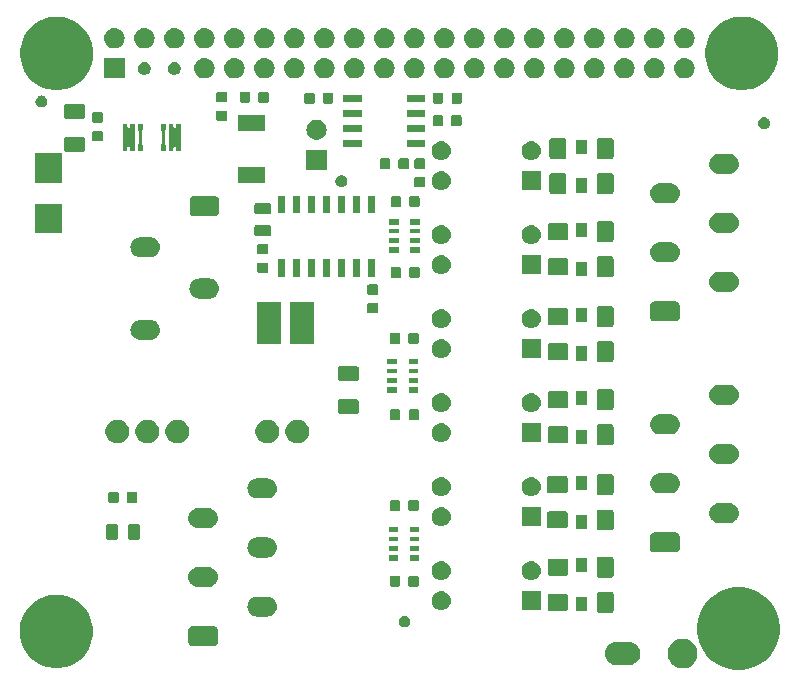
<source format=gbr>
G04 #@! TF.GenerationSoftware,KiCad,Pcbnew,(5.1.4)-1*
G04 #@! TF.CreationDate,2020-01-26T14:24:25+01:00*
G04 #@! TF.ProjectId,debounce_shield,6465626f-756e-4636-955f-736869656c64,rev?*
G04 #@! TF.SameCoordinates,Original*
G04 #@! TF.FileFunction,Soldermask,Top*
G04 #@! TF.FilePolarity,Negative*
%FSLAX46Y46*%
G04 Gerber Fmt 4.6, Leading zero omitted, Abs format (unit mm)*
G04 Created by KiCad (PCBNEW (5.1.4)-1) date 2020-01-26 14:24:25*
%MOMM*%
%LPD*%
G04 APERTURE LIST*
%ADD10C,0.100000*%
G04 APERTURE END LIST*
D10*
G36*
X159407416Y-121370152D02*
G01*
X159745512Y-121437403D01*
X160195908Y-121623963D01*
X160344043Y-121685322D01*
X160382472Y-121701240D01*
X160955720Y-122084272D01*
X161443228Y-122571780D01*
X161817335Y-123131671D01*
X161826261Y-123145030D01*
X161871918Y-123255257D01*
X162090097Y-123781988D01*
X162126135Y-123963163D01*
X162183041Y-124249246D01*
X162224600Y-124458180D01*
X162224600Y-125147620D01*
X162090097Y-125823812D01*
X161968672Y-126116959D01*
X161889580Y-126307905D01*
X161826260Y-126460772D01*
X161443228Y-127034020D01*
X160955720Y-127521528D01*
X160382472Y-127904560D01*
X159745512Y-128168397D01*
X159407416Y-128235648D01*
X159069321Y-128302900D01*
X158379879Y-128302900D01*
X158041784Y-128235648D01*
X157703688Y-128168397D01*
X157066728Y-127904560D01*
X156493480Y-127521528D01*
X156005972Y-127034020D01*
X155622940Y-126460772D01*
X155559621Y-126307905D01*
X155480528Y-126116959D01*
X155359103Y-125823812D01*
X155224600Y-125147620D01*
X155224600Y-124458180D01*
X155266160Y-124249246D01*
X155323065Y-123963163D01*
X155359103Y-123781988D01*
X155577282Y-123255257D01*
X155622939Y-123145030D01*
X155631865Y-123131671D01*
X156005972Y-122571780D01*
X156493480Y-122084272D01*
X157066728Y-121701240D01*
X157105158Y-121685322D01*
X157253292Y-121623963D01*
X157703688Y-121437403D01*
X158041784Y-121370152D01*
X158379879Y-121302900D01*
X159069321Y-121302900D01*
X159407416Y-121370152D01*
X159407416Y-121370152D01*
G37*
G36*
X154364610Y-125698036D02*
G01*
X154592095Y-125792264D01*
X154592097Y-125792265D01*
X154796828Y-125929062D01*
X154970938Y-126103172D01*
X155088022Y-126278400D01*
X155107736Y-126307905D01*
X155201964Y-126535390D01*
X155250000Y-126776884D01*
X155250000Y-127023116D01*
X155201964Y-127264610D01*
X155121752Y-127458258D01*
X155107735Y-127492097D01*
X154970938Y-127696828D01*
X154796828Y-127870938D01*
X154592097Y-128007735D01*
X154592096Y-128007736D01*
X154592095Y-128007736D01*
X154364610Y-128101964D01*
X154123116Y-128150000D01*
X153876884Y-128150000D01*
X153635390Y-128101964D01*
X153407905Y-128007736D01*
X153407904Y-128007736D01*
X153407903Y-128007735D01*
X153203172Y-127870938D01*
X153029062Y-127696828D01*
X152892265Y-127492097D01*
X152878248Y-127458258D01*
X152798036Y-127264610D01*
X152750000Y-127023116D01*
X152750000Y-126776884D01*
X152798036Y-126535390D01*
X152892264Y-126307905D01*
X152911979Y-126278400D01*
X153029062Y-126103172D01*
X153203172Y-125929062D01*
X153407903Y-125792265D01*
X153407905Y-125792264D01*
X153635390Y-125698036D01*
X153876884Y-125650000D01*
X154123116Y-125650000D01*
X154364610Y-125698036D01*
X154364610Y-125698036D01*
G37*
G36*
X101474469Y-121972107D02*
G01*
X101869237Y-122050631D01*
X102433401Y-122284315D01*
X102941135Y-122623572D01*
X103372928Y-123055365D01*
X103712185Y-123563099D01*
X103945869Y-124127263D01*
X104005434Y-124426720D01*
X104055972Y-124680786D01*
X104065000Y-124726177D01*
X104065000Y-125336823D01*
X103945869Y-125935737D01*
X103712185Y-126499901D01*
X103372928Y-127007635D01*
X102941135Y-127439428D01*
X102433401Y-127778685D01*
X101869237Y-128012369D01*
X101569780Y-128071935D01*
X101270325Y-128131500D01*
X100659675Y-128131500D01*
X100360220Y-128071935D01*
X100060763Y-128012369D01*
X99496599Y-127778685D01*
X98988865Y-127439428D01*
X98557072Y-127007635D01*
X98217815Y-126499901D01*
X97984131Y-125935737D01*
X97865000Y-125336823D01*
X97865000Y-124726177D01*
X97874029Y-124680786D01*
X97924566Y-124426720D01*
X97984131Y-124127263D01*
X98217815Y-123563099D01*
X98557072Y-123055365D01*
X98988865Y-122623572D01*
X99496599Y-122284315D01*
X100060763Y-122050631D01*
X100455531Y-121972107D01*
X100659675Y-121931500D01*
X101270325Y-121931500D01*
X101474469Y-121972107D01*
X101474469Y-121972107D01*
G37*
G36*
X149616032Y-125914469D02*
G01*
X149686142Y-125935737D01*
X149804535Y-125971651D01*
X149804537Y-125971652D01*
X149978258Y-126064507D01*
X150130528Y-126189472D01*
X150255493Y-126341742D01*
X150348348Y-126515463D01*
X150405531Y-126703968D01*
X150424838Y-126900000D01*
X150405531Y-127096032D01*
X150348348Y-127284537D01*
X150255493Y-127458258D01*
X150130528Y-127610528D01*
X149978258Y-127735493D01*
X149804537Y-127828348D01*
X149804535Y-127828349D01*
X149710285Y-127856939D01*
X149616032Y-127885531D01*
X149469124Y-127900000D01*
X148370876Y-127900000D01*
X148223968Y-127885531D01*
X148129715Y-127856939D01*
X148035465Y-127828349D01*
X148035463Y-127828348D01*
X147861742Y-127735493D01*
X147709472Y-127610528D01*
X147584507Y-127458258D01*
X147491652Y-127284537D01*
X147434469Y-127096032D01*
X147415162Y-126900000D01*
X147434469Y-126703968D01*
X147491652Y-126515463D01*
X147584507Y-126341742D01*
X147709472Y-126189472D01*
X147861742Y-126064507D01*
X148035463Y-125971652D01*
X148035465Y-125971651D01*
X148153858Y-125935737D01*
X148223968Y-125914469D01*
X148370876Y-125900000D01*
X149469124Y-125900000D01*
X149616032Y-125914469D01*
X149616032Y-125914469D01*
G37*
G36*
X114358103Y-124585958D02*
G01*
X114425990Y-124606552D01*
X114488559Y-124639996D01*
X114543399Y-124685001D01*
X114588404Y-124739841D01*
X114621848Y-124802410D01*
X114642442Y-124870297D01*
X114650000Y-124947040D01*
X114650000Y-125909760D01*
X114642442Y-125986503D01*
X114621848Y-126054390D01*
X114588404Y-126116959D01*
X114543399Y-126171799D01*
X114488559Y-126216804D01*
X114425990Y-126250248D01*
X114358103Y-126270842D01*
X114281360Y-126278400D01*
X112518640Y-126278400D01*
X112441897Y-126270842D01*
X112374010Y-126250248D01*
X112311441Y-126216804D01*
X112256601Y-126171799D01*
X112211596Y-126116959D01*
X112178152Y-126054390D01*
X112157558Y-125986503D01*
X112150000Y-125909760D01*
X112150000Y-124947040D01*
X112157558Y-124870297D01*
X112178152Y-124802410D01*
X112211596Y-124739841D01*
X112256601Y-124685001D01*
X112311441Y-124639996D01*
X112374010Y-124606552D01*
X112441897Y-124585958D01*
X112518640Y-124578400D01*
X114281360Y-124578400D01*
X114358103Y-124585958D01*
X114358103Y-124585958D01*
G37*
G36*
X130595843Y-123719214D02*
G01*
X130595846Y-123719215D01*
X130595845Y-123719215D01*
X130686839Y-123756906D01*
X130724378Y-123781989D01*
X130768730Y-123811624D01*
X130838376Y-123881270D01*
X130893095Y-123963163D01*
X130930786Y-124054157D01*
X130950000Y-124150753D01*
X130950000Y-124249247D01*
X130930786Y-124345843D01*
X130893095Y-124436837D01*
X130838376Y-124518730D01*
X130768730Y-124588376D01*
X130735243Y-124610751D01*
X130686839Y-124643094D01*
X130686838Y-124643095D01*
X130686837Y-124643095D01*
X130595843Y-124680786D01*
X130499247Y-124700000D01*
X130400753Y-124700000D01*
X130304157Y-124680786D01*
X130213163Y-124643095D01*
X130213162Y-124643095D01*
X130213161Y-124643094D01*
X130164757Y-124610751D01*
X130131270Y-124588376D01*
X130061624Y-124518730D01*
X130006905Y-124436837D01*
X129969214Y-124345843D01*
X129950000Y-124249247D01*
X129950000Y-124150753D01*
X129969214Y-124054157D01*
X130006905Y-123963163D01*
X130061624Y-123881270D01*
X130131270Y-123811624D01*
X130175622Y-123781989D01*
X130213161Y-123756906D01*
X130304155Y-123719215D01*
X130304154Y-123719215D01*
X130304157Y-123719214D01*
X130400753Y-123700000D01*
X130499247Y-123700000D01*
X130595843Y-123719214D01*
X130595843Y-123719214D01*
G37*
G36*
X118966627Y-122090699D02*
G01*
X119033551Y-122111000D01*
X119126855Y-122139303D01*
X119126857Y-122139304D01*
X119274518Y-122218231D01*
X119403949Y-122324451D01*
X119488928Y-122428000D01*
X119510168Y-122453881D01*
X119589097Y-122601545D01*
X119595779Y-122623573D01*
X119637701Y-122761773D01*
X119654112Y-122928400D01*
X119637701Y-123095027D01*
X119637286Y-123096394D01*
X119597365Y-123228000D01*
X119589096Y-123255257D01*
X119510169Y-123402918D01*
X119403949Y-123532349D01*
X119274518Y-123638569D01*
X119159589Y-123700000D01*
X119126855Y-123717497D01*
X119046742Y-123741798D01*
X118966627Y-123766101D01*
X118841752Y-123778400D01*
X117958248Y-123778400D01*
X117833373Y-123766101D01*
X117753258Y-123741798D01*
X117673145Y-123717497D01*
X117640411Y-123700000D01*
X117525482Y-123638569D01*
X117396051Y-123532349D01*
X117289831Y-123402918D01*
X117210904Y-123255257D01*
X117202636Y-123228000D01*
X117162714Y-123096394D01*
X117162299Y-123095027D01*
X117145888Y-122928400D01*
X117162299Y-122761773D01*
X117204221Y-122623573D01*
X117210903Y-122601545D01*
X117289832Y-122453881D01*
X117311072Y-122428000D01*
X117396051Y-122324451D01*
X117525482Y-122218231D01*
X117673143Y-122139304D01*
X117673145Y-122139303D01*
X117766449Y-122111000D01*
X117833373Y-122090699D01*
X117958248Y-122078400D01*
X118841752Y-122078400D01*
X118966627Y-122090699D01*
X118966627Y-122090699D01*
G37*
G36*
X148012464Y-121702337D02*
G01*
X148044025Y-121711912D01*
X148073120Y-121727463D01*
X148098615Y-121748385D01*
X148119537Y-121773880D01*
X148135088Y-121802975D01*
X148144663Y-121834536D01*
X148148500Y-121873498D01*
X148148500Y-123273502D01*
X148144663Y-123312464D01*
X148135088Y-123344025D01*
X148119537Y-123373120D01*
X148098615Y-123398615D01*
X148073120Y-123419537D01*
X148044025Y-123435088D01*
X148012464Y-123444663D01*
X147973502Y-123448500D01*
X146898498Y-123448500D01*
X146859536Y-123444663D01*
X146827975Y-123435088D01*
X146798880Y-123419537D01*
X146773385Y-123398615D01*
X146752463Y-123373120D01*
X146736912Y-123344025D01*
X146727337Y-123312464D01*
X146723500Y-123273502D01*
X146723500Y-121873498D01*
X146727337Y-121834536D01*
X146736912Y-121802975D01*
X146752463Y-121773880D01*
X146773385Y-121748385D01*
X146798880Y-121727463D01*
X146827975Y-121711912D01*
X146859536Y-121702337D01*
X146898498Y-121698500D01*
X147973502Y-121698500D01*
X148012464Y-121702337D01*
X148012464Y-121702337D01*
G37*
G36*
X145900000Y-123336000D02*
G01*
X145000000Y-123336000D01*
X145000000Y-122136000D01*
X145900000Y-122136000D01*
X145900000Y-123336000D01*
X145900000Y-123336000D01*
G37*
G36*
X144175964Y-121864837D02*
G01*
X144207525Y-121874412D01*
X144236620Y-121889963D01*
X144262115Y-121910885D01*
X144283037Y-121936380D01*
X144298588Y-121965475D01*
X144308163Y-121997036D01*
X144312000Y-122035998D01*
X144312000Y-123111002D01*
X144308163Y-123149964D01*
X144298588Y-123181525D01*
X144283037Y-123210620D01*
X144262115Y-123236115D01*
X144236620Y-123257037D01*
X144207525Y-123272588D01*
X144175964Y-123282163D01*
X144137002Y-123286000D01*
X142736998Y-123286000D01*
X142698036Y-123282163D01*
X142666475Y-123272588D01*
X142637380Y-123257037D01*
X142611885Y-123236115D01*
X142590963Y-123210620D01*
X142575412Y-123181525D01*
X142565837Y-123149964D01*
X142562000Y-123111002D01*
X142562000Y-122035998D01*
X142565837Y-121997036D01*
X142575412Y-121965475D01*
X142590963Y-121936380D01*
X142611885Y-121910885D01*
X142637380Y-121889963D01*
X142666475Y-121874412D01*
X142698036Y-121864837D01*
X142736998Y-121861000D01*
X144137002Y-121861000D01*
X144175964Y-121864837D01*
X144175964Y-121864837D01*
G37*
G36*
X133636471Y-121631859D02*
G01*
X133714827Y-121639576D01*
X133865628Y-121685321D01*
X133865630Y-121685322D01*
X134004605Y-121759606D01*
X134126422Y-121859578D01*
X134226394Y-121981395D01*
X134269600Y-122062227D01*
X134300679Y-122120372D01*
X134346424Y-122271173D01*
X134361870Y-122428000D01*
X134346424Y-122584827D01*
X134300679Y-122735628D01*
X134300678Y-122735630D01*
X134226394Y-122874605D01*
X134126422Y-122996422D01*
X134004605Y-123096394D01*
X133904383Y-123149964D01*
X133865628Y-123170679D01*
X133714827Y-123216424D01*
X133636471Y-123224141D01*
X133597294Y-123228000D01*
X133518706Y-123228000D01*
X133479529Y-123224141D01*
X133401173Y-123216424D01*
X133250372Y-123170679D01*
X133211617Y-123149964D01*
X133111395Y-123096394D01*
X132989578Y-122996422D01*
X132889606Y-122874605D01*
X132815322Y-122735630D01*
X132815321Y-122735628D01*
X132769576Y-122584827D01*
X132754130Y-122428000D01*
X132769576Y-122271173D01*
X132815321Y-122120372D01*
X132846400Y-122062227D01*
X132889606Y-121981395D01*
X132989578Y-121859578D01*
X133111395Y-121759606D01*
X133250370Y-121685322D01*
X133250372Y-121685321D01*
X133401173Y-121639576D01*
X133479529Y-121631859D01*
X133518706Y-121628000D01*
X133597294Y-121628000D01*
X133636471Y-121631859D01*
X133636471Y-121631859D01*
G37*
G36*
X141978000Y-123228000D02*
G01*
X140378000Y-123228000D01*
X140378000Y-121628000D01*
X141978000Y-121628000D01*
X141978000Y-123228000D01*
X141978000Y-123228000D01*
G37*
G36*
X113966627Y-119590699D02*
G01*
X114046742Y-119615001D01*
X114126855Y-119639303D01*
X114126857Y-119639304D01*
X114274518Y-119718231D01*
X114403949Y-119824451D01*
X114510169Y-119953882D01*
X114589096Y-120101543D01*
X114637701Y-120261773D01*
X114654112Y-120428400D01*
X114637701Y-120595027D01*
X114589096Y-120755257D01*
X114510169Y-120902918D01*
X114403949Y-121032349D01*
X114274518Y-121138569D01*
X114191725Y-121182823D01*
X114126855Y-121217497D01*
X114052183Y-121240148D01*
X113966627Y-121266101D01*
X113841752Y-121278400D01*
X112958248Y-121278400D01*
X112833373Y-121266101D01*
X112747817Y-121240148D01*
X112673145Y-121217497D01*
X112608275Y-121182823D01*
X112525482Y-121138569D01*
X112396051Y-121032349D01*
X112289831Y-120902918D01*
X112210904Y-120755257D01*
X112162299Y-120595027D01*
X112145888Y-120428400D01*
X112162299Y-120261773D01*
X112210904Y-120101543D01*
X112289831Y-119953882D01*
X112396051Y-119824451D01*
X112525482Y-119718231D01*
X112673143Y-119639304D01*
X112673145Y-119639303D01*
X112753258Y-119615001D01*
X112833373Y-119590699D01*
X112958248Y-119578400D01*
X113841752Y-119578400D01*
X113966627Y-119590699D01*
X113966627Y-119590699D01*
G37*
G36*
X129949316Y-120306195D02*
G01*
X129978511Y-120315052D01*
X130005423Y-120329437D01*
X130029008Y-120348792D01*
X130048363Y-120372377D01*
X130062748Y-120399289D01*
X130071605Y-120428484D01*
X130075200Y-120464990D01*
X130075200Y-121090210D01*
X130071605Y-121126716D01*
X130062748Y-121155911D01*
X130048363Y-121182823D01*
X130029008Y-121206408D01*
X130005423Y-121225763D01*
X129978511Y-121240148D01*
X129949316Y-121249005D01*
X129912810Y-121252600D01*
X129362590Y-121252600D01*
X129326084Y-121249005D01*
X129296889Y-121240148D01*
X129269977Y-121225763D01*
X129246392Y-121206408D01*
X129227037Y-121182823D01*
X129212652Y-121155911D01*
X129203795Y-121126716D01*
X129200200Y-121090210D01*
X129200200Y-120464990D01*
X129203795Y-120428484D01*
X129212652Y-120399289D01*
X129227037Y-120372377D01*
X129246392Y-120348792D01*
X129269977Y-120329437D01*
X129296889Y-120315052D01*
X129326084Y-120306195D01*
X129362590Y-120302600D01*
X129912810Y-120302600D01*
X129949316Y-120306195D01*
X129949316Y-120306195D01*
G37*
G36*
X131524316Y-120306195D02*
G01*
X131553511Y-120315052D01*
X131580423Y-120329437D01*
X131604008Y-120348792D01*
X131623363Y-120372377D01*
X131637748Y-120399289D01*
X131646605Y-120428484D01*
X131650200Y-120464990D01*
X131650200Y-121090210D01*
X131646605Y-121126716D01*
X131637748Y-121155911D01*
X131623363Y-121182823D01*
X131604008Y-121206408D01*
X131580423Y-121225763D01*
X131553511Y-121240148D01*
X131524316Y-121249005D01*
X131487810Y-121252600D01*
X130937590Y-121252600D01*
X130901084Y-121249005D01*
X130871889Y-121240148D01*
X130844977Y-121225763D01*
X130821392Y-121206408D01*
X130802037Y-121182823D01*
X130787652Y-121155911D01*
X130778795Y-121126716D01*
X130775200Y-121090210D01*
X130775200Y-120464990D01*
X130778795Y-120428484D01*
X130787652Y-120399289D01*
X130802037Y-120372377D01*
X130821392Y-120348792D01*
X130844977Y-120329437D01*
X130871889Y-120315052D01*
X130901084Y-120306195D01*
X130937590Y-120302600D01*
X131487810Y-120302600D01*
X131524316Y-120306195D01*
X131524316Y-120306195D01*
G37*
G36*
X141256471Y-119091859D02*
G01*
X141334827Y-119099576D01*
X141485628Y-119145321D01*
X141485630Y-119145322D01*
X141624605Y-119219606D01*
X141624607Y-119219607D01*
X141624606Y-119219607D01*
X141746422Y-119319578D01*
X141846393Y-119441394D01*
X141920679Y-119580372D01*
X141966424Y-119731173D01*
X141981870Y-119888000D01*
X141966424Y-120044827D01*
X141938766Y-120136002D01*
X141920678Y-120195630D01*
X141846394Y-120334605D01*
X141746422Y-120456422D01*
X141624605Y-120556394D01*
X141552328Y-120595027D01*
X141485628Y-120630679D01*
X141334827Y-120676424D01*
X141256471Y-120684141D01*
X141217294Y-120688000D01*
X141138706Y-120688000D01*
X141099529Y-120684141D01*
X141021173Y-120676424D01*
X140870372Y-120630679D01*
X140803672Y-120595027D01*
X140731395Y-120556394D01*
X140609578Y-120456422D01*
X140509606Y-120334605D01*
X140435322Y-120195630D01*
X140417234Y-120136002D01*
X140389576Y-120044827D01*
X140374130Y-119888000D01*
X140389576Y-119731173D01*
X140435321Y-119580372D01*
X140509607Y-119441394D01*
X140609578Y-119319578D01*
X140731394Y-119219607D01*
X140731393Y-119219607D01*
X140731395Y-119219606D01*
X140870370Y-119145322D01*
X140870372Y-119145321D01*
X141021173Y-119099576D01*
X141099529Y-119091859D01*
X141138706Y-119088000D01*
X141217294Y-119088000D01*
X141256471Y-119091859D01*
X141256471Y-119091859D01*
G37*
G36*
X133636471Y-119091859D02*
G01*
X133714827Y-119099576D01*
X133865628Y-119145321D01*
X133865630Y-119145322D01*
X134004605Y-119219606D01*
X134004607Y-119219607D01*
X134004606Y-119219607D01*
X134126422Y-119319578D01*
X134226393Y-119441394D01*
X134300679Y-119580372D01*
X134346424Y-119731173D01*
X134361870Y-119888000D01*
X134346424Y-120044827D01*
X134318766Y-120136002D01*
X134300678Y-120195630D01*
X134226394Y-120334605D01*
X134126422Y-120456422D01*
X134004605Y-120556394D01*
X133932328Y-120595027D01*
X133865628Y-120630679D01*
X133714827Y-120676424D01*
X133636471Y-120684141D01*
X133597294Y-120688000D01*
X133518706Y-120688000D01*
X133479529Y-120684141D01*
X133401173Y-120676424D01*
X133250372Y-120630679D01*
X133183672Y-120595027D01*
X133111395Y-120556394D01*
X132989578Y-120456422D01*
X132889606Y-120334605D01*
X132815322Y-120195630D01*
X132797234Y-120136002D01*
X132769576Y-120044827D01*
X132754130Y-119888000D01*
X132769576Y-119731173D01*
X132815321Y-119580372D01*
X132889607Y-119441394D01*
X132989578Y-119319578D01*
X133111394Y-119219607D01*
X133111393Y-119219607D01*
X133111395Y-119219606D01*
X133250370Y-119145322D01*
X133250372Y-119145321D01*
X133401173Y-119099576D01*
X133479529Y-119091859D01*
X133518706Y-119088000D01*
X133597294Y-119088000D01*
X133636471Y-119091859D01*
X133636471Y-119091859D01*
G37*
G36*
X148012464Y-118727337D02*
G01*
X148044025Y-118736912D01*
X148073120Y-118752463D01*
X148098615Y-118773385D01*
X148119537Y-118798880D01*
X148135088Y-118827975D01*
X148144663Y-118859536D01*
X148148500Y-118898498D01*
X148148500Y-120298502D01*
X148144663Y-120337464D01*
X148135088Y-120369025D01*
X148119537Y-120398120D01*
X148098615Y-120423615D01*
X148073120Y-120444537D01*
X148044025Y-120460088D01*
X148012464Y-120469663D01*
X147973502Y-120473500D01*
X146898498Y-120473500D01*
X146859536Y-120469663D01*
X146827975Y-120460088D01*
X146798880Y-120444537D01*
X146773385Y-120423615D01*
X146752463Y-120398120D01*
X146736912Y-120369025D01*
X146727337Y-120337464D01*
X146723500Y-120298502D01*
X146723500Y-118898498D01*
X146727337Y-118859536D01*
X146736912Y-118827975D01*
X146752463Y-118798880D01*
X146773385Y-118773385D01*
X146798880Y-118752463D01*
X146827975Y-118736912D01*
X146859536Y-118727337D01*
X146898498Y-118723500D01*
X147973502Y-118723500D01*
X148012464Y-118727337D01*
X148012464Y-118727337D01*
G37*
G36*
X144175964Y-118889837D02*
G01*
X144207525Y-118899412D01*
X144236620Y-118914963D01*
X144262115Y-118935885D01*
X144283037Y-118961380D01*
X144298588Y-118990475D01*
X144308163Y-119022036D01*
X144312000Y-119060998D01*
X144312000Y-120136002D01*
X144308163Y-120174964D01*
X144298588Y-120206525D01*
X144283037Y-120235620D01*
X144262115Y-120261115D01*
X144236620Y-120282037D01*
X144207525Y-120297588D01*
X144175964Y-120307163D01*
X144137002Y-120311000D01*
X142736998Y-120311000D01*
X142698036Y-120307163D01*
X142666475Y-120297588D01*
X142637380Y-120282037D01*
X142611885Y-120261115D01*
X142590963Y-120235620D01*
X142575412Y-120206525D01*
X142565837Y-120174964D01*
X142562000Y-120136002D01*
X142562000Y-119060998D01*
X142565837Y-119022036D01*
X142575412Y-118990475D01*
X142590963Y-118961380D01*
X142611885Y-118935885D01*
X142637380Y-118914963D01*
X142666475Y-118899412D01*
X142698036Y-118889837D01*
X142736998Y-118886000D01*
X144137002Y-118886000D01*
X144175964Y-118889837D01*
X144175964Y-118889837D01*
G37*
G36*
X145900000Y-120036000D02*
G01*
X145000000Y-120036000D01*
X145000000Y-118836000D01*
X145900000Y-118836000D01*
X145900000Y-120036000D01*
X145900000Y-120036000D01*
G37*
G36*
X131703600Y-119052000D02*
G01*
X130903600Y-119052000D01*
X130903600Y-118552000D01*
X131703600Y-118552000D01*
X131703600Y-119052000D01*
X131703600Y-119052000D01*
G37*
G36*
X129903600Y-119052000D02*
G01*
X129103600Y-119052000D01*
X129103600Y-118552000D01*
X129903600Y-118552000D01*
X129903600Y-119052000D01*
X129903600Y-119052000D01*
G37*
G36*
X118966627Y-117090699D02*
G01*
X119009825Y-117103803D01*
X119126855Y-117139303D01*
X119126857Y-117139304D01*
X119274518Y-117218231D01*
X119403949Y-117324451D01*
X119510169Y-117453882D01*
X119589096Y-117601543D01*
X119637701Y-117761773D01*
X119654112Y-117928400D01*
X119637701Y-118095027D01*
X119589096Y-118255257D01*
X119510169Y-118402918D01*
X119403949Y-118532349D01*
X119274518Y-118638569D01*
X119126857Y-118717496D01*
X119126855Y-118717497D01*
X119091228Y-118728304D01*
X118966627Y-118766101D01*
X118841752Y-118778400D01*
X117958248Y-118778400D01*
X117833373Y-118766101D01*
X117708772Y-118728304D01*
X117673145Y-118717497D01*
X117673143Y-118717496D01*
X117525482Y-118638569D01*
X117396051Y-118532349D01*
X117289831Y-118402918D01*
X117210904Y-118255257D01*
X117162299Y-118095027D01*
X117145888Y-117928400D01*
X117162299Y-117761773D01*
X117210904Y-117601543D01*
X117289831Y-117453882D01*
X117396051Y-117324451D01*
X117525482Y-117218231D01*
X117673143Y-117139304D01*
X117673145Y-117139303D01*
X117790175Y-117103803D01*
X117833373Y-117090699D01*
X117958248Y-117078400D01*
X118841752Y-117078400D01*
X118966627Y-117090699D01*
X118966627Y-117090699D01*
G37*
G36*
X153458103Y-116657558D02*
G01*
X153525990Y-116678152D01*
X153588559Y-116711596D01*
X153643399Y-116756601D01*
X153688404Y-116811441D01*
X153721848Y-116874010D01*
X153742442Y-116941897D01*
X153750000Y-117018640D01*
X153750000Y-117981360D01*
X153742442Y-118058103D01*
X153721848Y-118125990D01*
X153688404Y-118188559D01*
X153643399Y-118243399D01*
X153588559Y-118288404D01*
X153525990Y-118321848D01*
X153458103Y-118342442D01*
X153381360Y-118350000D01*
X151618640Y-118350000D01*
X151541897Y-118342442D01*
X151474010Y-118321848D01*
X151411441Y-118288404D01*
X151356601Y-118243399D01*
X151311596Y-118188559D01*
X151278152Y-118125990D01*
X151257558Y-118058103D01*
X151250000Y-117981360D01*
X151250000Y-117018640D01*
X151257558Y-116941897D01*
X151278152Y-116874010D01*
X151311596Y-116811441D01*
X151356601Y-116756601D01*
X151411441Y-116711596D01*
X151474010Y-116678152D01*
X151541897Y-116657558D01*
X151618640Y-116650000D01*
X153381360Y-116650000D01*
X153458103Y-116657558D01*
X153458103Y-116657558D01*
G37*
G36*
X129903600Y-118202000D02*
G01*
X129103600Y-118202000D01*
X129103600Y-117802000D01*
X129903600Y-117802000D01*
X129903600Y-118202000D01*
X129903600Y-118202000D01*
G37*
G36*
X131703600Y-118202000D02*
G01*
X130903600Y-118202000D01*
X130903600Y-117802000D01*
X131703600Y-117802000D01*
X131703600Y-118202000D01*
X131703600Y-118202000D01*
G37*
G36*
X131703600Y-117402000D02*
G01*
X130903600Y-117402000D01*
X130903600Y-117002000D01*
X131703600Y-117002000D01*
X131703600Y-117402000D01*
X131703600Y-117402000D01*
G37*
G36*
X129903600Y-117402000D02*
G01*
X129103600Y-117402000D01*
X129103600Y-117002000D01*
X129903600Y-117002000D01*
X129903600Y-117402000D01*
X129903600Y-117402000D01*
G37*
G36*
X107891491Y-115904075D02*
G01*
X107925379Y-115914355D01*
X107956612Y-115931050D01*
X107983986Y-115953514D01*
X108006450Y-115980888D01*
X108023145Y-116012121D01*
X108033425Y-116046009D01*
X108037500Y-116087388D01*
X108037500Y-117112612D01*
X108033425Y-117153991D01*
X108023145Y-117187879D01*
X108006450Y-117219112D01*
X107983986Y-117246486D01*
X107956612Y-117268950D01*
X107925379Y-117285645D01*
X107891491Y-117295925D01*
X107850112Y-117300000D01*
X107249888Y-117300000D01*
X107208509Y-117295925D01*
X107174621Y-117285645D01*
X107143388Y-117268950D01*
X107116014Y-117246486D01*
X107093550Y-117219112D01*
X107076855Y-117187879D01*
X107066575Y-117153991D01*
X107062500Y-117112612D01*
X107062500Y-116087388D01*
X107066575Y-116046009D01*
X107076855Y-116012121D01*
X107093550Y-115980888D01*
X107116014Y-115953514D01*
X107143388Y-115931050D01*
X107174621Y-115914355D01*
X107208509Y-115904075D01*
X107249888Y-115900000D01*
X107850112Y-115900000D01*
X107891491Y-115904075D01*
X107891491Y-115904075D01*
G37*
G36*
X106016491Y-115904075D02*
G01*
X106050379Y-115914355D01*
X106081612Y-115931050D01*
X106108986Y-115953514D01*
X106131450Y-115980888D01*
X106148145Y-116012121D01*
X106158425Y-116046009D01*
X106162500Y-116087388D01*
X106162500Y-117112612D01*
X106158425Y-117153991D01*
X106148145Y-117187879D01*
X106131450Y-117219112D01*
X106108986Y-117246486D01*
X106081612Y-117268950D01*
X106050379Y-117285645D01*
X106016491Y-117295925D01*
X105975112Y-117300000D01*
X105374888Y-117300000D01*
X105333509Y-117295925D01*
X105299621Y-117285645D01*
X105268388Y-117268950D01*
X105241014Y-117246486D01*
X105218550Y-117219112D01*
X105201855Y-117187879D01*
X105191575Y-117153991D01*
X105187500Y-117112612D01*
X105187500Y-116087388D01*
X105191575Y-116046009D01*
X105201855Y-116012121D01*
X105218550Y-115980888D01*
X105241014Y-115953514D01*
X105268388Y-115931050D01*
X105299621Y-115914355D01*
X105333509Y-115904075D01*
X105374888Y-115900000D01*
X105975112Y-115900000D01*
X106016491Y-115904075D01*
X106016491Y-115904075D01*
G37*
G36*
X129903600Y-116652000D02*
G01*
X129103600Y-116652000D01*
X129103600Y-116152000D01*
X129903600Y-116152000D01*
X129903600Y-116652000D01*
X129903600Y-116652000D01*
G37*
G36*
X131703600Y-116652000D02*
G01*
X130903600Y-116652000D01*
X130903600Y-116152000D01*
X131703600Y-116152000D01*
X131703600Y-116652000D01*
X131703600Y-116652000D01*
G37*
G36*
X148012464Y-114716337D02*
G01*
X148044025Y-114725912D01*
X148073120Y-114741463D01*
X148098615Y-114762385D01*
X148119537Y-114787880D01*
X148135088Y-114816975D01*
X148144663Y-114848536D01*
X148148500Y-114887498D01*
X148148500Y-116287502D01*
X148144663Y-116326464D01*
X148135088Y-116358025D01*
X148119537Y-116387120D01*
X148098615Y-116412615D01*
X148073120Y-116433537D01*
X148044025Y-116449088D01*
X148012464Y-116458663D01*
X147973502Y-116462500D01*
X146898498Y-116462500D01*
X146859536Y-116458663D01*
X146827975Y-116449088D01*
X146798880Y-116433537D01*
X146773385Y-116412615D01*
X146752463Y-116387120D01*
X146736912Y-116358025D01*
X146727337Y-116326464D01*
X146723500Y-116287502D01*
X146723500Y-114887498D01*
X146727337Y-114848536D01*
X146736912Y-114816975D01*
X146752463Y-114787880D01*
X146773385Y-114762385D01*
X146798880Y-114741463D01*
X146827975Y-114725912D01*
X146859536Y-114716337D01*
X146898498Y-114712500D01*
X147973502Y-114712500D01*
X148012464Y-114716337D01*
X148012464Y-114716337D01*
G37*
G36*
X145900000Y-116350000D02*
G01*
X145000000Y-116350000D01*
X145000000Y-115150000D01*
X145900000Y-115150000D01*
X145900000Y-116350000D01*
X145900000Y-116350000D01*
G37*
G36*
X144138964Y-114878837D02*
G01*
X144170525Y-114888412D01*
X144199620Y-114903963D01*
X144225115Y-114924885D01*
X144246037Y-114950380D01*
X144261588Y-114979475D01*
X144271163Y-115011036D01*
X144275000Y-115049998D01*
X144275000Y-116125002D01*
X144271163Y-116163964D01*
X144261588Y-116195525D01*
X144246037Y-116224620D01*
X144225115Y-116250115D01*
X144199620Y-116271037D01*
X144170525Y-116286588D01*
X144138964Y-116296163D01*
X144100002Y-116300000D01*
X142699998Y-116300000D01*
X142661036Y-116296163D01*
X142629475Y-116286588D01*
X142600380Y-116271037D01*
X142574885Y-116250115D01*
X142553963Y-116224620D01*
X142538412Y-116195525D01*
X142528837Y-116163964D01*
X142525000Y-116125002D01*
X142525000Y-115049998D01*
X142528837Y-115011036D01*
X142538412Y-114979475D01*
X142553963Y-114950380D01*
X142574885Y-114924885D01*
X142600380Y-114903963D01*
X142629475Y-114888412D01*
X142661036Y-114878837D01*
X142699998Y-114875000D01*
X144100002Y-114875000D01*
X144138964Y-114878837D01*
X144138964Y-114878837D01*
G37*
G36*
X113966627Y-114590699D02*
G01*
X114046742Y-114615001D01*
X114126855Y-114639303D01*
X114126857Y-114639304D01*
X114274518Y-114718231D01*
X114403949Y-114824451D01*
X114510169Y-114953882D01*
X114561544Y-115049998D01*
X114589097Y-115101545D01*
X114608839Y-115166627D01*
X114637701Y-115261773D01*
X114654112Y-115428400D01*
X114637701Y-115595027D01*
X114589096Y-115755257D01*
X114510169Y-115902918D01*
X114403949Y-116032349D01*
X114274518Y-116138569D01*
X114136204Y-116212500D01*
X114126855Y-116217497D01*
X114046742Y-116241799D01*
X113966627Y-116266101D01*
X113841752Y-116278400D01*
X112958248Y-116278400D01*
X112833373Y-116266101D01*
X112753258Y-116241799D01*
X112673145Y-116217497D01*
X112663796Y-116212500D01*
X112525482Y-116138569D01*
X112396051Y-116032349D01*
X112289831Y-115902918D01*
X112210904Y-115755257D01*
X112162299Y-115595027D01*
X112145888Y-115428400D01*
X112162299Y-115261773D01*
X112191161Y-115166627D01*
X112210903Y-115101545D01*
X112238456Y-115049998D01*
X112289831Y-114953882D01*
X112396051Y-114824451D01*
X112525482Y-114718231D01*
X112673143Y-114639304D01*
X112673145Y-114639303D01*
X112753258Y-114615001D01*
X112833373Y-114590699D01*
X112958248Y-114578400D01*
X113841752Y-114578400D01*
X113966627Y-114590699D01*
X113966627Y-114590699D01*
G37*
G36*
X141978000Y-116116000D02*
G01*
X140378000Y-116116000D01*
X140378000Y-114516000D01*
X141978000Y-114516000D01*
X141978000Y-116116000D01*
X141978000Y-116116000D01*
G37*
G36*
X133636471Y-114519859D02*
G01*
X133714827Y-114527576D01*
X133865628Y-114573321D01*
X133865630Y-114573322D01*
X134004605Y-114647606D01*
X134126422Y-114747578D01*
X134226394Y-114869395D01*
X134271553Y-114953881D01*
X134300679Y-115008372D01*
X134346424Y-115159173D01*
X134361870Y-115316000D01*
X134346424Y-115472827D01*
X134300679Y-115623628D01*
X134300678Y-115623630D01*
X134226394Y-115762605D01*
X134126422Y-115884422D01*
X134004605Y-115984394D01*
X133889332Y-116046009D01*
X133865628Y-116058679D01*
X133714827Y-116104424D01*
X133636471Y-116112141D01*
X133597294Y-116116000D01*
X133518706Y-116116000D01*
X133479529Y-116112141D01*
X133401173Y-116104424D01*
X133250372Y-116058679D01*
X133226668Y-116046009D01*
X133111395Y-115984394D01*
X132989578Y-115884422D01*
X132889606Y-115762605D01*
X132815322Y-115623630D01*
X132815321Y-115623628D01*
X132769576Y-115472827D01*
X132754130Y-115316000D01*
X132769576Y-115159173D01*
X132815321Y-115008372D01*
X132844447Y-114953881D01*
X132889606Y-114869395D01*
X132989578Y-114747578D01*
X133111395Y-114647606D01*
X133250370Y-114573322D01*
X133250372Y-114573321D01*
X133401173Y-114527576D01*
X133479529Y-114519859D01*
X133518706Y-114516000D01*
X133597294Y-114516000D01*
X133636471Y-114519859D01*
X133636471Y-114519859D01*
G37*
G36*
X158066627Y-114162299D02*
G01*
X158146742Y-114186602D01*
X158226855Y-114210903D01*
X158226857Y-114210904D01*
X158374518Y-114289831D01*
X158503949Y-114396051D01*
X158610169Y-114525482D01*
X158689096Y-114673143D01*
X158689097Y-114673145D01*
X158713399Y-114753258D01*
X158737701Y-114833373D01*
X158754112Y-115000000D01*
X158737701Y-115166627D01*
X158737700Y-115166629D01*
X158692390Y-115316000D01*
X158689096Y-115326857D01*
X158610169Y-115474518D01*
X158503949Y-115603949D01*
X158374518Y-115710169D01*
X158276416Y-115762606D01*
X158226855Y-115789097D01*
X158146742Y-115813399D01*
X158066627Y-115837701D01*
X157941752Y-115850000D01*
X157058248Y-115850000D01*
X156933373Y-115837701D01*
X156853258Y-115813399D01*
X156773145Y-115789097D01*
X156723584Y-115762606D01*
X156625482Y-115710169D01*
X156496051Y-115603949D01*
X156389831Y-115474518D01*
X156310904Y-115326857D01*
X156307611Y-115316000D01*
X156262300Y-115166629D01*
X156262299Y-115166627D01*
X156245888Y-115000000D01*
X156262299Y-114833373D01*
X156286601Y-114753258D01*
X156310903Y-114673145D01*
X156310904Y-114673143D01*
X156389831Y-114525482D01*
X156496051Y-114396051D01*
X156625482Y-114289831D01*
X156773143Y-114210904D01*
X156773145Y-114210903D01*
X156853258Y-114186602D01*
X156933373Y-114162299D01*
X157058248Y-114150000D01*
X157941752Y-114150000D01*
X158066627Y-114162299D01*
X158066627Y-114162299D01*
G37*
G36*
X131524316Y-113906195D02*
G01*
X131553511Y-113915052D01*
X131580423Y-113929437D01*
X131604008Y-113948792D01*
X131623363Y-113972377D01*
X131637748Y-113999289D01*
X131646605Y-114028484D01*
X131650200Y-114064990D01*
X131650200Y-114690210D01*
X131646605Y-114726716D01*
X131637748Y-114755911D01*
X131623363Y-114782823D01*
X131604008Y-114806408D01*
X131580423Y-114825763D01*
X131553511Y-114840148D01*
X131524316Y-114849005D01*
X131487810Y-114852600D01*
X130937590Y-114852600D01*
X130901084Y-114849005D01*
X130871889Y-114840148D01*
X130844977Y-114825763D01*
X130821392Y-114806408D01*
X130802037Y-114782823D01*
X130787652Y-114755911D01*
X130778795Y-114726716D01*
X130775200Y-114690210D01*
X130775200Y-114064990D01*
X130778795Y-114028484D01*
X130787652Y-113999289D01*
X130802037Y-113972377D01*
X130821392Y-113948792D01*
X130844977Y-113929437D01*
X130871889Y-113915052D01*
X130901084Y-113906195D01*
X130937590Y-113902600D01*
X131487810Y-113902600D01*
X131524316Y-113906195D01*
X131524316Y-113906195D01*
G37*
G36*
X129949316Y-113906195D02*
G01*
X129978511Y-113915052D01*
X130005423Y-113929437D01*
X130029008Y-113948792D01*
X130048363Y-113972377D01*
X130062748Y-113999289D01*
X130071605Y-114028484D01*
X130075200Y-114064990D01*
X130075200Y-114690210D01*
X130071605Y-114726716D01*
X130062748Y-114755911D01*
X130048363Y-114782823D01*
X130029008Y-114806408D01*
X130005423Y-114825763D01*
X129978511Y-114840148D01*
X129949316Y-114849005D01*
X129912810Y-114852600D01*
X129362590Y-114852600D01*
X129326084Y-114849005D01*
X129296889Y-114840148D01*
X129269977Y-114825763D01*
X129246392Y-114806408D01*
X129227037Y-114782823D01*
X129212652Y-114755911D01*
X129203795Y-114726716D01*
X129200200Y-114690210D01*
X129200200Y-114064990D01*
X129203795Y-114028484D01*
X129212652Y-113999289D01*
X129227037Y-113972377D01*
X129246392Y-113948792D01*
X129269977Y-113929437D01*
X129296889Y-113915052D01*
X129326084Y-113906195D01*
X129362590Y-113902600D01*
X129912810Y-113902600D01*
X129949316Y-113906195D01*
X129949316Y-113906195D01*
G37*
G36*
X106124116Y-113228595D02*
G01*
X106153311Y-113237452D01*
X106180223Y-113251837D01*
X106203808Y-113271192D01*
X106223163Y-113294777D01*
X106237548Y-113321689D01*
X106246405Y-113350884D01*
X106250000Y-113387390D01*
X106250000Y-114012610D01*
X106246405Y-114049116D01*
X106237548Y-114078311D01*
X106223163Y-114105223D01*
X106203808Y-114128808D01*
X106180223Y-114148163D01*
X106153311Y-114162548D01*
X106124116Y-114171405D01*
X106087610Y-114175000D01*
X105537390Y-114175000D01*
X105500884Y-114171405D01*
X105471689Y-114162548D01*
X105444777Y-114148163D01*
X105421192Y-114128808D01*
X105401837Y-114105223D01*
X105387452Y-114078311D01*
X105378595Y-114049116D01*
X105375000Y-114012610D01*
X105375000Y-113387390D01*
X105378595Y-113350884D01*
X105387452Y-113321689D01*
X105401837Y-113294777D01*
X105421192Y-113271192D01*
X105444777Y-113251837D01*
X105471689Y-113237452D01*
X105500884Y-113228595D01*
X105537390Y-113225000D01*
X106087610Y-113225000D01*
X106124116Y-113228595D01*
X106124116Y-113228595D01*
G37*
G36*
X107699116Y-113228595D02*
G01*
X107728311Y-113237452D01*
X107755223Y-113251837D01*
X107778808Y-113271192D01*
X107798163Y-113294777D01*
X107812548Y-113321689D01*
X107821405Y-113350884D01*
X107825000Y-113387390D01*
X107825000Y-114012610D01*
X107821405Y-114049116D01*
X107812548Y-114078311D01*
X107798163Y-114105223D01*
X107778808Y-114128808D01*
X107755223Y-114148163D01*
X107728311Y-114162548D01*
X107699116Y-114171405D01*
X107662610Y-114175000D01*
X107112390Y-114175000D01*
X107075884Y-114171405D01*
X107046689Y-114162548D01*
X107019777Y-114148163D01*
X106996192Y-114128808D01*
X106976837Y-114105223D01*
X106962452Y-114078311D01*
X106953595Y-114049116D01*
X106950000Y-114012610D01*
X106950000Y-113387390D01*
X106953595Y-113350884D01*
X106962452Y-113321689D01*
X106976837Y-113294777D01*
X106996192Y-113271192D01*
X107019777Y-113251837D01*
X107046689Y-113237452D01*
X107075884Y-113228595D01*
X107112390Y-113225000D01*
X107662610Y-113225000D01*
X107699116Y-113228595D01*
X107699116Y-113228595D01*
G37*
G36*
X118966627Y-112090699D02*
G01*
X119001333Y-112101227D01*
X119126855Y-112139303D01*
X119126857Y-112139304D01*
X119274518Y-112218231D01*
X119403949Y-112324451D01*
X119510169Y-112453882D01*
X119589096Y-112601543D01*
X119637701Y-112761773D01*
X119654112Y-112928400D01*
X119637701Y-113095027D01*
X119614755Y-113170671D01*
X119590134Y-113251837D01*
X119589096Y-113255257D01*
X119510169Y-113402918D01*
X119403949Y-113532349D01*
X119274518Y-113638569D01*
X119126857Y-113717496D01*
X119126855Y-113717497D01*
X119046742Y-113741798D01*
X118966627Y-113766101D01*
X118841752Y-113778400D01*
X117958248Y-113778400D01*
X117833373Y-113766101D01*
X117753258Y-113741798D01*
X117673145Y-113717497D01*
X117673143Y-113717496D01*
X117525482Y-113638569D01*
X117396051Y-113532349D01*
X117289831Y-113402918D01*
X117210904Y-113255257D01*
X117209867Y-113251837D01*
X117185245Y-113170671D01*
X117162299Y-113095027D01*
X117145888Y-112928400D01*
X117162299Y-112761773D01*
X117210904Y-112601543D01*
X117289831Y-112453882D01*
X117396051Y-112324451D01*
X117525482Y-112218231D01*
X117673143Y-112139304D01*
X117673145Y-112139303D01*
X117798667Y-112101227D01*
X117833373Y-112090699D01*
X117958248Y-112078400D01*
X118841752Y-112078400D01*
X118966627Y-112090699D01*
X118966627Y-112090699D01*
G37*
G36*
X141256471Y-111979859D02*
G01*
X141334827Y-111987576D01*
X141485628Y-112033321D01*
X141485630Y-112033322D01*
X141624605Y-112107606D01*
X141746422Y-112207578D01*
X141842337Y-112324451D01*
X141846393Y-112329394D01*
X141920679Y-112468372D01*
X141966424Y-112619173D01*
X141981870Y-112776000D01*
X141966424Y-112932827D01*
X141930880Y-113050000D01*
X141920678Y-113083630D01*
X141846394Y-113222605D01*
X141746422Y-113344422D01*
X141624605Y-113444394D01*
X141485630Y-113518678D01*
X141485628Y-113518679D01*
X141334827Y-113564424D01*
X141256471Y-113572141D01*
X141217294Y-113576000D01*
X141138706Y-113576000D01*
X141099529Y-113572141D01*
X141021173Y-113564424D01*
X140870372Y-113518679D01*
X140870370Y-113518678D01*
X140731395Y-113444394D01*
X140609578Y-113344422D01*
X140509606Y-113222605D01*
X140435322Y-113083630D01*
X140425120Y-113050000D01*
X140389576Y-112932827D01*
X140374130Y-112776000D01*
X140389576Y-112619173D01*
X140435321Y-112468372D01*
X140509607Y-112329394D01*
X140513664Y-112324451D01*
X140609578Y-112207578D01*
X140731395Y-112107606D01*
X140870370Y-112033322D01*
X140870372Y-112033321D01*
X141021173Y-111987576D01*
X141099529Y-111979859D01*
X141138706Y-111976000D01*
X141217294Y-111976000D01*
X141256471Y-111979859D01*
X141256471Y-111979859D01*
G37*
G36*
X133636471Y-111979859D02*
G01*
X133714827Y-111987576D01*
X133865628Y-112033321D01*
X133865630Y-112033322D01*
X134004605Y-112107606D01*
X134126422Y-112207578D01*
X134222337Y-112324451D01*
X134226393Y-112329394D01*
X134300679Y-112468372D01*
X134346424Y-112619173D01*
X134361870Y-112776000D01*
X134346424Y-112932827D01*
X134310880Y-113050000D01*
X134300678Y-113083630D01*
X134226394Y-113222605D01*
X134126422Y-113344422D01*
X134004605Y-113444394D01*
X133865630Y-113518678D01*
X133865628Y-113518679D01*
X133714827Y-113564424D01*
X133636471Y-113572141D01*
X133597294Y-113576000D01*
X133518706Y-113576000D01*
X133479529Y-113572141D01*
X133401173Y-113564424D01*
X133250372Y-113518679D01*
X133250370Y-113518678D01*
X133111395Y-113444394D01*
X132989578Y-113344422D01*
X132889606Y-113222605D01*
X132815322Y-113083630D01*
X132805120Y-113050000D01*
X132769576Y-112932827D01*
X132754130Y-112776000D01*
X132769576Y-112619173D01*
X132815321Y-112468372D01*
X132889607Y-112329394D01*
X132893664Y-112324451D01*
X132989578Y-112207578D01*
X133111395Y-112107606D01*
X133250370Y-112033322D01*
X133250372Y-112033321D01*
X133401173Y-111987576D01*
X133479529Y-111979859D01*
X133518706Y-111976000D01*
X133597294Y-111976000D01*
X133636471Y-111979859D01*
X133636471Y-111979859D01*
G37*
G36*
X148012464Y-111741337D02*
G01*
X148044025Y-111750912D01*
X148073120Y-111766463D01*
X148098615Y-111787385D01*
X148119537Y-111812880D01*
X148135088Y-111841975D01*
X148144663Y-111873536D01*
X148148500Y-111912498D01*
X148148500Y-113312502D01*
X148144663Y-113351464D01*
X148135088Y-113383025D01*
X148119537Y-113412120D01*
X148098615Y-113437615D01*
X148073120Y-113458537D01*
X148044025Y-113474088D01*
X148012464Y-113483663D01*
X147973502Y-113487500D01*
X146898498Y-113487500D01*
X146859536Y-113483663D01*
X146827975Y-113474088D01*
X146798880Y-113458537D01*
X146773385Y-113437615D01*
X146752463Y-113412120D01*
X146736912Y-113383025D01*
X146727337Y-113351464D01*
X146723500Y-113312502D01*
X146723500Y-111912498D01*
X146727337Y-111873536D01*
X146736912Y-111841975D01*
X146752463Y-111812880D01*
X146773385Y-111787385D01*
X146798880Y-111766463D01*
X146827975Y-111750912D01*
X146859536Y-111741337D01*
X146898498Y-111737500D01*
X147973502Y-111737500D01*
X148012464Y-111741337D01*
X148012464Y-111741337D01*
G37*
G36*
X153066627Y-111662299D02*
G01*
X153146742Y-111686601D01*
X153226855Y-111710903D01*
X153226857Y-111710904D01*
X153374518Y-111789831D01*
X153503949Y-111896051D01*
X153610169Y-112025482D01*
X153689096Y-112173143D01*
X153737701Y-112333373D01*
X153754112Y-112500000D01*
X153737701Y-112666627D01*
X153689096Y-112826857D01*
X153610169Y-112974518D01*
X153503949Y-113103949D01*
X153374518Y-113210169D01*
X153232138Y-113286273D01*
X153226855Y-113289097D01*
X153149697Y-113312502D01*
X153066627Y-113337701D01*
X152941752Y-113350000D01*
X152058248Y-113350000D01*
X151933373Y-113337701D01*
X151850303Y-113312502D01*
X151773145Y-113289097D01*
X151767862Y-113286273D01*
X151625482Y-113210169D01*
X151496051Y-113103949D01*
X151389831Y-112974518D01*
X151310904Y-112826857D01*
X151262299Y-112666627D01*
X151245888Y-112500000D01*
X151262299Y-112333373D01*
X151310904Y-112173143D01*
X151389831Y-112025482D01*
X151496051Y-111896051D01*
X151625482Y-111789831D01*
X151773143Y-111710904D01*
X151773145Y-111710903D01*
X151853258Y-111686601D01*
X151933373Y-111662299D01*
X152058248Y-111650000D01*
X152941752Y-111650000D01*
X153066627Y-111662299D01*
X153066627Y-111662299D01*
G37*
G36*
X144138964Y-111903837D02*
G01*
X144170525Y-111913412D01*
X144199620Y-111928963D01*
X144225115Y-111949885D01*
X144246037Y-111975380D01*
X144261588Y-112004475D01*
X144271163Y-112036036D01*
X144275000Y-112074998D01*
X144275000Y-113150002D01*
X144271163Y-113188964D01*
X144261588Y-113220525D01*
X144246037Y-113249620D01*
X144225115Y-113275115D01*
X144199620Y-113296037D01*
X144170525Y-113311588D01*
X144138964Y-113321163D01*
X144100002Y-113325000D01*
X142699998Y-113325000D01*
X142661036Y-113321163D01*
X142629475Y-113311588D01*
X142600380Y-113296037D01*
X142574885Y-113275115D01*
X142553963Y-113249620D01*
X142538412Y-113220525D01*
X142528837Y-113188964D01*
X142525000Y-113150002D01*
X142525000Y-112074998D01*
X142528837Y-112036036D01*
X142538412Y-112004475D01*
X142553963Y-111975380D01*
X142574885Y-111949885D01*
X142600380Y-111928963D01*
X142629475Y-111913412D01*
X142661036Y-111903837D01*
X142699998Y-111900000D01*
X144100002Y-111900000D01*
X144138964Y-111903837D01*
X144138964Y-111903837D01*
G37*
G36*
X145900000Y-113050000D02*
G01*
X145000000Y-113050000D01*
X145000000Y-111850000D01*
X145900000Y-111850000D01*
X145900000Y-113050000D01*
X145900000Y-113050000D01*
G37*
G36*
X158066627Y-109162299D02*
G01*
X158140210Y-109184620D01*
X158226855Y-109210903D01*
X158226857Y-109210904D01*
X158374518Y-109289831D01*
X158503949Y-109396051D01*
X158610169Y-109525482D01*
X158689096Y-109673143D01*
X158737701Y-109833373D01*
X158754112Y-110000000D01*
X158737701Y-110166627D01*
X158689096Y-110326857D01*
X158610169Y-110474518D01*
X158503949Y-110603949D01*
X158374518Y-110710169D01*
X158226857Y-110789096D01*
X158226855Y-110789097D01*
X158146742Y-110813399D01*
X158066627Y-110837701D01*
X157941752Y-110850000D01*
X157058248Y-110850000D01*
X156933373Y-110837701D01*
X156853258Y-110813399D01*
X156773145Y-110789097D01*
X156773143Y-110789096D01*
X156625482Y-110710169D01*
X156496051Y-110603949D01*
X156389831Y-110474518D01*
X156310904Y-110326857D01*
X156262299Y-110166627D01*
X156245888Y-110000000D01*
X156262299Y-109833373D01*
X156310904Y-109673143D01*
X156389831Y-109525482D01*
X156496051Y-109396051D01*
X156625482Y-109289831D01*
X156773143Y-109210904D01*
X156773145Y-109210903D01*
X156859790Y-109184620D01*
X156933373Y-109162299D01*
X157058248Y-109150000D01*
X157941752Y-109150000D01*
X158066627Y-109162299D01*
X158066627Y-109162299D01*
G37*
G36*
X148012464Y-107513837D02*
G01*
X148044025Y-107523412D01*
X148073120Y-107538963D01*
X148098615Y-107559885D01*
X148119537Y-107585380D01*
X148135088Y-107614475D01*
X148144663Y-107646036D01*
X148148500Y-107684998D01*
X148148500Y-109085002D01*
X148144663Y-109123964D01*
X148135088Y-109155525D01*
X148119537Y-109184620D01*
X148098615Y-109210115D01*
X148073120Y-109231037D01*
X148044025Y-109246588D01*
X148012464Y-109256163D01*
X147973502Y-109260000D01*
X146898498Y-109260000D01*
X146859536Y-109256163D01*
X146827975Y-109246588D01*
X146798880Y-109231037D01*
X146773385Y-109210115D01*
X146752463Y-109184620D01*
X146736912Y-109155525D01*
X146727337Y-109123964D01*
X146723500Y-109085002D01*
X146723500Y-107684998D01*
X146727337Y-107646036D01*
X146736912Y-107614475D01*
X146752463Y-107585380D01*
X146773385Y-107559885D01*
X146798880Y-107538963D01*
X146827975Y-107523412D01*
X146859536Y-107513837D01*
X146898498Y-107510000D01*
X147973502Y-107510000D01*
X148012464Y-107513837D01*
X148012464Y-107513837D01*
G37*
G36*
X145900000Y-109147500D02*
G01*
X145000000Y-109147500D01*
X145000000Y-107947500D01*
X145900000Y-107947500D01*
X145900000Y-109147500D01*
X145900000Y-109147500D01*
G37*
G36*
X106315755Y-107121508D02*
G01*
X106412889Y-107140829D01*
X106594878Y-107216211D01*
X106758663Y-107325649D01*
X106897951Y-107464937D01*
X107007389Y-107628722D01*
X107082771Y-107810711D01*
X107121200Y-108003909D01*
X107121200Y-108200891D01*
X107082771Y-108394089D01*
X107007389Y-108576078D01*
X106897951Y-108739863D01*
X106758663Y-108879151D01*
X106594878Y-108988589D01*
X106412889Y-109063971D01*
X106348490Y-109076781D01*
X106219693Y-109102400D01*
X106022707Y-109102400D01*
X105893910Y-109076781D01*
X105829511Y-109063971D01*
X105647522Y-108988589D01*
X105483737Y-108879151D01*
X105344449Y-108739863D01*
X105235011Y-108576078D01*
X105159629Y-108394089D01*
X105121200Y-108200891D01*
X105121200Y-108003909D01*
X105159629Y-107810711D01*
X105235011Y-107628722D01*
X105344449Y-107464937D01*
X105483737Y-107325649D01*
X105647522Y-107216211D01*
X105829511Y-107140829D01*
X105926645Y-107121508D01*
X106022707Y-107102400D01*
X106219693Y-107102400D01*
X106315755Y-107121508D01*
X106315755Y-107121508D01*
G37*
G36*
X108855755Y-107121508D02*
G01*
X108952889Y-107140829D01*
X109134878Y-107216211D01*
X109298663Y-107325649D01*
X109437951Y-107464937D01*
X109547389Y-107628722D01*
X109622771Y-107810711D01*
X109661200Y-108003909D01*
X109661200Y-108200891D01*
X109622771Y-108394089D01*
X109547389Y-108576078D01*
X109437951Y-108739863D01*
X109298663Y-108879151D01*
X109134878Y-108988589D01*
X108952889Y-109063971D01*
X108888490Y-109076781D01*
X108759693Y-109102400D01*
X108562707Y-109102400D01*
X108433910Y-109076781D01*
X108369511Y-109063971D01*
X108187522Y-108988589D01*
X108023737Y-108879151D01*
X107884449Y-108739863D01*
X107775011Y-108576078D01*
X107699629Y-108394089D01*
X107661200Y-108200891D01*
X107661200Y-108003909D01*
X107699629Y-107810711D01*
X107775011Y-107628722D01*
X107884449Y-107464937D01*
X108023737Y-107325649D01*
X108187522Y-107216211D01*
X108369511Y-107140829D01*
X108466645Y-107121508D01*
X108562707Y-107102400D01*
X108759693Y-107102400D01*
X108855755Y-107121508D01*
X108855755Y-107121508D01*
G37*
G36*
X111395755Y-107121508D02*
G01*
X111492889Y-107140829D01*
X111674878Y-107216211D01*
X111838663Y-107325649D01*
X111977951Y-107464937D01*
X112087389Y-107628722D01*
X112162771Y-107810711D01*
X112201200Y-108003909D01*
X112201200Y-108200891D01*
X112162771Y-108394089D01*
X112087389Y-108576078D01*
X111977951Y-108739863D01*
X111838663Y-108879151D01*
X111674878Y-108988589D01*
X111492889Y-109063971D01*
X111428490Y-109076781D01*
X111299693Y-109102400D01*
X111102707Y-109102400D01*
X110973910Y-109076781D01*
X110909511Y-109063971D01*
X110727522Y-108988589D01*
X110563737Y-108879151D01*
X110424449Y-108739863D01*
X110315011Y-108576078D01*
X110239629Y-108394089D01*
X110201200Y-108200891D01*
X110201200Y-108003909D01*
X110239629Y-107810711D01*
X110315011Y-107628722D01*
X110424449Y-107464937D01*
X110563737Y-107325649D01*
X110727522Y-107216211D01*
X110909511Y-107140829D01*
X111006645Y-107121508D01*
X111102707Y-107102400D01*
X111299693Y-107102400D01*
X111395755Y-107121508D01*
X111395755Y-107121508D01*
G37*
G36*
X119015755Y-107121508D02*
G01*
X119112889Y-107140829D01*
X119294878Y-107216211D01*
X119458663Y-107325649D01*
X119597951Y-107464937D01*
X119707389Y-107628722D01*
X119782771Y-107810711D01*
X119821200Y-108003909D01*
X119821200Y-108200891D01*
X119782771Y-108394089D01*
X119707389Y-108576078D01*
X119597951Y-108739863D01*
X119458663Y-108879151D01*
X119294878Y-108988589D01*
X119112889Y-109063971D01*
X119048490Y-109076781D01*
X118919693Y-109102400D01*
X118722707Y-109102400D01*
X118593910Y-109076781D01*
X118529511Y-109063971D01*
X118347522Y-108988589D01*
X118183737Y-108879151D01*
X118044449Y-108739863D01*
X117935011Y-108576078D01*
X117859629Y-108394089D01*
X117821200Y-108200891D01*
X117821200Y-108003909D01*
X117859629Y-107810711D01*
X117935011Y-107628722D01*
X118044449Y-107464937D01*
X118183737Y-107325649D01*
X118347522Y-107216211D01*
X118529511Y-107140829D01*
X118626645Y-107121508D01*
X118722707Y-107102400D01*
X118919693Y-107102400D01*
X119015755Y-107121508D01*
X119015755Y-107121508D01*
G37*
G36*
X121555755Y-107121508D02*
G01*
X121652889Y-107140829D01*
X121834878Y-107216211D01*
X121998663Y-107325649D01*
X122137951Y-107464937D01*
X122247389Y-107628722D01*
X122322771Y-107810711D01*
X122361200Y-108003909D01*
X122361200Y-108200891D01*
X122322771Y-108394089D01*
X122247389Y-108576078D01*
X122137951Y-108739863D01*
X121998663Y-108879151D01*
X121834878Y-108988589D01*
X121652889Y-109063971D01*
X121588490Y-109076781D01*
X121459693Y-109102400D01*
X121262707Y-109102400D01*
X121133910Y-109076781D01*
X121069511Y-109063971D01*
X120887522Y-108988589D01*
X120723737Y-108879151D01*
X120584449Y-108739863D01*
X120475011Y-108576078D01*
X120399629Y-108394089D01*
X120361200Y-108200891D01*
X120361200Y-108003909D01*
X120399629Y-107810711D01*
X120475011Y-107628722D01*
X120584449Y-107464937D01*
X120723737Y-107325649D01*
X120887522Y-107216211D01*
X121069511Y-107140829D01*
X121166645Y-107121508D01*
X121262707Y-107102400D01*
X121459693Y-107102400D01*
X121555755Y-107121508D01*
X121555755Y-107121508D01*
G37*
G36*
X144175964Y-107676337D02*
G01*
X144207525Y-107685912D01*
X144236620Y-107701463D01*
X144262115Y-107722385D01*
X144283037Y-107747880D01*
X144298588Y-107776975D01*
X144308163Y-107808536D01*
X144312000Y-107847498D01*
X144312000Y-108922502D01*
X144308163Y-108961464D01*
X144298588Y-108993025D01*
X144283037Y-109022120D01*
X144262115Y-109047615D01*
X144236620Y-109068537D01*
X144207525Y-109084088D01*
X144175964Y-109093663D01*
X144137002Y-109097500D01*
X142736998Y-109097500D01*
X142698036Y-109093663D01*
X142666475Y-109084088D01*
X142637380Y-109068537D01*
X142611885Y-109047615D01*
X142590963Y-109022120D01*
X142575412Y-108993025D01*
X142565837Y-108961464D01*
X142562000Y-108922502D01*
X142562000Y-107847498D01*
X142565837Y-107808536D01*
X142575412Y-107776975D01*
X142590963Y-107747880D01*
X142611885Y-107722385D01*
X142637380Y-107701463D01*
X142666475Y-107685912D01*
X142698036Y-107676337D01*
X142736998Y-107672500D01*
X144137002Y-107672500D01*
X144175964Y-107676337D01*
X144175964Y-107676337D01*
G37*
G36*
X141978000Y-109004000D02*
G01*
X140378000Y-109004000D01*
X140378000Y-107404000D01*
X141978000Y-107404000D01*
X141978000Y-109004000D01*
X141978000Y-109004000D01*
G37*
G36*
X133636471Y-107407859D02*
G01*
X133714827Y-107415576D01*
X133865628Y-107461321D01*
X133865630Y-107461322D01*
X134004605Y-107535606D01*
X134126422Y-107635578D01*
X134226394Y-107757395D01*
X134263507Y-107826829D01*
X134300679Y-107896372D01*
X134346424Y-108047173D01*
X134361870Y-108204000D01*
X134346424Y-108360827D01*
X134336334Y-108394088D01*
X134300678Y-108511630D01*
X134226394Y-108650605D01*
X134126422Y-108772422D01*
X134004605Y-108872394D01*
X133910860Y-108922502D01*
X133865628Y-108946679D01*
X133714827Y-108992424D01*
X133636471Y-109000141D01*
X133597294Y-109004000D01*
X133518706Y-109004000D01*
X133479529Y-109000141D01*
X133401173Y-108992424D01*
X133250372Y-108946679D01*
X133205140Y-108922502D01*
X133111395Y-108872394D01*
X132989578Y-108772422D01*
X132889606Y-108650605D01*
X132815322Y-108511630D01*
X132779666Y-108394088D01*
X132769576Y-108360827D01*
X132754130Y-108204000D01*
X132769576Y-108047173D01*
X132815321Y-107896372D01*
X132852493Y-107826829D01*
X132889606Y-107757395D01*
X132989578Y-107635578D01*
X133111395Y-107535606D01*
X133250370Y-107461322D01*
X133250372Y-107461321D01*
X133401173Y-107415576D01*
X133479529Y-107407859D01*
X133518706Y-107404000D01*
X133597294Y-107404000D01*
X133636471Y-107407859D01*
X133636471Y-107407859D01*
G37*
G36*
X153066627Y-106662299D02*
G01*
X153146742Y-106686601D01*
X153226855Y-106710903D01*
X153226857Y-106710904D01*
X153374518Y-106789831D01*
X153503949Y-106896051D01*
X153610169Y-107025482D01*
X153634505Y-107071011D01*
X153689097Y-107173145D01*
X153713399Y-107253258D01*
X153737701Y-107333373D01*
X153754112Y-107500000D01*
X153737701Y-107666627D01*
X153720787Y-107722385D01*
X153689105Y-107826829D01*
X153689096Y-107826857D01*
X153610169Y-107974518D01*
X153503949Y-108103949D01*
X153374518Y-108210169D01*
X153226857Y-108289096D01*
X153226855Y-108289097D01*
X153146742Y-108313399D01*
X153066627Y-108337701D01*
X152941752Y-108350000D01*
X152058248Y-108350000D01*
X151933373Y-108337701D01*
X151853258Y-108313399D01*
X151773145Y-108289097D01*
X151773143Y-108289096D01*
X151625482Y-108210169D01*
X151496051Y-108103949D01*
X151389831Y-107974518D01*
X151310904Y-107826857D01*
X151310896Y-107826829D01*
X151279213Y-107722385D01*
X151262299Y-107666627D01*
X151245888Y-107500000D01*
X151262299Y-107333373D01*
X151286601Y-107253258D01*
X151310903Y-107173145D01*
X151365495Y-107071011D01*
X151389831Y-107025482D01*
X151496051Y-106896051D01*
X151625482Y-106789831D01*
X151773143Y-106710904D01*
X151773145Y-106710903D01*
X151853258Y-106686601D01*
X151933373Y-106662299D01*
X152058248Y-106650000D01*
X152941752Y-106650000D01*
X153066627Y-106662299D01*
X153066627Y-106662299D01*
G37*
G36*
X131540816Y-106221295D02*
G01*
X131570011Y-106230152D01*
X131596923Y-106244537D01*
X131620508Y-106263892D01*
X131639863Y-106287477D01*
X131654248Y-106314389D01*
X131663105Y-106343584D01*
X131666700Y-106380090D01*
X131666700Y-107005310D01*
X131663105Y-107041816D01*
X131654248Y-107071011D01*
X131639863Y-107097923D01*
X131620508Y-107121508D01*
X131596923Y-107140863D01*
X131570011Y-107155248D01*
X131540816Y-107164105D01*
X131504310Y-107167700D01*
X130954090Y-107167700D01*
X130917584Y-107164105D01*
X130888389Y-107155248D01*
X130861477Y-107140863D01*
X130837892Y-107121508D01*
X130818537Y-107097923D01*
X130804152Y-107071011D01*
X130795295Y-107041816D01*
X130791700Y-107005310D01*
X130791700Y-106380090D01*
X130795295Y-106343584D01*
X130804152Y-106314389D01*
X130818537Y-106287477D01*
X130837892Y-106263892D01*
X130861477Y-106244537D01*
X130888389Y-106230152D01*
X130917584Y-106221295D01*
X130954090Y-106217700D01*
X131504310Y-106217700D01*
X131540816Y-106221295D01*
X131540816Y-106221295D01*
G37*
G36*
X129965816Y-106221295D02*
G01*
X129995011Y-106230152D01*
X130021923Y-106244537D01*
X130045508Y-106263892D01*
X130064863Y-106287477D01*
X130079248Y-106314389D01*
X130088105Y-106343584D01*
X130091700Y-106380090D01*
X130091700Y-107005310D01*
X130088105Y-107041816D01*
X130079248Y-107071011D01*
X130064863Y-107097923D01*
X130045508Y-107121508D01*
X130021923Y-107140863D01*
X129995011Y-107155248D01*
X129965816Y-107164105D01*
X129929310Y-107167700D01*
X129379090Y-107167700D01*
X129342584Y-107164105D01*
X129313389Y-107155248D01*
X129286477Y-107140863D01*
X129262892Y-107121508D01*
X129243537Y-107097923D01*
X129229152Y-107071011D01*
X129220295Y-107041816D01*
X129216700Y-107005310D01*
X129216700Y-106380090D01*
X129220295Y-106343584D01*
X129229152Y-106314389D01*
X129243537Y-106287477D01*
X129262892Y-106263892D01*
X129286477Y-106244537D01*
X129313389Y-106230152D01*
X129342584Y-106221295D01*
X129379090Y-106217700D01*
X129929310Y-106217700D01*
X129965816Y-106221295D01*
X129965816Y-106221295D01*
G37*
G36*
X126434024Y-105378955D02*
G01*
X126466738Y-105388879D01*
X126496885Y-105404993D01*
X126523315Y-105426685D01*
X126545007Y-105453115D01*
X126561121Y-105483262D01*
X126571045Y-105515976D01*
X126575000Y-105556138D01*
X126575000Y-106443862D01*
X126571045Y-106484024D01*
X126561121Y-106516738D01*
X126545007Y-106546885D01*
X126523315Y-106573315D01*
X126496885Y-106595007D01*
X126466738Y-106611121D01*
X126434024Y-106621045D01*
X126393862Y-106625000D01*
X125006138Y-106625000D01*
X124965976Y-106621045D01*
X124933262Y-106611121D01*
X124903115Y-106595007D01*
X124876685Y-106573315D01*
X124854993Y-106546885D01*
X124838879Y-106516738D01*
X124828955Y-106484024D01*
X124825000Y-106443862D01*
X124825000Y-105556138D01*
X124828955Y-105515976D01*
X124838879Y-105483262D01*
X124854993Y-105453115D01*
X124876685Y-105426685D01*
X124903115Y-105404993D01*
X124933262Y-105388879D01*
X124965976Y-105378955D01*
X125006138Y-105375000D01*
X126393862Y-105375000D01*
X126434024Y-105378955D01*
X126434024Y-105378955D01*
G37*
G36*
X141256471Y-104867859D02*
G01*
X141334827Y-104875576D01*
X141485628Y-104921321D01*
X141485630Y-104921322D01*
X141624605Y-104995606D01*
X141624607Y-104995607D01*
X141624606Y-104995607D01*
X141746422Y-105095578D01*
X141846393Y-105217394D01*
X141920679Y-105356372D01*
X141966424Y-105507173D01*
X141981870Y-105664000D01*
X141966424Y-105820827D01*
X141920679Y-105971628D01*
X141920678Y-105971630D01*
X141846394Y-106110605D01*
X141746422Y-106232422D01*
X141624605Y-106332394D01*
X141485630Y-106406678D01*
X141485628Y-106406679D01*
X141334827Y-106452424D01*
X141256471Y-106460141D01*
X141217294Y-106464000D01*
X141138706Y-106464000D01*
X141099529Y-106460141D01*
X141021173Y-106452424D01*
X140870372Y-106406679D01*
X140870370Y-106406678D01*
X140731395Y-106332394D01*
X140609578Y-106232422D01*
X140509606Y-106110605D01*
X140435322Y-105971630D01*
X140435321Y-105971628D01*
X140389576Y-105820827D01*
X140374130Y-105664000D01*
X140389576Y-105507173D01*
X140435321Y-105356372D01*
X140509607Y-105217394D01*
X140609578Y-105095578D01*
X140731394Y-104995607D01*
X140731393Y-104995607D01*
X140731395Y-104995606D01*
X140870370Y-104921322D01*
X140870372Y-104921321D01*
X141021173Y-104875576D01*
X141099529Y-104867859D01*
X141138706Y-104864000D01*
X141217294Y-104864000D01*
X141256471Y-104867859D01*
X141256471Y-104867859D01*
G37*
G36*
X133636471Y-104867859D02*
G01*
X133714827Y-104875576D01*
X133865628Y-104921321D01*
X133865630Y-104921322D01*
X134004605Y-104995606D01*
X134004607Y-104995607D01*
X134004606Y-104995607D01*
X134126422Y-105095578D01*
X134226393Y-105217394D01*
X134300679Y-105356372D01*
X134346424Y-105507173D01*
X134361870Y-105664000D01*
X134346424Y-105820827D01*
X134300679Y-105971628D01*
X134300678Y-105971630D01*
X134226394Y-106110605D01*
X134126422Y-106232422D01*
X134004605Y-106332394D01*
X133865630Y-106406678D01*
X133865628Y-106406679D01*
X133714827Y-106452424D01*
X133636471Y-106460141D01*
X133597294Y-106464000D01*
X133518706Y-106464000D01*
X133479529Y-106460141D01*
X133401173Y-106452424D01*
X133250372Y-106406679D01*
X133250370Y-106406678D01*
X133111395Y-106332394D01*
X132989578Y-106232422D01*
X132889606Y-106110605D01*
X132815322Y-105971630D01*
X132815321Y-105971628D01*
X132769576Y-105820827D01*
X132754130Y-105664000D01*
X132769576Y-105507173D01*
X132815321Y-105356372D01*
X132889607Y-105217394D01*
X132989578Y-105095578D01*
X133111394Y-104995607D01*
X133111393Y-104995607D01*
X133111395Y-104995606D01*
X133250370Y-104921322D01*
X133250372Y-104921321D01*
X133401173Y-104875576D01*
X133479529Y-104867859D01*
X133518706Y-104864000D01*
X133597294Y-104864000D01*
X133636471Y-104867859D01*
X133636471Y-104867859D01*
G37*
G36*
X148012464Y-104538837D02*
G01*
X148044025Y-104548412D01*
X148073120Y-104563963D01*
X148098615Y-104584885D01*
X148119537Y-104610380D01*
X148135088Y-104639475D01*
X148144663Y-104671036D01*
X148148500Y-104709998D01*
X148148500Y-106110002D01*
X148144663Y-106148964D01*
X148135088Y-106180525D01*
X148119537Y-106209620D01*
X148098615Y-106235115D01*
X148073120Y-106256037D01*
X148044025Y-106271588D01*
X148012464Y-106281163D01*
X147973502Y-106285000D01*
X146898498Y-106285000D01*
X146859536Y-106281163D01*
X146827975Y-106271588D01*
X146798880Y-106256037D01*
X146773385Y-106235115D01*
X146752463Y-106209620D01*
X146736912Y-106180525D01*
X146727337Y-106148964D01*
X146723500Y-106110002D01*
X146723500Y-104709998D01*
X146727337Y-104671036D01*
X146736912Y-104639475D01*
X146752463Y-104610380D01*
X146773385Y-104584885D01*
X146798880Y-104563963D01*
X146827975Y-104548412D01*
X146859536Y-104538837D01*
X146898498Y-104535000D01*
X147973502Y-104535000D01*
X148012464Y-104538837D01*
X148012464Y-104538837D01*
G37*
G36*
X144175964Y-104701337D02*
G01*
X144207525Y-104710912D01*
X144236620Y-104726463D01*
X144262115Y-104747385D01*
X144283037Y-104772880D01*
X144298588Y-104801975D01*
X144308163Y-104833536D01*
X144312000Y-104872498D01*
X144312000Y-105947502D01*
X144308163Y-105986464D01*
X144298588Y-106018025D01*
X144283037Y-106047120D01*
X144262115Y-106072615D01*
X144236620Y-106093537D01*
X144207525Y-106109088D01*
X144175964Y-106118663D01*
X144137002Y-106122500D01*
X142736998Y-106122500D01*
X142698036Y-106118663D01*
X142666475Y-106109088D01*
X142637380Y-106093537D01*
X142611885Y-106072615D01*
X142590963Y-106047120D01*
X142575412Y-106018025D01*
X142565837Y-105986464D01*
X142562000Y-105947502D01*
X142562000Y-104872498D01*
X142565837Y-104833536D01*
X142575412Y-104801975D01*
X142590963Y-104772880D01*
X142611885Y-104747385D01*
X142637380Y-104726463D01*
X142666475Y-104710912D01*
X142698036Y-104701337D01*
X142736998Y-104697500D01*
X144137002Y-104697500D01*
X144175964Y-104701337D01*
X144175964Y-104701337D01*
G37*
G36*
X158066627Y-104162299D02*
G01*
X158146742Y-104186601D01*
X158226855Y-104210903D01*
X158226857Y-104210904D01*
X158374518Y-104289831D01*
X158503949Y-104396051D01*
X158610169Y-104525482D01*
X158689096Y-104673143D01*
X158737701Y-104833373D01*
X158754112Y-105000000D01*
X158737701Y-105166627D01*
X158689096Y-105326857D01*
X158610169Y-105474518D01*
X158503949Y-105603949D01*
X158374518Y-105710169D01*
X158226857Y-105789096D01*
X158226855Y-105789097D01*
X158146742Y-105813399D01*
X158066627Y-105837701D01*
X157941752Y-105850000D01*
X157058248Y-105850000D01*
X156933373Y-105837701D01*
X156853258Y-105813399D01*
X156773145Y-105789097D01*
X156773143Y-105789096D01*
X156625482Y-105710169D01*
X156496051Y-105603949D01*
X156389831Y-105474518D01*
X156310904Y-105326857D01*
X156262299Y-105166627D01*
X156245888Y-105000000D01*
X156262299Y-104833373D01*
X156310904Y-104673143D01*
X156389831Y-104525482D01*
X156496051Y-104396051D01*
X156625482Y-104289831D01*
X156773143Y-104210904D01*
X156773145Y-104210903D01*
X156853258Y-104186601D01*
X156933373Y-104162299D01*
X157058248Y-104150000D01*
X157941752Y-104150000D01*
X158066627Y-104162299D01*
X158066627Y-104162299D01*
G37*
G36*
X145900000Y-105847500D02*
G01*
X145000000Y-105847500D01*
X145000000Y-104647500D01*
X145900000Y-104647500D01*
X145900000Y-105847500D01*
X145900000Y-105847500D01*
G37*
G36*
X131602000Y-104828000D02*
G01*
X130802000Y-104828000D01*
X130802000Y-104328000D01*
X131602000Y-104328000D01*
X131602000Y-104828000D01*
X131602000Y-104828000D01*
G37*
G36*
X129802000Y-104828000D02*
G01*
X129002000Y-104828000D01*
X129002000Y-104328000D01*
X129802000Y-104328000D01*
X129802000Y-104828000D01*
X129802000Y-104828000D01*
G37*
G36*
X129802000Y-103978000D02*
G01*
X129002000Y-103978000D01*
X129002000Y-103578000D01*
X129802000Y-103578000D01*
X129802000Y-103978000D01*
X129802000Y-103978000D01*
G37*
G36*
X131602000Y-103978000D02*
G01*
X130802000Y-103978000D01*
X130802000Y-103578000D01*
X131602000Y-103578000D01*
X131602000Y-103978000D01*
X131602000Y-103978000D01*
G37*
G36*
X126434024Y-102578955D02*
G01*
X126466738Y-102588879D01*
X126496885Y-102604993D01*
X126523315Y-102626685D01*
X126545007Y-102653115D01*
X126561121Y-102683262D01*
X126571045Y-102715976D01*
X126575000Y-102756138D01*
X126575000Y-103643862D01*
X126571045Y-103684024D01*
X126561121Y-103716738D01*
X126545007Y-103746885D01*
X126523315Y-103773315D01*
X126496885Y-103795007D01*
X126466738Y-103811121D01*
X126434024Y-103821045D01*
X126393862Y-103825000D01*
X125006138Y-103825000D01*
X124965976Y-103821045D01*
X124933262Y-103811121D01*
X124903115Y-103795007D01*
X124876685Y-103773315D01*
X124854993Y-103746885D01*
X124838879Y-103716738D01*
X124828955Y-103684024D01*
X124825000Y-103643862D01*
X124825000Y-102756138D01*
X124828955Y-102715976D01*
X124838879Y-102683262D01*
X124854993Y-102653115D01*
X124876685Y-102626685D01*
X124903115Y-102604993D01*
X124933262Y-102588879D01*
X124965976Y-102578955D01*
X125006138Y-102575000D01*
X126393862Y-102575000D01*
X126434024Y-102578955D01*
X126434024Y-102578955D01*
G37*
G36*
X129802000Y-103178000D02*
G01*
X129002000Y-103178000D01*
X129002000Y-102778000D01*
X129802000Y-102778000D01*
X129802000Y-103178000D01*
X129802000Y-103178000D01*
G37*
G36*
X131602000Y-103178000D02*
G01*
X130802000Y-103178000D01*
X130802000Y-102778000D01*
X131602000Y-102778000D01*
X131602000Y-103178000D01*
X131602000Y-103178000D01*
G37*
G36*
X129802000Y-102428000D02*
G01*
X129002000Y-102428000D01*
X129002000Y-101928000D01*
X129802000Y-101928000D01*
X129802000Y-102428000D01*
X129802000Y-102428000D01*
G37*
G36*
X131602000Y-102428000D02*
G01*
X130802000Y-102428000D01*
X130802000Y-101928000D01*
X131602000Y-101928000D01*
X131602000Y-102428000D01*
X131602000Y-102428000D01*
G37*
G36*
X148012464Y-100474837D02*
G01*
X148044025Y-100484412D01*
X148073120Y-100499963D01*
X148098615Y-100520885D01*
X148119537Y-100546380D01*
X148135088Y-100575475D01*
X148144663Y-100607036D01*
X148148500Y-100645998D01*
X148148500Y-102046002D01*
X148144663Y-102084964D01*
X148135088Y-102116525D01*
X148119537Y-102145620D01*
X148098615Y-102171115D01*
X148073120Y-102192037D01*
X148044025Y-102207588D01*
X148012464Y-102217163D01*
X147973502Y-102221000D01*
X146898498Y-102221000D01*
X146859536Y-102217163D01*
X146827975Y-102207588D01*
X146798880Y-102192037D01*
X146773385Y-102171115D01*
X146752463Y-102145620D01*
X146736912Y-102116525D01*
X146727337Y-102084964D01*
X146723500Y-102046002D01*
X146723500Y-100645998D01*
X146727337Y-100607036D01*
X146736912Y-100575475D01*
X146752463Y-100546380D01*
X146773385Y-100520885D01*
X146798880Y-100499963D01*
X146827975Y-100484412D01*
X146859536Y-100474837D01*
X146898498Y-100471000D01*
X147973502Y-100471000D01*
X148012464Y-100474837D01*
X148012464Y-100474837D01*
G37*
G36*
X145900000Y-102108500D02*
G01*
X145000000Y-102108500D01*
X145000000Y-100908500D01*
X145900000Y-100908500D01*
X145900000Y-102108500D01*
X145900000Y-102108500D01*
G37*
G36*
X144175964Y-100637337D02*
G01*
X144207525Y-100646912D01*
X144236620Y-100662463D01*
X144262115Y-100683385D01*
X144283037Y-100708880D01*
X144298588Y-100737975D01*
X144308163Y-100769536D01*
X144312000Y-100808498D01*
X144312000Y-101883502D01*
X144308163Y-101922464D01*
X144298588Y-101954025D01*
X144283037Y-101983120D01*
X144262115Y-102008615D01*
X144236620Y-102029537D01*
X144207525Y-102045088D01*
X144175964Y-102054663D01*
X144137002Y-102058500D01*
X142736998Y-102058500D01*
X142698036Y-102054663D01*
X142666475Y-102045088D01*
X142637380Y-102029537D01*
X142611885Y-102008615D01*
X142590963Y-101983120D01*
X142575412Y-101954025D01*
X142565837Y-101922464D01*
X142562000Y-101883502D01*
X142562000Y-100808498D01*
X142565837Y-100769536D01*
X142575412Y-100737975D01*
X142590963Y-100708880D01*
X142611885Y-100683385D01*
X142637380Y-100662463D01*
X142666475Y-100646912D01*
X142698036Y-100637337D01*
X142736998Y-100633500D01*
X144137002Y-100633500D01*
X144175964Y-100637337D01*
X144175964Y-100637337D01*
G37*
G36*
X133636471Y-100295859D02*
G01*
X133714827Y-100303576D01*
X133865628Y-100349321D01*
X133865630Y-100349322D01*
X134004605Y-100423606D01*
X134126422Y-100523578D01*
X134226394Y-100645395D01*
X134266806Y-100721000D01*
X134300679Y-100784372D01*
X134346424Y-100935173D01*
X134361870Y-101092000D01*
X134346424Y-101248827D01*
X134300679Y-101399628D01*
X134300678Y-101399630D01*
X134226394Y-101538605D01*
X134126422Y-101660422D01*
X134004605Y-101760394D01*
X133914605Y-101808500D01*
X133865628Y-101834679D01*
X133714827Y-101880424D01*
X133636471Y-101888141D01*
X133597294Y-101892000D01*
X133518706Y-101892000D01*
X133479529Y-101888141D01*
X133401173Y-101880424D01*
X133250372Y-101834679D01*
X133201395Y-101808500D01*
X133111395Y-101760394D01*
X132989578Y-101660422D01*
X132889606Y-101538605D01*
X132815322Y-101399630D01*
X132815321Y-101399628D01*
X132769576Y-101248827D01*
X132754130Y-101092000D01*
X132769576Y-100935173D01*
X132815321Y-100784372D01*
X132849194Y-100721000D01*
X132889606Y-100645395D01*
X132989578Y-100523578D01*
X133111395Y-100423606D01*
X133250370Y-100349322D01*
X133250372Y-100349321D01*
X133401173Y-100303576D01*
X133479529Y-100295859D01*
X133518706Y-100292000D01*
X133597294Y-100292000D01*
X133636471Y-100295859D01*
X133636471Y-100295859D01*
G37*
G36*
X141978000Y-101892000D02*
G01*
X140378000Y-101892000D01*
X140378000Y-100292000D01*
X141978000Y-100292000D01*
X141978000Y-101892000D01*
X141978000Y-101892000D01*
G37*
G36*
X131524316Y-99753795D02*
G01*
X131553511Y-99762652D01*
X131580423Y-99777037D01*
X131604008Y-99796392D01*
X131623363Y-99819977D01*
X131637748Y-99846889D01*
X131646605Y-99876084D01*
X131650200Y-99912590D01*
X131650200Y-100537810D01*
X131646605Y-100574316D01*
X131637748Y-100603511D01*
X131623363Y-100630423D01*
X131604008Y-100654008D01*
X131580423Y-100673363D01*
X131553511Y-100687748D01*
X131524316Y-100696605D01*
X131487810Y-100700200D01*
X130937590Y-100700200D01*
X130901084Y-100696605D01*
X130871889Y-100687748D01*
X130844977Y-100673363D01*
X130821392Y-100654008D01*
X130802037Y-100630423D01*
X130787652Y-100603511D01*
X130778795Y-100574316D01*
X130775200Y-100537810D01*
X130775200Y-99912590D01*
X130778795Y-99876084D01*
X130787652Y-99846889D01*
X130802037Y-99819977D01*
X130821392Y-99796392D01*
X130844977Y-99777037D01*
X130871889Y-99762652D01*
X130901084Y-99753795D01*
X130937590Y-99750200D01*
X131487810Y-99750200D01*
X131524316Y-99753795D01*
X131524316Y-99753795D01*
G37*
G36*
X129949316Y-99753795D02*
G01*
X129978511Y-99762652D01*
X130005423Y-99777037D01*
X130029008Y-99796392D01*
X130048363Y-99819977D01*
X130062748Y-99846889D01*
X130071605Y-99876084D01*
X130075200Y-99912590D01*
X130075200Y-100537810D01*
X130071605Y-100574316D01*
X130062748Y-100603511D01*
X130048363Y-100630423D01*
X130029008Y-100654008D01*
X130005423Y-100673363D01*
X129978511Y-100687748D01*
X129949316Y-100696605D01*
X129912810Y-100700200D01*
X129362590Y-100700200D01*
X129326084Y-100696605D01*
X129296889Y-100687748D01*
X129269977Y-100673363D01*
X129246392Y-100654008D01*
X129227037Y-100630423D01*
X129212652Y-100603511D01*
X129203795Y-100574316D01*
X129200200Y-100537810D01*
X129200200Y-99912590D01*
X129203795Y-99876084D01*
X129212652Y-99846889D01*
X129227037Y-99819977D01*
X129246392Y-99796392D01*
X129269977Y-99777037D01*
X129296889Y-99762652D01*
X129326084Y-99753795D01*
X129362590Y-99750200D01*
X129912810Y-99750200D01*
X129949316Y-99753795D01*
X129949316Y-99753795D01*
G37*
G36*
X119996000Y-100657600D02*
G01*
X117996000Y-100657600D01*
X117996000Y-97157600D01*
X119996000Y-97157600D01*
X119996000Y-100657600D01*
X119996000Y-100657600D01*
G37*
G36*
X122796000Y-100657600D02*
G01*
X120796000Y-100657600D01*
X120796000Y-97157600D01*
X122796000Y-97157600D01*
X122796000Y-100657600D01*
X122796000Y-100657600D01*
G37*
G36*
X109066627Y-98662299D02*
G01*
X109146742Y-98686602D01*
X109226855Y-98710903D01*
X109226857Y-98710904D01*
X109374518Y-98789831D01*
X109503949Y-98896051D01*
X109610169Y-99025482D01*
X109641180Y-99083500D01*
X109689097Y-99173145D01*
X109705424Y-99226970D01*
X109737701Y-99333373D01*
X109754112Y-99500000D01*
X109737701Y-99666627D01*
X109737700Y-99666629D01*
X109692915Y-99814270D01*
X109689096Y-99826857D01*
X109610169Y-99974518D01*
X109503949Y-100103949D01*
X109374518Y-100210169D01*
X109226857Y-100289096D01*
X109226855Y-100289097D01*
X109179123Y-100303576D01*
X109066627Y-100337701D01*
X108941752Y-100350000D01*
X108058248Y-100350000D01*
X107933373Y-100337701D01*
X107820877Y-100303576D01*
X107773145Y-100289097D01*
X107773143Y-100289096D01*
X107625482Y-100210169D01*
X107496051Y-100103949D01*
X107389831Y-99974518D01*
X107310904Y-99826857D01*
X107307086Y-99814270D01*
X107262300Y-99666629D01*
X107262299Y-99666627D01*
X107245888Y-99500000D01*
X107262299Y-99333373D01*
X107294576Y-99226970D01*
X107310903Y-99173145D01*
X107358820Y-99083500D01*
X107389831Y-99025482D01*
X107496051Y-98896051D01*
X107625482Y-98789831D01*
X107773143Y-98710904D01*
X107773145Y-98710903D01*
X107853258Y-98686602D01*
X107933373Y-98662299D01*
X108058248Y-98650000D01*
X108941752Y-98650000D01*
X109066627Y-98662299D01*
X109066627Y-98662299D01*
G37*
G36*
X133636471Y-97755859D02*
G01*
X133714827Y-97763576D01*
X133865628Y-97809321D01*
X133865630Y-97809322D01*
X134004605Y-97883606D01*
X134126422Y-97983578D01*
X134219509Y-98097005D01*
X134226393Y-98105394D01*
X134300679Y-98244372D01*
X134346424Y-98395173D01*
X134361870Y-98552000D01*
X134346424Y-98708827D01*
X134300679Y-98859628D01*
X134300678Y-98859630D01*
X134226394Y-98998605D01*
X134126422Y-99120422D01*
X134004605Y-99220394D01*
X133865630Y-99294678D01*
X133865628Y-99294679D01*
X133714827Y-99340424D01*
X133636471Y-99348141D01*
X133597294Y-99352000D01*
X133518706Y-99352000D01*
X133479529Y-99348141D01*
X133401173Y-99340424D01*
X133250372Y-99294679D01*
X133250370Y-99294678D01*
X133111395Y-99220394D01*
X132989578Y-99120422D01*
X132889606Y-98998605D01*
X132815322Y-98859630D01*
X132815321Y-98859628D01*
X132769576Y-98708827D01*
X132754130Y-98552000D01*
X132769576Y-98395173D01*
X132815321Y-98244372D01*
X132889607Y-98105394D01*
X132896492Y-98097005D01*
X132989578Y-97983578D01*
X133111395Y-97883606D01*
X133250370Y-97809322D01*
X133250372Y-97809321D01*
X133401173Y-97763576D01*
X133479529Y-97755859D01*
X133518706Y-97752000D01*
X133597294Y-97752000D01*
X133636471Y-97755859D01*
X133636471Y-97755859D01*
G37*
G36*
X141256471Y-97755859D02*
G01*
X141334827Y-97763576D01*
X141485628Y-97809321D01*
X141485630Y-97809322D01*
X141624605Y-97883606D01*
X141746422Y-97983578D01*
X141839509Y-98097005D01*
X141846393Y-98105394D01*
X141920679Y-98244372D01*
X141966424Y-98395173D01*
X141981870Y-98552000D01*
X141966424Y-98708827D01*
X141920679Y-98859628D01*
X141920678Y-98859630D01*
X141846394Y-98998605D01*
X141746422Y-99120422D01*
X141624605Y-99220394D01*
X141485630Y-99294678D01*
X141485628Y-99294679D01*
X141334827Y-99340424D01*
X141256471Y-99348141D01*
X141217294Y-99352000D01*
X141138706Y-99352000D01*
X141099529Y-99348141D01*
X141021173Y-99340424D01*
X140870372Y-99294679D01*
X140870370Y-99294678D01*
X140731395Y-99220394D01*
X140609578Y-99120422D01*
X140509606Y-98998605D01*
X140435322Y-98859630D01*
X140435321Y-98859628D01*
X140389576Y-98708827D01*
X140374130Y-98552000D01*
X140389576Y-98395173D01*
X140435321Y-98244372D01*
X140509607Y-98105394D01*
X140516492Y-98097005D01*
X140609578Y-97983578D01*
X140731395Y-97883606D01*
X140870370Y-97809322D01*
X140870372Y-97809321D01*
X141021173Y-97763576D01*
X141099529Y-97755859D01*
X141138706Y-97752000D01*
X141217294Y-97752000D01*
X141256471Y-97755859D01*
X141256471Y-97755859D01*
G37*
G36*
X148012464Y-97499837D02*
G01*
X148044025Y-97509412D01*
X148073120Y-97524963D01*
X148098615Y-97545885D01*
X148119537Y-97571380D01*
X148135088Y-97600475D01*
X148144663Y-97632036D01*
X148148500Y-97670998D01*
X148148500Y-99071002D01*
X148144663Y-99109964D01*
X148135088Y-99141525D01*
X148119537Y-99170620D01*
X148098615Y-99196115D01*
X148073120Y-99217037D01*
X148044025Y-99232588D01*
X148012464Y-99242163D01*
X147973502Y-99246000D01*
X146898498Y-99246000D01*
X146859536Y-99242163D01*
X146827975Y-99232588D01*
X146798880Y-99217037D01*
X146773385Y-99196115D01*
X146752463Y-99170620D01*
X146736912Y-99141525D01*
X146727337Y-99109964D01*
X146723500Y-99071002D01*
X146723500Y-97670998D01*
X146727337Y-97632036D01*
X146736912Y-97600475D01*
X146752463Y-97571380D01*
X146773385Y-97545885D01*
X146798880Y-97524963D01*
X146827975Y-97509412D01*
X146859536Y-97499837D01*
X146898498Y-97496000D01*
X147973502Y-97496000D01*
X148012464Y-97499837D01*
X148012464Y-97499837D01*
G37*
G36*
X144175964Y-97662337D02*
G01*
X144207525Y-97671912D01*
X144236620Y-97687463D01*
X144262115Y-97708385D01*
X144283037Y-97733880D01*
X144298588Y-97762975D01*
X144308163Y-97794536D01*
X144312000Y-97833498D01*
X144312000Y-98908502D01*
X144308163Y-98947464D01*
X144298588Y-98979025D01*
X144283037Y-99008120D01*
X144262115Y-99033615D01*
X144236620Y-99054537D01*
X144207525Y-99070088D01*
X144175964Y-99079663D01*
X144137002Y-99083500D01*
X142736998Y-99083500D01*
X142698036Y-99079663D01*
X142666475Y-99070088D01*
X142637380Y-99054537D01*
X142611885Y-99033615D01*
X142590963Y-99008120D01*
X142575412Y-98979025D01*
X142565837Y-98947464D01*
X142562000Y-98908502D01*
X142562000Y-97833498D01*
X142565837Y-97794536D01*
X142575412Y-97762975D01*
X142590963Y-97733880D01*
X142611885Y-97708385D01*
X142637380Y-97687463D01*
X142666475Y-97671912D01*
X142698036Y-97662337D01*
X142736998Y-97658500D01*
X144137002Y-97658500D01*
X144175964Y-97662337D01*
X144175964Y-97662337D01*
G37*
G36*
X145900000Y-98808500D02*
G01*
X145000000Y-98808500D01*
X145000000Y-97608500D01*
X145900000Y-97608500D01*
X145900000Y-98808500D01*
X145900000Y-98808500D01*
G37*
G36*
X153458103Y-97087558D02*
G01*
X153525990Y-97108152D01*
X153588559Y-97141596D01*
X153643399Y-97186601D01*
X153688404Y-97241441D01*
X153721848Y-97304010D01*
X153742442Y-97371897D01*
X153750000Y-97448640D01*
X153750000Y-98411360D01*
X153742442Y-98488103D01*
X153721848Y-98555990D01*
X153688404Y-98618559D01*
X153643399Y-98673399D01*
X153588559Y-98718404D01*
X153525990Y-98751848D01*
X153458103Y-98772442D01*
X153381360Y-98780000D01*
X151618640Y-98780000D01*
X151541897Y-98772442D01*
X151474010Y-98751848D01*
X151411441Y-98718404D01*
X151356601Y-98673399D01*
X151311596Y-98618559D01*
X151278152Y-98555990D01*
X151257558Y-98488103D01*
X151250000Y-98411360D01*
X151250000Y-97448640D01*
X151257558Y-97371897D01*
X151278152Y-97304010D01*
X151311596Y-97241441D01*
X151356601Y-97186601D01*
X151411441Y-97141596D01*
X151474010Y-97108152D01*
X151541897Y-97087558D01*
X151618640Y-97080000D01*
X153381360Y-97080000D01*
X153458103Y-97087558D01*
X153458103Y-97087558D01*
G37*
G36*
X128111116Y-97229195D02*
G01*
X128140311Y-97238052D01*
X128167223Y-97252437D01*
X128190808Y-97271792D01*
X128210163Y-97295377D01*
X128224548Y-97322289D01*
X128233405Y-97351484D01*
X128237000Y-97387990D01*
X128237000Y-97938210D01*
X128233405Y-97974716D01*
X128224548Y-98003911D01*
X128210163Y-98030823D01*
X128190808Y-98054408D01*
X128167223Y-98073763D01*
X128140311Y-98088148D01*
X128111116Y-98097005D01*
X128074610Y-98100600D01*
X127449390Y-98100600D01*
X127412884Y-98097005D01*
X127383689Y-98088148D01*
X127356777Y-98073763D01*
X127333192Y-98054408D01*
X127313837Y-98030823D01*
X127299452Y-98003911D01*
X127290595Y-97974716D01*
X127287000Y-97938210D01*
X127287000Y-97387990D01*
X127290595Y-97351484D01*
X127299452Y-97322289D01*
X127313837Y-97295377D01*
X127333192Y-97271792D01*
X127356777Y-97252437D01*
X127383689Y-97238052D01*
X127412884Y-97229195D01*
X127449390Y-97225600D01*
X128074610Y-97225600D01*
X128111116Y-97229195D01*
X128111116Y-97229195D01*
G37*
G36*
X114066627Y-95162299D02*
G01*
X114146742Y-95186602D01*
X114226855Y-95210903D01*
X114226857Y-95210904D01*
X114374518Y-95289831D01*
X114503949Y-95396051D01*
X114610169Y-95525482D01*
X114689096Y-95673143D01*
X114737701Y-95833373D01*
X114754112Y-96000000D01*
X114737701Y-96166627D01*
X114689096Y-96326857D01*
X114610169Y-96474518D01*
X114503949Y-96603949D01*
X114374518Y-96710169D01*
X114226857Y-96789096D01*
X114226855Y-96789097D01*
X114146742Y-96813398D01*
X114066627Y-96837701D01*
X113941752Y-96850000D01*
X113058248Y-96850000D01*
X112933373Y-96837701D01*
X112853258Y-96813398D01*
X112773145Y-96789097D01*
X112773143Y-96789096D01*
X112625482Y-96710169D01*
X112496051Y-96603949D01*
X112389831Y-96474518D01*
X112310904Y-96326857D01*
X112262299Y-96166627D01*
X112245888Y-96000000D01*
X112262299Y-95833373D01*
X112310904Y-95673143D01*
X112389831Y-95525482D01*
X112496051Y-95396051D01*
X112625482Y-95289831D01*
X112773143Y-95210904D01*
X112773145Y-95210903D01*
X112853258Y-95186602D01*
X112933373Y-95162299D01*
X113058248Y-95150000D01*
X113941752Y-95150000D01*
X114066627Y-95162299D01*
X114066627Y-95162299D01*
G37*
G36*
X128111116Y-95654195D02*
G01*
X128140311Y-95663052D01*
X128167223Y-95677437D01*
X128190808Y-95696792D01*
X128210163Y-95720377D01*
X128224548Y-95747289D01*
X128233405Y-95776484D01*
X128237000Y-95812990D01*
X128237000Y-96363210D01*
X128233405Y-96399716D01*
X128224548Y-96428911D01*
X128210163Y-96455823D01*
X128190808Y-96479408D01*
X128167223Y-96498763D01*
X128140311Y-96513148D01*
X128111116Y-96522005D01*
X128074610Y-96525600D01*
X127449390Y-96525600D01*
X127412884Y-96522005D01*
X127383689Y-96513148D01*
X127356777Y-96498763D01*
X127333192Y-96479408D01*
X127313837Y-96455823D01*
X127299452Y-96428911D01*
X127290595Y-96399716D01*
X127287000Y-96363210D01*
X127287000Y-95812990D01*
X127290595Y-95776484D01*
X127299452Y-95747289D01*
X127313837Y-95720377D01*
X127333192Y-95696792D01*
X127356777Y-95677437D01*
X127383689Y-95663052D01*
X127412884Y-95654195D01*
X127449390Y-95650600D01*
X128074610Y-95650600D01*
X128111116Y-95654195D01*
X128111116Y-95654195D01*
G37*
G36*
X158066627Y-94592299D02*
G01*
X158146742Y-94616602D01*
X158226855Y-94640903D01*
X158226857Y-94640904D01*
X158374518Y-94719831D01*
X158503949Y-94826051D01*
X158610169Y-94955482D01*
X158689096Y-95103143D01*
X158737701Y-95263373D01*
X158754112Y-95430000D01*
X158737701Y-95596627D01*
X158717551Y-95663052D01*
X158691999Y-95747289D01*
X158689096Y-95756857D01*
X158610169Y-95904518D01*
X158503949Y-96033949D01*
X158374518Y-96140169D01*
X158325015Y-96166629D01*
X158226855Y-96219097D01*
X158146742Y-96243399D01*
X158066627Y-96267701D01*
X157941752Y-96280000D01*
X157058248Y-96280000D01*
X156933373Y-96267701D01*
X156853258Y-96243399D01*
X156773145Y-96219097D01*
X156674985Y-96166629D01*
X156625482Y-96140169D01*
X156496051Y-96033949D01*
X156389831Y-95904518D01*
X156310904Y-95756857D01*
X156308002Y-95747289D01*
X156282449Y-95663052D01*
X156262299Y-95596627D01*
X156245888Y-95430000D01*
X156262299Y-95263373D01*
X156310904Y-95103143D01*
X156389831Y-94955482D01*
X156496051Y-94826051D01*
X156625482Y-94719831D01*
X156773143Y-94640904D01*
X156773145Y-94640903D01*
X156853258Y-94616602D01*
X156933373Y-94592299D01*
X157058248Y-94580000D01*
X157941752Y-94580000D01*
X158066627Y-94592299D01*
X158066627Y-94592299D01*
G37*
G36*
X131604316Y-94168995D02*
G01*
X131633511Y-94177852D01*
X131660423Y-94192237D01*
X131684008Y-94211592D01*
X131703363Y-94235177D01*
X131717748Y-94262089D01*
X131726605Y-94291284D01*
X131730200Y-94327790D01*
X131730200Y-94953010D01*
X131726605Y-94989516D01*
X131717748Y-95018711D01*
X131703363Y-95045623D01*
X131684008Y-95069208D01*
X131660423Y-95088563D01*
X131633511Y-95102948D01*
X131604316Y-95111805D01*
X131567810Y-95115400D01*
X131017590Y-95115400D01*
X130981084Y-95111805D01*
X130951889Y-95102948D01*
X130924977Y-95088563D01*
X130901392Y-95069208D01*
X130882037Y-95045623D01*
X130867652Y-95018711D01*
X130858795Y-94989516D01*
X130855200Y-94953010D01*
X130855200Y-94327790D01*
X130858795Y-94291284D01*
X130867652Y-94262089D01*
X130882037Y-94235177D01*
X130901392Y-94211592D01*
X130924977Y-94192237D01*
X130951889Y-94177852D01*
X130981084Y-94168995D01*
X131017590Y-94165400D01*
X131567810Y-94165400D01*
X131604316Y-94168995D01*
X131604316Y-94168995D01*
G37*
G36*
X130029316Y-94168995D02*
G01*
X130058511Y-94177852D01*
X130085423Y-94192237D01*
X130109008Y-94211592D01*
X130128363Y-94235177D01*
X130142748Y-94262089D01*
X130151605Y-94291284D01*
X130155200Y-94327790D01*
X130155200Y-94953010D01*
X130151605Y-94989516D01*
X130142748Y-95018711D01*
X130128363Y-95045623D01*
X130109008Y-95069208D01*
X130085423Y-95088563D01*
X130058511Y-95102948D01*
X130029316Y-95111805D01*
X129992810Y-95115400D01*
X129442590Y-95115400D01*
X129406084Y-95111805D01*
X129376889Y-95102948D01*
X129349977Y-95088563D01*
X129326392Y-95069208D01*
X129307037Y-95045623D01*
X129292652Y-95018711D01*
X129283795Y-94989516D01*
X129280200Y-94953010D01*
X129280200Y-94327790D01*
X129283795Y-94291284D01*
X129292652Y-94262089D01*
X129307037Y-94235177D01*
X129326392Y-94211592D01*
X129349977Y-94192237D01*
X129376889Y-94177852D01*
X129406084Y-94168995D01*
X129442590Y-94165400D01*
X129992810Y-94165400D01*
X130029316Y-94168995D01*
X130029316Y-94168995D01*
G37*
G36*
X124150400Y-95042400D02*
G01*
X123550400Y-95042400D01*
X123550400Y-93542400D01*
X124150400Y-93542400D01*
X124150400Y-95042400D01*
X124150400Y-95042400D01*
G37*
G36*
X127960400Y-95042400D02*
G01*
X127360400Y-95042400D01*
X127360400Y-93542400D01*
X127960400Y-93542400D01*
X127960400Y-95042400D01*
X127960400Y-95042400D01*
G37*
G36*
X125420400Y-95042400D02*
G01*
X124820400Y-95042400D01*
X124820400Y-93542400D01*
X125420400Y-93542400D01*
X125420400Y-95042400D01*
X125420400Y-95042400D01*
G37*
G36*
X120340400Y-95042400D02*
G01*
X119740400Y-95042400D01*
X119740400Y-93542400D01*
X120340400Y-93542400D01*
X120340400Y-95042400D01*
X120340400Y-95042400D01*
G37*
G36*
X126690400Y-95042400D02*
G01*
X126090400Y-95042400D01*
X126090400Y-93542400D01*
X126690400Y-93542400D01*
X126690400Y-95042400D01*
X126690400Y-95042400D01*
G37*
G36*
X122880400Y-95042400D02*
G01*
X122280400Y-95042400D01*
X122280400Y-93542400D01*
X122880400Y-93542400D01*
X122880400Y-95042400D01*
X122880400Y-95042400D01*
G37*
G36*
X121610400Y-95042400D02*
G01*
X121010400Y-95042400D01*
X121010400Y-93542400D01*
X121610400Y-93542400D01*
X121610400Y-95042400D01*
X121610400Y-95042400D01*
G37*
G36*
X148012464Y-93289837D02*
G01*
X148044025Y-93299412D01*
X148073120Y-93314963D01*
X148098615Y-93335885D01*
X148119537Y-93361380D01*
X148135088Y-93390475D01*
X148144663Y-93422036D01*
X148148500Y-93460998D01*
X148148500Y-94861002D01*
X148144663Y-94899964D01*
X148135088Y-94931525D01*
X148119537Y-94960620D01*
X148098615Y-94986115D01*
X148073120Y-95007037D01*
X148044025Y-95022588D01*
X148012464Y-95032163D01*
X147973502Y-95036000D01*
X146898498Y-95036000D01*
X146859536Y-95032163D01*
X146827975Y-95022588D01*
X146798880Y-95007037D01*
X146773385Y-94986115D01*
X146752463Y-94960620D01*
X146736912Y-94931525D01*
X146727337Y-94899964D01*
X146723500Y-94861002D01*
X146723500Y-93460998D01*
X146727337Y-93422036D01*
X146736912Y-93390475D01*
X146752463Y-93361380D01*
X146773385Y-93335885D01*
X146798880Y-93314963D01*
X146827975Y-93299412D01*
X146859536Y-93289837D01*
X146898498Y-93286000D01*
X147973502Y-93286000D01*
X148012464Y-93289837D01*
X148012464Y-93289837D01*
G37*
G36*
X145900000Y-94923500D02*
G01*
X145000000Y-94923500D01*
X145000000Y-93723500D01*
X145900000Y-93723500D01*
X145900000Y-94923500D01*
X145900000Y-94923500D01*
G37*
G36*
X144175964Y-93452337D02*
G01*
X144207525Y-93461912D01*
X144236620Y-93477463D01*
X144262115Y-93498385D01*
X144283037Y-93523880D01*
X144298588Y-93552975D01*
X144308163Y-93584536D01*
X144312000Y-93623498D01*
X144312000Y-94698502D01*
X144308163Y-94737464D01*
X144298588Y-94769025D01*
X144283037Y-94798120D01*
X144262115Y-94823615D01*
X144236620Y-94844537D01*
X144207525Y-94860088D01*
X144175964Y-94869663D01*
X144137002Y-94873500D01*
X142736998Y-94873500D01*
X142698036Y-94869663D01*
X142666475Y-94860088D01*
X142637380Y-94844537D01*
X142611885Y-94823615D01*
X142590963Y-94798120D01*
X142575412Y-94769025D01*
X142565837Y-94737464D01*
X142562000Y-94698502D01*
X142562000Y-93623498D01*
X142565837Y-93584536D01*
X142575412Y-93552975D01*
X142590963Y-93523880D01*
X142611885Y-93498385D01*
X142637380Y-93477463D01*
X142666475Y-93461912D01*
X142698036Y-93452337D01*
X142736998Y-93448500D01*
X144137002Y-93448500D01*
X144175964Y-93452337D01*
X144175964Y-93452337D01*
G37*
G36*
X141978000Y-94780000D02*
G01*
X140378000Y-94780000D01*
X140378000Y-93180000D01*
X141978000Y-93180000D01*
X141978000Y-94780000D01*
X141978000Y-94780000D01*
G37*
G36*
X133636471Y-93183859D02*
G01*
X133714827Y-93191576D01*
X133865628Y-93237321D01*
X133865630Y-93237322D01*
X134004605Y-93311606D01*
X134126422Y-93411578D01*
X134226394Y-93533395D01*
X134283466Y-93640169D01*
X134300679Y-93672372D01*
X134346424Y-93823173D01*
X134361870Y-93980000D01*
X134346424Y-94136827D01*
X134308426Y-94262089D01*
X134300678Y-94287630D01*
X134226394Y-94426605D01*
X134126422Y-94548422D01*
X134004605Y-94648394D01*
X133931443Y-94687500D01*
X133865628Y-94722679D01*
X133714827Y-94768424D01*
X133636471Y-94776141D01*
X133597294Y-94780000D01*
X133518706Y-94780000D01*
X133479529Y-94776141D01*
X133401173Y-94768424D01*
X133250372Y-94722679D01*
X133184557Y-94687500D01*
X133111395Y-94648394D01*
X132989578Y-94548422D01*
X132889606Y-94426605D01*
X132815322Y-94287630D01*
X132807574Y-94262089D01*
X132769576Y-94136827D01*
X132754130Y-93980000D01*
X132769576Y-93823173D01*
X132815321Y-93672372D01*
X132832534Y-93640169D01*
X132889606Y-93533395D01*
X132989578Y-93411578D01*
X133111395Y-93311606D01*
X133250370Y-93237322D01*
X133250372Y-93237321D01*
X133401173Y-93191576D01*
X133479529Y-93183859D01*
X133518706Y-93180000D01*
X133597294Y-93180000D01*
X133636471Y-93183859D01*
X133636471Y-93183859D01*
G37*
G36*
X118799116Y-93816095D02*
G01*
X118828311Y-93824952D01*
X118855223Y-93839337D01*
X118878808Y-93858692D01*
X118898163Y-93882277D01*
X118912548Y-93909189D01*
X118921405Y-93938384D01*
X118925000Y-93974890D01*
X118925000Y-94525110D01*
X118921405Y-94561616D01*
X118912548Y-94590811D01*
X118898163Y-94617723D01*
X118878808Y-94641308D01*
X118855223Y-94660663D01*
X118828311Y-94675048D01*
X118799116Y-94683905D01*
X118762610Y-94687500D01*
X118137390Y-94687500D01*
X118100884Y-94683905D01*
X118071689Y-94675048D01*
X118044777Y-94660663D01*
X118021192Y-94641308D01*
X118001837Y-94617723D01*
X117987452Y-94590811D01*
X117978595Y-94561616D01*
X117975000Y-94525110D01*
X117975000Y-93974890D01*
X117978595Y-93938384D01*
X117987452Y-93909189D01*
X118001837Y-93882277D01*
X118021192Y-93858692D01*
X118044777Y-93839337D01*
X118071689Y-93824952D01*
X118100884Y-93816095D01*
X118137390Y-93812500D01*
X118762610Y-93812500D01*
X118799116Y-93816095D01*
X118799116Y-93816095D01*
G37*
G36*
X153066627Y-92092299D02*
G01*
X153119682Y-92108393D01*
X153226855Y-92140903D01*
X153226857Y-92140904D01*
X153374518Y-92219831D01*
X153503949Y-92326051D01*
X153610169Y-92455482D01*
X153689096Y-92603143D01*
X153737701Y-92763373D01*
X153754112Y-92930000D01*
X153737701Y-93096627D01*
X153689096Y-93256857D01*
X153610169Y-93404518D01*
X153503949Y-93533949D01*
X153374518Y-93640169D01*
X153265389Y-93698500D01*
X153226855Y-93719097D01*
X153146742Y-93743398D01*
X153066627Y-93767701D01*
X152941752Y-93780000D01*
X152058248Y-93780000D01*
X151933373Y-93767701D01*
X151853258Y-93743398D01*
X151773145Y-93719097D01*
X151734611Y-93698500D01*
X151625482Y-93640169D01*
X151496051Y-93533949D01*
X151389831Y-93404518D01*
X151310904Y-93256857D01*
X151262299Y-93096627D01*
X151245888Y-92930000D01*
X151262299Y-92763373D01*
X151310904Y-92603143D01*
X151389831Y-92455482D01*
X151496051Y-92326051D01*
X151625482Y-92219831D01*
X151773143Y-92140904D01*
X151773145Y-92140903D01*
X151880318Y-92108393D01*
X151933373Y-92092299D01*
X152058248Y-92080000D01*
X152941752Y-92080000D01*
X153066627Y-92092299D01*
X153066627Y-92092299D01*
G37*
G36*
X109066627Y-91662299D02*
G01*
X109146742Y-91686601D01*
X109226855Y-91710903D01*
X109226857Y-91710904D01*
X109374518Y-91789831D01*
X109503949Y-91896051D01*
X109610169Y-92025482D01*
X109671863Y-92140903D01*
X109689097Y-92173145D01*
X109691989Y-92182679D01*
X109737701Y-92333373D01*
X109754112Y-92500000D01*
X109737701Y-92666627D01*
X109689096Y-92826857D01*
X109610169Y-92974518D01*
X109503949Y-93103949D01*
X109374518Y-93210169D01*
X109232649Y-93286000D01*
X109226855Y-93289097D01*
X109152651Y-93311606D01*
X109066627Y-93337701D01*
X108941752Y-93350000D01*
X108058248Y-93350000D01*
X107933373Y-93337701D01*
X107847349Y-93311606D01*
X107773145Y-93289097D01*
X107767351Y-93286000D01*
X107625482Y-93210169D01*
X107496051Y-93103949D01*
X107389831Y-92974518D01*
X107310904Y-92826857D01*
X107262299Y-92666627D01*
X107245888Y-92500000D01*
X107262299Y-92333373D01*
X107308011Y-92182679D01*
X107310903Y-92173145D01*
X107328137Y-92140903D01*
X107389831Y-92025482D01*
X107496051Y-91896051D01*
X107625482Y-91789831D01*
X107773143Y-91710904D01*
X107773145Y-91710903D01*
X107853258Y-91686601D01*
X107933373Y-91662299D01*
X108058248Y-91650000D01*
X108941752Y-91650000D01*
X109066627Y-91662299D01*
X109066627Y-91662299D01*
G37*
G36*
X118799116Y-92241095D02*
G01*
X118828311Y-92249952D01*
X118855223Y-92264337D01*
X118878808Y-92283692D01*
X118898163Y-92307277D01*
X118912548Y-92334189D01*
X118921405Y-92363384D01*
X118925000Y-92399890D01*
X118925000Y-92950110D01*
X118921405Y-92986616D01*
X118912548Y-93015811D01*
X118898163Y-93042723D01*
X118878808Y-93066308D01*
X118855223Y-93085663D01*
X118828311Y-93100048D01*
X118799116Y-93108905D01*
X118762610Y-93112500D01*
X118137390Y-93112500D01*
X118100884Y-93108905D01*
X118071689Y-93100048D01*
X118044777Y-93085663D01*
X118021192Y-93066308D01*
X118001837Y-93042723D01*
X117987452Y-93015811D01*
X117978595Y-92986616D01*
X117975000Y-92950110D01*
X117975000Y-92399890D01*
X117978595Y-92363384D01*
X117987452Y-92334189D01*
X118001837Y-92307277D01*
X118021192Y-92283692D01*
X118044777Y-92264337D01*
X118071689Y-92249952D01*
X118100884Y-92241095D01*
X118137390Y-92237500D01*
X118762610Y-92237500D01*
X118799116Y-92241095D01*
X118799116Y-92241095D01*
G37*
G36*
X131754400Y-92991600D02*
G01*
X130954400Y-92991600D01*
X130954400Y-92491600D01*
X131754400Y-92491600D01*
X131754400Y-92991600D01*
X131754400Y-92991600D01*
G37*
G36*
X129954400Y-92991600D02*
G01*
X129154400Y-92991600D01*
X129154400Y-92491600D01*
X129954400Y-92491600D01*
X129954400Y-92991600D01*
X129954400Y-92991600D01*
G37*
G36*
X141253337Y-90643550D02*
G01*
X141334827Y-90651576D01*
X141485628Y-90697321D01*
X141485630Y-90697322D01*
X141624605Y-90771606D01*
X141746422Y-90871578D01*
X141846394Y-90993395D01*
X141920678Y-91132370D01*
X141920679Y-91132372D01*
X141966424Y-91283173D01*
X141981870Y-91440000D01*
X141966424Y-91596827D01*
X141920679Y-91747628D01*
X141920678Y-91747630D01*
X141846394Y-91886605D01*
X141746422Y-92008422D01*
X141624605Y-92108394D01*
X141503465Y-92173145D01*
X141485628Y-92182679D01*
X141334827Y-92228424D01*
X141256471Y-92236141D01*
X141217294Y-92240000D01*
X141138706Y-92240000D01*
X141099529Y-92236141D01*
X141021173Y-92228424D01*
X140870372Y-92182679D01*
X140852535Y-92173145D01*
X140731395Y-92108394D01*
X140609578Y-92008422D01*
X140509606Y-91886605D01*
X140435322Y-91747630D01*
X140435321Y-91747628D01*
X140389576Y-91596827D01*
X140374130Y-91440000D01*
X140389576Y-91283173D01*
X140435321Y-91132372D01*
X140435322Y-91132370D01*
X140509606Y-90993395D01*
X140609578Y-90871578D01*
X140731395Y-90771606D01*
X140870370Y-90697322D01*
X140870372Y-90697321D01*
X141021173Y-90651576D01*
X141102663Y-90643550D01*
X141138706Y-90640000D01*
X141217294Y-90640000D01*
X141253337Y-90643550D01*
X141253337Y-90643550D01*
G37*
G36*
X133633337Y-90643550D02*
G01*
X133714827Y-90651576D01*
X133865628Y-90697321D01*
X133865630Y-90697322D01*
X134004605Y-90771606D01*
X134126422Y-90871578D01*
X134226394Y-90993395D01*
X134300678Y-91132370D01*
X134300679Y-91132372D01*
X134346424Y-91283173D01*
X134361870Y-91440000D01*
X134346424Y-91596827D01*
X134300679Y-91747628D01*
X134300678Y-91747630D01*
X134226394Y-91886605D01*
X134126422Y-92008422D01*
X134004605Y-92108394D01*
X133883465Y-92173145D01*
X133865628Y-92182679D01*
X133714827Y-92228424D01*
X133636471Y-92236141D01*
X133597294Y-92240000D01*
X133518706Y-92240000D01*
X133479529Y-92236141D01*
X133401173Y-92228424D01*
X133250372Y-92182679D01*
X133232535Y-92173145D01*
X133111395Y-92108394D01*
X132989578Y-92008422D01*
X132889606Y-91886605D01*
X132815322Y-91747630D01*
X132815321Y-91747628D01*
X132769576Y-91596827D01*
X132754130Y-91440000D01*
X132769576Y-91283173D01*
X132815321Y-91132372D01*
X132815322Y-91132370D01*
X132889606Y-90993395D01*
X132989578Y-90871578D01*
X133111395Y-90771606D01*
X133250370Y-90697322D01*
X133250372Y-90697321D01*
X133401173Y-90651576D01*
X133482663Y-90643550D01*
X133518706Y-90640000D01*
X133597294Y-90640000D01*
X133633337Y-90643550D01*
X133633337Y-90643550D01*
G37*
G36*
X129954400Y-92141600D02*
G01*
X129154400Y-92141600D01*
X129154400Y-91741600D01*
X129954400Y-91741600D01*
X129954400Y-92141600D01*
X129954400Y-92141600D01*
G37*
G36*
X131754400Y-92141600D02*
G01*
X130954400Y-92141600D01*
X130954400Y-91741600D01*
X131754400Y-91741600D01*
X131754400Y-92141600D01*
X131754400Y-92141600D01*
G37*
G36*
X148012464Y-90314837D02*
G01*
X148044025Y-90324412D01*
X148073120Y-90339963D01*
X148098615Y-90360885D01*
X148119537Y-90386380D01*
X148135088Y-90415475D01*
X148144663Y-90447036D01*
X148148500Y-90485998D01*
X148148500Y-91886002D01*
X148144663Y-91924964D01*
X148135088Y-91956525D01*
X148119537Y-91985620D01*
X148098615Y-92011115D01*
X148073120Y-92032037D01*
X148044025Y-92047588D01*
X148012464Y-92057163D01*
X147973502Y-92061000D01*
X146898498Y-92061000D01*
X146859536Y-92057163D01*
X146827975Y-92047588D01*
X146798880Y-92032037D01*
X146773385Y-92011115D01*
X146752463Y-91985620D01*
X146736912Y-91956525D01*
X146727337Y-91924964D01*
X146723500Y-91886002D01*
X146723500Y-90485998D01*
X146727337Y-90447036D01*
X146736912Y-90415475D01*
X146752463Y-90386380D01*
X146773385Y-90360885D01*
X146798880Y-90339963D01*
X146827975Y-90324412D01*
X146859536Y-90314837D01*
X146898498Y-90311000D01*
X147973502Y-90311000D01*
X148012464Y-90314837D01*
X148012464Y-90314837D01*
G37*
G36*
X144175964Y-90477337D02*
G01*
X144207525Y-90486912D01*
X144236620Y-90502463D01*
X144262115Y-90523385D01*
X144283037Y-90548880D01*
X144298588Y-90577975D01*
X144308163Y-90609536D01*
X144312000Y-90648498D01*
X144312000Y-91723502D01*
X144308163Y-91762464D01*
X144298588Y-91794025D01*
X144283037Y-91823120D01*
X144262115Y-91848615D01*
X144236620Y-91869537D01*
X144207525Y-91885088D01*
X144175964Y-91894663D01*
X144137002Y-91898500D01*
X142736998Y-91898500D01*
X142698036Y-91894663D01*
X142666475Y-91885088D01*
X142637380Y-91869537D01*
X142611885Y-91848615D01*
X142590963Y-91823120D01*
X142575412Y-91794025D01*
X142565837Y-91762464D01*
X142562000Y-91723502D01*
X142562000Y-90648498D01*
X142565837Y-90609536D01*
X142575412Y-90577975D01*
X142590963Y-90548880D01*
X142611885Y-90523385D01*
X142637380Y-90502463D01*
X142666475Y-90486912D01*
X142698036Y-90477337D01*
X142736998Y-90473500D01*
X144137002Y-90473500D01*
X144175964Y-90477337D01*
X144175964Y-90477337D01*
G37*
G36*
X145900000Y-91623500D02*
G01*
X145000000Y-91623500D01*
X145000000Y-90423500D01*
X145900000Y-90423500D01*
X145900000Y-91623500D01*
X145900000Y-91623500D01*
G37*
G36*
X119003991Y-90616575D02*
G01*
X119037879Y-90626855D01*
X119069112Y-90643550D01*
X119096486Y-90666014D01*
X119118950Y-90693388D01*
X119135645Y-90724621D01*
X119145925Y-90758509D01*
X119150000Y-90799888D01*
X119150000Y-91400112D01*
X119145925Y-91441491D01*
X119135645Y-91475379D01*
X119118950Y-91506612D01*
X119096486Y-91533986D01*
X119069112Y-91556450D01*
X119037879Y-91573145D01*
X119003991Y-91583425D01*
X118962612Y-91587500D01*
X117937388Y-91587500D01*
X117896009Y-91583425D01*
X117862121Y-91573145D01*
X117830888Y-91556450D01*
X117803514Y-91533986D01*
X117781050Y-91506612D01*
X117764355Y-91475379D01*
X117754075Y-91441491D01*
X117750000Y-91400112D01*
X117750000Y-90799888D01*
X117754075Y-90758509D01*
X117764355Y-90724621D01*
X117781050Y-90693388D01*
X117803514Y-90666014D01*
X117830888Y-90643550D01*
X117862121Y-90626855D01*
X117896009Y-90616575D01*
X117937388Y-90612500D01*
X118962612Y-90612500D01*
X119003991Y-90616575D01*
X119003991Y-90616575D01*
G37*
G36*
X129954400Y-91341600D02*
G01*
X129154400Y-91341600D01*
X129154400Y-90941600D01*
X129954400Y-90941600D01*
X129954400Y-91341600D01*
X129954400Y-91341600D01*
G37*
G36*
X131754400Y-91341600D02*
G01*
X130954400Y-91341600D01*
X130954400Y-90941600D01*
X131754400Y-90941600D01*
X131754400Y-91341600D01*
X131754400Y-91341600D01*
G37*
G36*
X101480000Y-91334800D02*
G01*
X99180000Y-91334800D01*
X99180000Y-88834800D01*
X101480000Y-88834800D01*
X101480000Y-91334800D01*
X101480000Y-91334800D01*
G37*
G36*
X158066627Y-89592299D02*
G01*
X158146742Y-89616601D01*
X158226855Y-89640903D01*
X158226857Y-89640904D01*
X158374518Y-89719831D01*
X158503949Y-89826051D01*
X158610169Y-89955482D01*
X158689096Y-90103143D01*
X158737701Y-90263373D01*
X158754112Y-90430000D01*
X158737701Y-90596627D01*
X158689096Y-90756857D01*
X158610169Y-90904518D01*
X158503949Y-91033949D01*
X158374518Y-91140169D01*
X158226857Y-91219096D01*
X158226855Y-91219097D01*
X158146742Y-91243399D01*
X158066627Y-91267701D01*
X157941752Y-91280000D01*
X157058248Y-91280000D01*
X156933373Y-91267701D01*
X156853258Y-91243399D01*
X156773145Y-91219097D01*
X156773143Y-91219096D01*
X156625482Y-91140169D01*
X156496051Y-91033949D01*
X156389831Y-90904518D01*
X156310904Y-90756857D01*
X156262299Y-90596627D01*
X156245888Y-90430000D01*
X156262299Y-90263373D01*
X156310904Y-90103143D01*
X156389831Y-89955482D01*
X156496051Y-89826051D01*
X156625482Y-89719831D01*
X156773143Y-89640904D01*
X156773145Y-89640903D01*
X156853258Y-89616601D01*
X156933373Y-89592299D01*
X157058248Y-89580000D01*
X157941752Y-89580000D01*
X158066627Y-89592299D01*
X158066627Y-89592299D01*
G37*
G36*
X131754400Y-90591600D02*
G01*
X130954400Y-90591600D01*
X130954400Y-90091600D01*
X131754400Y-90091600D01*
X131754400Y-90591600D01*
X131754400Y-90591600D01*
G37*
G36*
X129954400Y-90591600D02*
G01*
X129154400Y-90591600D01*
X129154400Y-90091600D01*
X129954400Y-90091600D01*
X129954400Y-90591600D01*
X129954400Y-90591600D01*
G37*
G36*
X114458103Y-88157558D02*
G01*
X114525990Y-88178152D01*
X114588559Y-88211596D01*
X114643399Y-88256601D01*
X114688404Y-88311441D01*
X114721848Y-88374010D01*
X114742442Y-88441897D01*
X114750000Y-88518640D01*
X114750000Y-89481360D01*
X114742442Y-89558103D01*
X114721848Y-89625990D01*
X114688404Y-89688559D01*
X114643399Y-89743399D01*
X114588559Y-89788404D01*
X114525990Y-89821848D01*
X114458103Y-89842442D01*
X114381360Y-89850000D01*
X112618640Y-89850000D01*
X112541897Y-89842442D01*
X112474010Y-89821848D01*
X112411441Y-89788404D01*
X112356601Y-89743399D01*
X112311596Y-89688559D01*
X112278152Y-89625990D01*
X112257558Y-89558103D01*
X112250000Y-89481360D01*
X112250000Y-88518640D01*
X112257558Y-88441897D01*
X112278152Y-88374010D01*
X112311596Y-88311441D01*
X112356601Y-88256601D01*
X112411441Y-88211596D01*
X112474010Y-88178152D01*
X112541897Y-88157558D01*
X112618640Y-88150000D01*
X114381360Y-88150000D01*
X114458103Y-88157558D01*
X114458103Y-88157558D01*
G37*
G36*
X119003991Y-88741575D02*
G01*
X119037879Y-88751855D01*
X119069112Y-88768550D01*
X119096486Y-88791014D01*
X119118950Y-88818388D01*
X119135645Y-88849621D01*
X119145925Y-88883509D01*
X119150000Y-88924888D01*
X119150000Y-89525112D01*
X119145925Y-89566491D01*
X119135645Y-89600379D01*
X119118950Y-89631612D01*
X119096486Y-89658986D01*
X119069112Y-89681450D01*
X119037879Y-89698145D01*
X119003991Y-89708425D01*
X118962612Y-89712500D01*
X117937388Y-89712500D01*
X117896009Y-89708425D01*
X117862121Y-89698145D01*
X117830888Y-89681450D01*
X117803514Y-89658986D01*
X117781050Y-89631612D01*
X117764355Y-89600379D01*
X117754075Y-89566491D01*
X117750000Y-89525112D01*
X117750000Y-88924888D01*
X117754075Y-88883509D01*
X117764355Y-88849621D01*
X117781050Y-88818388D01*
X117803514Y-88791014D01*
X117830888Y-88768550D01*
X117862121Y-88751855D01*
X117896009Y-88741575D01*
X117937388Y-88737500D01*
X118962612Y-88737500D01*
X119003991Y-88741575D01*
X119003991Y-88741575D01*
G37*
G36*
X127960400Y-89642400D02*
G01*
X127360400Y-89642400D01*
X127360400Y-88142400D01*
X127960400Y-88142400D01*
X127960400Y-89642400D01*
X127960400Y-89642400D01*
G37*
G36*
X126690400Y-89642400D02*
G01*
X126090400Y-89642400D01*
X126090400Y-88142400D01*
X126690400Y-88142400D01*
X126690400Y-89642400D01*
X126690400Y-89642400D01*
G37*
G36*
X125420400Y-89642400D02*
G01*
X124820400Y-89642400D01*
X124820400Y-88142400D01*
X125420400Y-88142400D01*
X125420400Y-89642400D01*
X125420400Y-89642400D01*
G37*
G36*
X124150400Y-89642400D02*
G01*
X123550400Y-89642400D01*
X123550400Y-88142400D01*
X124150400Y-88142400D01*
X124150400Y-89642400D01*
X124150400Y-89642400D01*
G37*
G36*
X122880400Y-89642400D02*
G01*
X122280400Y-89642400D01*
X122280400Y-88142400D01*
X122880400Y-88142400D01*
X122880400Y-89642400D01*
X122880400Y-89642400D01*
G37*
G36*
X121610400Y-89642400D02*
G01*
X121010400Y-89642400D01*
X121010400Y-88142400D01*
X121610400Y-88142400D01*
X121610400Y-89642400D01*
X121610400Y-89642400D01*
G37*
G36*
X120340400Y-89642400D02*
G01*
X119740400Y-89642400D01*
X119740400Y-88142400D01*
X120340400Y-88142400D01*
X120340400Y-89642400D01*
X120340400Y-89642400D01*
G37*
G36*
X130029316Y-88174595D02*
G01*
X130058511Y-88183452D01*
X130085423Y-88197837D01*
X130109008Y-88217192D01*
X130128363Y-88240777D01*
X130142748Y-88267689D01*
X130151605Y-88296884D01*
X130155200Y-88333390D01*
X130155200Y-88958610D01*
X130151605Y-88995116D01*
X130142748Y-89024311D01*
X130128363Y-89051223D01*
X130109008Y-89074808D01*
X130085423Y-89094163D01*
X130058511Y-89108548D01*
X130029316Y-89117405D01*
X129992810Y-89121000D01*
X129442590Y-89121000D01*
X129406084Y-89117405D01*
X129376889Y-89108548D01*
X129349977Y-89094163D01*
X129326392Y-89074808D01*
X129307037Y-89051223D01*
X129292652Y-89024311D01*
X129283795Y-88995116D01*
X129280200Y-88958610D01*
X129280200Y-88333390D01*
X129283795Y-88296884D01*
X129292652Y-88267689D01*
X129307037Y-88240777D01*
X129326392Y-88217192D01*
X129349977Y-88197837D01*
X129376889Y-88183452D01*
X129406084Y-88174595D01*
X129442590Y-88171000D01*
X129992810Y-88171000D01*
X130029316Y-88174595D01*
X130029316Y-88174595D01*
G37*
G36*
X131604316Y-88174595D02*
G01*
X131633511Y-88183452D01*
X131660423Y-88197837D01*
X131684008Y-88217192D01*
X131703363Y-88240777D01*
X131717748Y-88267689D01*
X131726605Y-88296884D01*
X131730200Y-88333390D01*
X131730200Y-88958610D01*
X131726605Y-88995116D01*
X131717748Y-89024311D01*
X131703363Y-89051223D01*
X131684008Y-89074808D01*
X131660423Y-89094163D01*
X131633511Y-89108548D01*
X131604316Y-89117405D01*
X131567810Y-89121000D01*
X131017590Y-89121000D01*
X130981084Y-89117405D01*
X130951889Y-89108548D01*
X130924977Y-89094163D01*
X130901392Y-89074808D01*
X130882037Y-89051223D01*
X130867652Y-89024311D01*
X130858795Y-88995116D01*
X130855200Y-88958610D01*
X130855200Y-88333390D01*
X130858795Y-88296884D01*
X130867652Y-88267689D01*
X130882037Y-88240777D01*
X130901392Y-88217192D01*
X130924977Y-88197837D01*
X130951889Y-88183452D01*
X130981084Y-88174595D01*
X131017590Y-88171000D01*
X131567810Y-88171000D01*
X131604316Y-88174595D01*
X131604316Y-88174595D01*
G37*
G36*
X153066627Y-87092299D02*
G01*
X153146742Y-87116602D01*
X153226855Y-87140903D01*
X153226857Y-87140904D01*
X153374518Y-87219831D01*
X153503949Y-87326051D01*
X153610169Y-87455482D01*
X153689096Y-87603143D01*
X153737701Y-87763373D01*
X153754112Y-87930000D01*
X153737701Y-88096627D01*
X153719218Y-88157558D01*
X153699784Y-88221625D01*
X153689096Y-88256857D01*
X153610169Y-88404518D01*
X153503949Y-88533949D01*
X153374518Y-88640169D01*
X153226857Y-88719096D01*
X153226855Y-88719097D01*
X153166187Y-88737500D01*
X153066627Y-88767701D01*
X152941752Y-88780000D01*
X152058248Y-88780000D01*
X151933373Y-88767701D01*
X151833813Y-88737500D01*
X151773145Y-88719097D01*
X151773143Y-88719096D01*
X151625482Y-88640169D01*
X151496051Y-88533949D01*
X151389831Y-88404518D01*
X151310904Y-88256857D01*
X151300217Y-88221625D01*
X151280782Y-88157558D01*
X151262299Y-88096627D01*
X151245888Y-87930000D01*
X151262299Y-87763373D01*
X151310904Y-87603143D01*
X151389831Y-87455482D01*
X151496051Y-87326051D01*
X151625482Y-87219831D01*
X151773143Y-87140904D01*
X151773145Y-87140903D01*
X151853258Y-87116602D01*
X151933373Y-87092299D01*
X152058248Y-87080000D01*
X152941752Y-87080000D01*
X153066627Y-87092299D01*
X153066627Y-87092299D01*
G37*
G36*
X148012464Y-86250837D02*
G01*
X148044025Y-86260412D01*
X148073120Y-86275963D01*
X148098615Y-86296885D01*
X148119537Y-86322380D01*
X148135088Y-86351475D01*
X148144663Y-86383036D01*
X148148500Y-86421998D01*
X148148500Y-87822002D01*
X148144663Y-87860964D01*
X148135088Y-87892525D01*
X148119537Y-87921620D01*
X148098615Y-87947115D01*
X148073120Y-87968037D01*
X148044025Y-87983588D01*
X148012464Y-87993163D01*
X147973502Y-87997000D01*
X146898498Y-87997000D01*
X146859536Y-87993163D01*
X146827975Y-87983588D01*
X146798880Y-87968037D01*
X146773385Y-87947115D01*
X146752463Y-87921620D01*
X146736912Y-87892525D01*
X146727337Y-87860964D01*
X146723500Y-87822002D01*
X146723500Y-86421998D01*
X146727337Y-86383036D01*
X146736912Y-86351475D01*
X146752463Y-86322380D01*
X146773385Y-86296885D01*
X146798880Y-86275963D01*
X146827975Y-86260412D01*
X146859536Y-86250837D01*
X146898498Y-86247000D01*
X147973502Y-86247000D01*
X148012464Y-86250837D01*
X148012464Y-86250837D01*
G37*
G36*
X144013464Y-86250837D02*
G01*
X144045025Y-86260412D01*
X144074120Y-86275963D01*
X144099615Y-86296885D01*
X144120537Y-86322380D01*
X144136088Y-86351475D01*
X144145663Y-86383036D01*
X144149500Y-86421998D01*
X144149500Y-87822002D01*
X144145663Y-87860964D01*
X144136088Y-87892525D01*
X144120537Y-87921620D01*
X144099615Y-87947115D01*
X144074120Y-87968037D01*
X144045025Y-87983588D01*
X144013464Y-87993163D01*
X143974502Y-87997000D01*
X142899498Y-87997000D01*
X142860536Y-87993163D01*
X142828975Y-87983588D01*
X142799880Y-87968037D01*
X142774385Y-87947115D01*
X142753463Y-87921620D01*
X142737912Y-87892525D01*
X142728337Y-87860964D01*
X142724500Y-87822002D01*
X142724500Y-86421998D01*
X142728337Y-86383036D01*
X142737912Y-86351475D01*
X142753463Y-86322380D01*
X142774385Y-86296885D01*
X142799880Y-86275963D01*
X142828975Y-86260412D01*
X142860536Y-86250837D01*
X142899498Y-86247000D01*
X143974502Y-86247000D01*
X144013464Y-86250837D01*
X144013464Y-86250837D01*
G37*
G36*
X145900000Y-87884500D02*
G01*
X145000000Y-87884500D01*
X145000000Y-86684500D01*
X145900000Y-86684500D01*
X145900000Y-87884500D01*
X145900000Y-87884500D01*
G37*
G36*
X133636471Y-86071859D02*
G01*
X133714827Y-86079576D01*
X133865628Y-86125321D01*
X133865630Y-86125322D01*
X134004605Y-86199606D01*
X134126422Y-86299578D01*
X134226394Y-86421395D01*
X134274623Y-86511625D01*
X134300679Y-86560372D01*
X134346424Y-86711173D01*
X134361870Y-86868000D01*
X134346424Y-87024827D01*
X134311212Y-87140904D01*
X134300678Y-87175630D01*
X134226394Y-87314605D01*
X134126422Y-87436422D01*
X134004605Y-87536394D01*
X133879727Y-87603143D01*
X133865628Y-87610679D01*
X133714827Y-87656424D01*
X133636471Y-87664141D01*
X133597294Y-87668000D01*
X133518706Y-87668000D01*
X133479529Y-87664141D01*
X133401173Y-87656424D01*
X133250372Y-87610679D01*
X133236273Y-87603143D01*
X133111395Y-87536394D01*
X132989578Y-87436422D01*
X132889606Y-87314605D01*
X132815322Y-87175630D01*
X132804788Y-87140904D01*
X132769576Y-87024827D01*
X132754130Y-86868000D01*
X132769576Y-86711173D01*
X132815321Y-86560372D01*
X132841377Y-86511625D01*
X132889606Y-86421395D01*
X132989578Y-86299578D01*
X133111395Y-86199606D01*
X133250370Y-86125322D01*
X133250372Y-86125321D01*
X133401173Y-86079576D01*
X133479529Y-86071859D01*
X133518706Y-86068000D01*
X133597294Y-86068000D01*
X133636471Y-86071859D01*
X133636471Y-86071859D01*
G37*
G36*
X141978000Y-87668000D02*
G01*
X140378000Y-87668000D01*
X140378000Y-86068000D01*
X141978000Y-86068000D01*
X141978000Y-87668000D01*
X141978000Y-87668000D01*
G37*
G36*
X132099116Y-86566095D02*
G01*
X132128311Y-86574952D01*
X132155223Y-86589337D01*
X132178808Y-86608692D01*
X132198163Y-86632277D01*
X132212548Y-86659189D01*
X132221405Y-86688384D01*
X132225000Y-86724890D01*
X132225000Y-87275110D01*
X132221405Y-87311616D01*
X132212548Y-87340811D01*
X132198163Y-87367723D01*
X132178808Y-87391308D01*
X132155223Y-87410663D01*
X132128311Y-87425048D01*
X132099116Y-87433905D01*
X132062610Y-87437500D01*
X131437390Y-87437500D01*
X131400884Y-87433905D01*
X131371689Y-87425048D01*
X131344777Y-87410663D01*
X131321192Y-87391308D01*
X131301837Y-87367723D01*
X131287452Y-87340811D01*
X131278595Y-87311616D01*
X131275000Y-87275110D01*
X131275000Y-86724890D01*
X131278595Y-86688384D01*
X131287452Y-86659189D01*
X131301837Y-86632277D01*
X131321192Y-86608692D01*
X131344777Y-86589337D01*
X131371689Y-86574952D01*
X131400884Y-86566095D01*
X131437390Y-86562500D01*
X132062610Y-86562500D01*
X132099116Y-86566095D01*
X132099116Y-86566095D01*
G37*
G36*
X125245843Y-86419214D02*
G01*
X125245846Y-86419215D01*
X125245845Y-86419215D01*
X125336839Y-86456906D01*
X125378063Y-86484451D01*
X125418730Y-86511624D01*
X125488376Y-86581270D01*
X125543095Y-86663163D01*
X125580786Y-86754157D01*
X125600000Y-86850753D01*
X125600000Y-86949247D01*
X125580786Y-87045843D01*
X125580785Y-87045845D01*
X125543094Y-87136839D01*
X125488375Y-87218731D01*
X125418731Y-87288375D01*
X125336839Y-87343094D01*
X125336838Y-87343095D01*
X125336837Y-87343095D01*
X125245843Y-87380786D01*
X125149247Y-87400000D01*
X125050753Y-87400000D01*
X124954157Y-87380786D01*
X124863163Y-87343095D01*
X124863162Y-87343095D01*
X124863161Y-87343094D01*
X124781269Y-87288375D01*
X124711625Y-87218731D01*
X124656906Y-87136839D01*
X124619215Y-87045845D01*
X124619214Y-87045843D01*
X124600000Y-86949247D01*
X124600000Y-86850753D01*
X124619214Y-86754157D01*
X124656905Y-86663163D01*
X124711624Y-86581270D01*
X124781270Y-86511624D01*
X124821937Y-86484451D01*
X124863161Y-86456906D01*
X124954155Y-86419215D01*
X124954154Y-86419215D01*
X124954157Y-86419214D01*
X125050753Y-86400000D01*
X125149247Y-86400000D01*
X125245843Y-86419214D01*
X125245843Y-86419214D01*
G37*
G36*
X118650000Y-87100000D02*
G01*
X116350000Y-87100000D01*
X116350000Y-85700000D01*
X118650000Y-85700000D01*
X118650000Y-87100000D01*
X118650000Y-87100000D01*
G37*
G36*
X101480000Y-87034800D02*
G01*
X99180000Y-87034800D01*
X99180000Y-84534800D01*
X101480000Y-84534800D01*
X101480000Y-87034800D01*
X101480000Y-87034800D01*
G37*
G36*
X158066627Y-84592299D02*
G01*
X158146742Y-84616601D01*
X158226855Y-84640903D01*
X158226857Y-84640904D01*
X158374518Y-84719831D01*
X158503949Y-84826051D01*
X158610169Y-84955482D01*
X158678965Y-85084189D01*
X158689097Y-85103145D01*
X158713399Y-85183258D01*
X158737701Y-85263373D01*
X158754112Y-85430000D01*
X158737701Y-85596627D01*
X158689096Y-85756857D01*
X158610169Y-85904518D01*
X158503949Y-86033949D01*
X158374518Y-86140169D01*
X158263320Y-86199606D01*
X158226855Y-86219097D01*
X158146742Y-86243399D01*
X158066627Y-86267701D01*
X157941752Y-86280000D01*
X157058248Y-86280000D01*
X156933373Y-86267701D01*
X156853258Y-86243399D01*
X156773145Y-86219097D01*
X156736680Y-86199606D01*
X156625482Y-86140169D01*
X156496051Y-86033949D01*
X156389831Y-85904518D01*
X156310904Y-85756857D01*
X156262299Y-85596627D01*
X156245888Y-85430000D01*
X156262299Y-85263373D01*
X156286602Y-85183258D01*
X156310903Y-85103145D01*
X156321035Y-85084189D01*
X156389831Y-84955482D01*
X156496051Y-84826051D01*
X156625482Y-84719831D01*
X156773143Y-84640904D01*
X156773145Y-84640903D01*
X156853258Y-84616601D01*
X156933373Y-84592299D01*
X157058248Y-84580000D01*
X157941752Y-84580000D01*
X158066627Y-84592299D01*
X158066627Y-84592299D01*
G37*
G36*
X123849500Y-85940000D02*
G01*
X122149500Y-85940000D01*
X122149500Y-84240000D01*
X123849500Y-84240000D01*
X123849500Y-85940000D01*
X123849500Y-85940000D01*
G37*
G36*
X130689916Y-84974195D02*
G01*
X130719111Y-84983052D01*
X130746023Y-84997437D01*
X130769608Y-85016792D01*
X130788963Y-85040377D01*
X130803348Y-85067289D01*
X130812205Y-85096484D01*
X130815800Y-85132990D01*
X130815800Y-85758210D01*
X130812205Y-85794716D01*
X130803348Y-85823911D01*
X130788963Y-85850823D01*
X130769608Y-85874408D01*
X130746023Y-85893763D01*
X130719111Y-85908148D01*
X130689916Y-85917005D01*
X130653410Y-85920600D01*
X130103190Y-85920600D01*
X130066684Y-85917005D01*
X130037489Y-85908148D01*
X130010577Y-85893763D01*
X129986992Y-85874408D01*
X129967637Y-85850823D01*
X129953252Y-85823911D01*
X129944395Y-85794716D01*
X129940800Y-85758210D01*
X129940800Y-85132990D01*
X129944395Y-85096484D01*
X129953252Y-85067289D01*
X129967637Y-85040377D01*
X129986992Y-85016792D01*
X130010577Y-84997437D01*
X130037489Y-84983052D01*
X130066684Y-84974195D01*
X130103190Y-84970600D01*
X130653410Y-84970600D01*
X130689916Y-84974195D01*
X130689916Y-84974195D01*
G37*
G36*
X129114916Y-84974195D02*
G01*
X129144111Y-84983052D01*
X129171023Y-84997437D01*
X129194608Y-85016792D01*
X129213963Y-85040377D01*
X129228348Y-85067289D01*
X129237205Y-85096484D01*
X129240800Y-85132990D01*
X129240800Y-85758210D01*
X129237205Y-85794716D01*
X129228348Y-85823911D01*
X129213963Y-85850823D01*
X129194608Y-85874408D01*
X129171023Y-85893763D01*
X129144111Y-85908148D01*
X129114916Y-85917005D01*
X129078410Y-85920600D01*
X128528190Y-85920600D01*
X128491684Y-85917005D01*
X128462489Y-85908148D01*
X128435577Y-85893763D01*
X128411992Y-85874408D01*
X128392637Y-85850823D01*
X128378252Y-85823911D01*
X128369395Y-85794716D01*
X128365800Y-85758210D01*
X128365800Y-85132990D01*
X128369395Y-85096484D01*
X128378252Y-85067289D01*
X128392637Y-85040377D01*
X128411992Y-85016792D01*
X128435577Y-84997437D01*
X128462489Y-84983052D01*
X128491684Y-84974195D01*
X128528190Y-84970600D01*
X129078410Y-84970600D01*
X129114916Y-84974195D01*
X129114916Y-84974195D01*
G37*
G36*
X132099116Y-84991095D02*
G01*
X132128311Y-84999952D01*
X132155223Y-85014337D01*
X132178808Y-85033692D01*
X132198163Y-85057277D01*
X132212548Y-85084189D01*
X132221405Y-85113384D01*
X132225000Y-85149890D01*
X132225000Y-85700110D01*
X132221405Y-85736616D01*
X132212548Y-85765811D01*
X132198163Y-85792723D01*
X132178808Y-85816308D01*
X132155223Y-85835663D01*
X132128311Y-85850048D01*
X132099116Y-85858905D01*
X132062610Y-85862500D01*
X131437390Y-85862500D01*
X131400884Y-85858905D01*
X131371689Y-85850048D01*
X131344777Y-85835663D01*
X131321192Y-85816308D01*
X131301837Y-85792723D01*
X131287452Y-85765811D01*
X131278595Y-85736616D01*
X131275000Y-85700110D01*
X131275000Y-85149890D01*
X131278595Y-85113384D01*
X131287452Y-85084189D01*
X131301837Y-85057277D01*
X131321192Y-85033692D01*
X131344777Y-85014337D01*
X131371689Y-84999952D01*
X131400884Y-84991095D01*
X131437390Y-84987500D01*
X132062610Y-84987500D01*
X132099116Y-84991095D01*
X132099116Y-84991095D01*
G37*
G36*
X133636471Y-83531859D02*
G01*
X133714827Y-83539576D01*
X133865628Y-83585321D01*
X133865630Y-83585322D01*
X134004605Y-83659606D01*
X134114004Y-83749387D01*
X134126422Y-83759578D01*
X134226393Y-83881394D01*
X134300679Y-84020372D01*
X134346424Y-84171173D01*
X134361870Y-84328000D01*
X134346424Y-84484827D01*
X134313822Y-84592300D01*
X134300678Y-84635630D01*
X134226394Y-84774605D01*
X134126422Y-84896422D01*
X134004605Y-84996394D01*
X133922319Y-85040377D01*
X133865628Y-85070679D01*
X133714827Y-85116424D01*
X133652750Y-85122538D01*
X133597294Y-85128000D01*
X133518706Y-85128000D01*
X133463250Y-85122538D01*
X133401173Y-85116424D01*
X133250372Y-85070679D01*
X133193681Y-85040377D01*
X133111395Y-84996394D01*
X132989578Y-84896422D01*
X132889606Y-84774605D01*
X132815322Y-84635630D01*
X132802178Y-84592300D01*
X132769576Y-84484827D01*
X132754130Y-84328000D01*
X132769576Y-84171173D01*
X132815321Y-84020372D01*
X132889607Y-83881394D01*
X132989578Y-83759578D01*
X133001996Y-83749387D01*
X133111395Y-83659606D01*
X133250370Y-83585322D01*
X133250372Y-83585321D01*
X133401173Y-83539576D01*
X133479529Y-83531859D01*
X133518706Y-83528000D01*
X133597294Y-83528000D01*
X133636471Y-83531859D01*
X133636471Y-83531859D01*
G37*
G36*
X141256471Y-83531859D02*
G01*
X141334827Y-83539576D01*
X141485628Y-83585321D01*
X141485630Y-83585322D01*
X141624605Y-83659606D01*
X141734004Y-83749387D01*
X141746422Y-83759578D01*
X141846393Y-83881394D01*
X141920679Y-84020372D01*
X141966424Y-84171173D01*
X141981870Y-84328000D01*
X141966424Y-84484827D01*
X141933822Y-84592300D01*
X141920678Y-84635630D01*
X141846394Y-84774605D01*
X141746422Y-84896422D01*
X141624605Y-84996394D01*
X141542319Y-85040377D01*
X141485628Y-85070679D01*
X141334827Y-85116424D01*
X141272750Y-85122538D01*
X141217294Y-85128000D01*
X141138706Y-85128000D01*
X141083250Y-85122538D01*
X141021173Y-85116424D01*
X140870372Y-85070679D01*
X140813681Y-85040377D01*
X140731395Y-84996394D01*
X140609578Y-84896422D01*
X140509606Y-84774605D01*
X140435322Y-84635630D01*
X140422178Y-84592300D01*
X140389576Y-84484827D01*
X140374130Y-84328000D01*
X140389576Y-84171173D01*
X140435321Y-84020372D01*
X140509607Y-83881394D01*
X140609578Y-83759578D01*
X140621996Y-83749387D01*
X140731395Y-83659606D01*
X140870370Y-83585322D01*
X140870372Y-83585321D01*
X141021173Y-83539576D01*
X141099529Y-83531859D01*
X141138706Y-83528000D01*
X141217294Y-83528000D01*
X141256471Y-83531859D01*
X141256471Y-83531859D01*
G37*
G36*
X144013464Y-83275837D02*
G01*
X144045025Y-83285412D01*
X144074120Y-83300963D01*
X144099615Y-83321885D01*
X144120537Y-83347380D01*
X144136088Y-83376475D01*
X144145663Y-83408036D01*
X144149500Y-83446998D01*
X144149500Y-84847002D01*
X144145663Y-84885964D01*
X144136088Y-84917525D01*
X144120537Y-84946620D01*
X144099615Y-84972115D01*
X144074120Y-84993037D01*
X144045025Y-85008588D01*
X144013464Y-85018163D01*
X143974502Y-85022000D01*
X142899498Y-85022000D01*
X142860536Y-85018163D01*
X142828975Y-85008588D01*
X142799880Y-84993037D01*
X142774385Y-84972115D01*
X142753463Y-84946620D01*
X142737912Y-84917525D01*
X142728337Y-84885964D01*
X142724500Y-84847002D01*
X142724500Y-83446998D01*
X142728337Y-83408036D01*
X142737912Y-83376475D01*
X142753463Y-83347380D01*
X142774385Y-83321885D01*
X142799880Y-83300963D01*
X142828975Y-83285412D01*
X142860536Y-83275837D01*
X142899498Y-83272000D01*
X143974502Y-83272000D01*
X144013464Y-83275837D01*
X144013464Y-83275837D01*
G37*
G36*
X148012464Y-83275837D02*
G01*
X148044025Y-83285412D01*
X148073120Y-83300963D01*
X148098615Y-83321885D01*
X148119537Y-83347380D01*
X148135088Y-83376475D01*
X148144663Y-83408036D01*
X148148500Y-83446998D01*
X148148500Y-84847002D01*
X148144663Y-84885964D01*
X148135088Y-84917525D01*
X148119537Y-84946620D01*
X148098615Y-84972115D01*
X148073120Y-84993037D01*
X148044025Y-85008588D01*
X148012464Y-85018163D01*
X147973502Y-85022000D01*
X146898498Y-85022000D01*
X146859536Y-85018163D01*
X146827975Y-85008588D01*
X146798880Y-84993037D01*
X146773385Y-84972115D01*
X146752463Y-84946620D01*
X146736912Y-84917525D01*
X146727337Y-84885964D01*
X146723500Y-84847002D01*
X146723500Y-83446998D01*
X146727337Y-83408036D01*
X146736912Y-83376475D01*
X146752463Y-83347380D01*
X146773385Y-83321885D01*
X146798880Y-83300963D01*
X146827975Y-83285412D01*
X146859536Y-83275837D01*
X146898498Y-83272000D01*
X147973502Y-83272000D01*
X148012464Y-83275837D01*
X148012464Y-83275837D01*
G37*
G36*
X145900000Y-84584500D02*
G01*
X145000000Y-84584500D01*
X145000000Y-83384500D01*
X145900000Y-83384500D01*
X145900000Y-84584500D01*
X145900000Y-84584500D01*
G37*
G36*
X103234024Y-83178955D02*
G01*
X103266738Y-83188879D01*
X103296885Y-83204993D01*
X103323315Y-83226685D01*
X103345007Y-83253115D01*
X103361121Y-83283262D01*
X103371045Y-83315976D01*
X103375000Y-83356138D01*
X103375000Y-84243862D01*
X103371045Y-84284024D01*
X103361121Y-84316738D01*
X103345007Y-84346885D01*
X103323315Y-84373315D01*
X103296885Y-84395007D01*
X103266738Y-84411121D01*
X103234024Y-84421045D01*
X103193862Y-84425000D01*
X101806138Y-84425000D01*
X101765976Y-84421045D01*
X101733262Y-84411121D01*
X101703112Y-84395005D01*
X101684298Y-84379565D01*
X101663924Y-84365951D01*
X101663531Y-84365788D01*
X101662372Y-84361966D01*
X101657127Y-84350877D01*
X101638879Y-84316738D01*
X101628955Y-84284024D01*
X101625000Y-84243862D01*
X101625000Y-83356138D01*
X101628955Y-83315976D01*
X101638879Y-83283262D01*
X101654993Y-83253115D01*
X101676685Y-83226685D01*
X101703115Y-83204993D01*
X101733262Y-83188879D01*
X101765976Y-83178955D01*
X101806138Y-83175000D01*
X103193862Y-83175000D01*
X103234024Y-83178955D01*
X103234024Y-83178955D01*
G37*
G36*
X106975000Y-82275001D02*
G01*
X106977402Y-82299387D01*
X106984515Y-82322836D01*
X106996066Y-82344447D01*
X107011611Y-82363389D01*
X107030553Y-82378934D01*
X107052164Y-82390485D01*
X107075613Y-82397598D01*
X107099999Y-82400000D01*
X107100001Y-82400000D01*
X107124387Y-82397598D01*
X107147836Y-82390485D01*
X107169447Y-82378934D01*
X107188389Y-82363389D01*
X107203934Y-82344447D01*
X107215485Y-82322836D01*
X107222598Y-82299387D01*
X107225000Y-82275001D01*
X107225000Y-82050000D01*
X107625000Y-82050000D01*
X107625000Y-84350000D01*
X107225000Y-84350000D01*
X107225000Y-84124999D01*
X107222598Y-84100613D01*
X107215485Y-84077164D01*
X107203934Y-84055553D01*
X107188389Y-84036611D01*
X107169447Y-84021066D01*
X107147836Y-84009515D01*
X107124387Y-84002402D01*
X107100001Y-84000000D01*
X107099999Y-84000000D01*
X107075613Y-84002402D01*
X107052164Y-84009515D01*
X107030553Y-84021066D01*
X107011611Y-84036611D01*
X106996066Y-84055553D01*
X106984515Y-84077164D01*
X106977402Y-84100613D01*
X106975000Y-84124999D01*
X106975000Y-84350000D01*
X106575000Y-84350000D01*
X106575000Y-82050000D01*
X106975000Y-82050000D01*
X106975000Y-82275001D01*
X106975000Y-82275001D01*
G37*
G36*
X110875000Y-82275001D02*
G01*
X110877402Y-82299387D01*
X110884515Y-82322836D01*
X110896066Y-82344447D01*
X110911611Y-82363389D01*
X110930553Y-82378934D01*
X110952164Y-82390485D01*
X110975613Y-82397598D01*
X110999999Y-82400000D01*
X111000001Y-82400000D01*
X111024387Y-82397598D01*
X111047836Y-82390485D01*
X111069447Y-82378934D01*
X111088389Y-82363389D01*
X111103934Y-82344447D01*
X111115485Y-82322836D01*
X111122598Y-82299387D01*
X111125000Y-82275001D01*
X111125000Y-82050000D01*
X111525000Y-82050000D01*
X111525000Y-84350000D01*
X111125000Y-84350000D01*
X111125000Y-84124999D01*
X111122598Y-84100613D01*
X111115485Y-84077164D01*
X111103934Y-84055553D01*
X111088389Y-84036611D01*
X111069447Y-84021066D01*
X111047836Y-84009515D01*
X111024387Y-84002402D01*
X111000001Y-84000000D01*
X110999999Y-84000000D01*
X110975613Y-84002402D01*
X110952164Y-84009515D01*
X110930553Y-84021066D01*
X110911611Y-84036611D01*
X110896066Y-84055553D01*
X110884515Y-84077164D01*
X110877402Y-84100613D01*
X110875000Y-84124999D01*
X110875000Y-84350000D01*
X110475000Y-84350000D01*
X110475000Y-82050000D01*
X110875000Y-82050000D01*
X110875000Y-82275001D01*
X110875000Y-82275001D01*
G37*
G36*
X110225000Y-82570025D02*
G01*
X110223053Y-82571066D01*
X110204111Y-82586611D01*
X110188566Y-82605553D01*
X110177015Y-82627164D01*
X110169902Y-82650613D01*
X110167500Y-82674999D01*
X110167500Y-83725001D01*
X110169902Y-83749387D01*
X110177015Y-83772836D01*
X110188566Y-83794447D01*
X110204111Y-83813389D01*
X110223053Y-83828934D01*
X110225000Y-83829975D01*
X110225000Y-84350000D01*
X109825000Y-84350000D01*
X109825000Y-83829975D01*
X109826947Y-83828934D01*
X109845889Y-83813389D01*
X109861434Y-83794447D01*
X109872985Y-83772836D01*
X109880098Y-83749387D01*
X109882500Y-83725001D01*
X109882500Y-82674999D01*
X109880098Y-82650613D01*
X109872985Y-82627164D01*
X109861434Y-82605553D01*
X109845889Y-82586611D01*
X109826947Y-82571066D01*
X109825000Y-82570025D01*
X109825000Y-82050000D01*
X110225000Y-82050000D01*
X110225000Y-82570025D01*
X110225000Y-82570025D01*
G37*
G36*
X108275000Y-82570025D02*
G01*
X108273053Y-82571066D01*
X108254111Y-82586611D01*
X108238566Y-82605553D01*
X108227015Y-82627164D01*
X108219902Y-82650613D01*
X108217500Y-82674999D01*
X108217500Y-83725001D01*
X108219902Y-83749387D01*
X108227015Y-83772836D01*
X108238566Y-83794447D01*
X108254111Y-83813389D01*
X108273053Y-83828934D01*
X108275000Y-83829975D01*
X108275000Y-84350000D01*
X107875000Y-84350000D01*
X107875000Y-83829975D01*
X107876947Y-83828934D01*
X107895889Y-83813389D01*
X107911434Y-83794447D01*
X107922985Y-83772836D01*
X107930098Y-83749387D01*
X107932500Y-83725001D01*
X107932500Y-82674999D01*
X107930098Y-82650613D01*
X107922985Y-82627164D01*
X107911434Y-82605553D01*
X107895889Y-82586611D01*
X107876947Y-82571066D01*
X107875000Y-82570025D01*
X107875000Y-82050000D01*
X108275000Y-82050000D01*
X108275000Y-82570025D01*
X108275000Y-82570025D01*
G37*
G36*
X132227600Y-84043800D02*
G01*
X130677600Y-84043800D01*
X130677600Y-83443800D01*
X132227600Y-83443800D01*
X132227600Y-84043800D01*
X132227600Y-84043800D01*
G37*
G36*
X126827600Y-84043800D02*
G01*
X125277600Y-84043800D01*
X125277600Y-83443800D01*
X126827600Y-83443800D01*
X126827600Y-84043800D01*
X126827600Y-84043800D01*
G37*
G36*
X104799116Y-82666095D02*
G01*
X104828311Y-82674952D01*
X104855223Y-82689337D01*
X104878808Y-82708692D01*
X104898163Y-82732277D01*
X104912548Y-82759189D01*
X104921405Y-82788384D01*
X104925000Y-82824890D01*
X104925000Y-83375110D01*
X104921405Y-83411616D01*
X104912548Y-83440811D01*
X104898163Y-83467723D01*
X104878808Y-83491308D01*
X104855223Y-83510663D01*
X104828311Y-83525048D01*
X104799116Y-83533905D01*
X104762610Y-83537500D01*
X104137390Y-83537500D01*
X104100884Y-83533905D01*
X104071689Y-83525048D01*
X104044777Y-83510663D01*
X104021192Y-83491308D01*
X104001837Y-83467723D01*
X103987452Y-83440811D01*
X103978595Y-83411616D01*
X103975000Y-83375110D01*
X103975000Y-82824890D01*
X103978595Y-82788384D01*
X103987452Y-82759189D01*
X104001837Y-82732277D01*
X104021192Y-82708692D01*
X104044777Y-82689337D01*
X104071689Y-82674952D01*
X104100884Y-82666095D01*
X104137390Y-82662500D01*
X104762610Y-82662500D01*
X104799116Y-82666095D01*
X104799116Y-82666095D01*
G37*
G36*
X123166127Y-81712299D02*
G01*
X123246242Y-81736602D01*
X123326355Y-81760903D01*
X123326357Y-81760904D01*
X123474018Y-81839831D01*
X123603449Y-81946051D01*
X123709669Y-82075482D01*
X123779017Y-82205223D01*
X123788597Y-82223145D01*
X123803052Y-82270797D01*
X123837201Y-82383373D01*
X123853612Y-82550000D01*
X123837201Y-82716627D01*
X123788596Y-82876857D01*
X123709669Y-83024518D01*
X123603449Y-83153949D01*
X123474018Y-83260169D01*
X123326357Y-83339096D01*
X123326355Y-83339097D01*
X123246242Y-83363398D01*
X123166127Y-83387701D01*
X123041252Y-83400000D01*
X122957748Y-83400000D01*
X122832873Y-83387701D01*
X122752758Y-83363398D01*
X122672645Y-83339097D01*
X122672643Y-83339096D01*
X122524982Y-83260169D01*
X122395551Y-83153949D01*
X122289331Y-83024518D01*
X122210404Y-82876857D01*
X122161799Y-82716627D01*
X122145388Y-82550000D01*
X122161799Y-82383373D01*
X122195948Y-82270797D01*
X122210403Y-82223145D01*
X122219983Y-82205223D01*
X122289331Y-82075482D01*
X122395551Y-81946051D01*
X122524982Y-81839831D01*
X122672643Y-81760904D01*
X122672645Y-81760903D01*
X122752758Y-81736602D01*
X122832873Y-81712299D01*
X122957748Y-81700000D01*
X123041252Y-81700000D01*
X123166127Y-81712299D01*
X123166127Y-81712299D01*
G37*
G36*
X132227600Y-82773800D02*
G01*
X130677600Y-82773800D01*
X130677600Y-82173800D01*
X132227600Y-82173800D01*
X132227600Y-82773800D01*
X132227600Y-82773800D01*
G37*
G36*
X126827600Y-82773800D02*
G01*
X125277600Y-82773800D01*
X125277600Y-82173800D01*
X126827600Y-82173800D01*
X126827600Y-82773800D01*
X126827600Y-82773800D01*
G37*
G36*
X118650000Y-82700000D02*
G01*
X116350000Y-82700000D01*
X116350000Y-81300000D01*
X118650000Y-81300000D01*
X118650000Y-82700000D01*
X118650000Y-82700000D01*
G37*
G36*
X161045843Y-81519214D02*
G01*
X161124457Y-81551777D01*
X161136839Y-81556906D01*
X161175692Y-81582867D01*
X161218730Y-81611624D01*
X161288376Y-81681270D01*
X161311101Y-81715281D01*
X161329438Y-81742723D01*
X161343095Y-81763163D01*
X161380786Y-81854157D01*
X161400000Y-81950753D01*
X161400000Y-82049247D01*
X161380786Y-82145843D01*
X161380785Y-82145845D01*
X161343094Y-82236839D01*
X161317595Y-82275000D01*
X161288376Y-82318730D01*
X161218730Y-82388376D01*
X161204928Y-82397598D01*
X161136839Y-82443094D01*
X161136838Y-82443095D01*
X161136837Y-82443095D01*
X161045843Y-82480786D01*
X160949247Y-82500000D01*
X160850753Y-82500000D01*
X160754157Y-82480786D01*
X160663163Y-82443095D01*
X160663162Y-82443095D01*
X160663161Y-82443094D01*
X160595072Y-82397598D01*
X160581270Y-82388376D01*
X160511624Y-82318730D01*
X160482405Y-82275000D01*
X160456906Y-82236839D01*
X160419215Y-82145845D01*
X160419214Y-82145843D01*
X160400000Y-82049247D01*
X160400000Y-81950753D01*
X160419214Y-81854157D01*
X160456905Y-81763163D01*
X160470563Y-81742723D01*
X160488899Y-81715281D01*
X160511624Y-81681270D01*
X160581270Y-81611624D01*
X160624308Y-81582867D01*
X160663161Y-81556906D01*
X160675543Y-81551777D01*
X160754157Y-81519214D01*
X160850753Y-81500000D01*
X160949247Y-81500000D01*
X161045843Y-81519214D01*
X161045843Y-81519214D01*
G37*
G36*
X135161616Y-81328595D02*
G01*
X135190811Y-81337452D01*
X135217723Y-81351837D01*
X135241308Y-81371192D01*
X135260663Y-81394777D01*
X135275048Y-81421689D01*
X135283905Y-81450884D01*
X135287500Y-81487390D01*
X135287500Y-82112610D01*
X135283905Y-82149116D01*
X135275048Y-82178311D01*
X135260663Y-82205223D01*
X135241308Y-82228808D01*
X135217723Y-82248163D01*
X135190811Y-82262548D01*
X135161616Y-82271405D01*
X135125110Y-82275000D01*
X134574890Y-82275000D01*
X134538384Y-82271405D01*
X134509189Y-82262548D01*
X134482277Y-82248163D01*
X134458692Y-82228808D01*
X134439337Y-82205223D01*
X134424952Y-82178311D01*
X134416095Y-82149116D01*
X134412500Y-82112610D01*
X134412500Y-81487390D01*
X134416095Y-81450884D01*
X134424952Y-81421689D01*
X134439337Y-81394777D01*
X134458692Y-81371192D01*
X134482277Y-81351837D01*
X134509189Y-81337452D01*
X134538384Y-81328595D01*
X134574890Y-81325000D01*
X135125110Y-81325000D01*
X135161616Y-81328595D01*
X135161616Y-81328595D01*
G37*
G36*
X133586616Y-81328595D02*
G01*
X133615811Y-81337452D01*
X133642723Y-81351837D01*
X133666308Y-81371192D01*
X133685663Y-81394777D01*
X133700048Y-81421689D01*
X133708905Y-81450884D01*
X133712500Y-81487390D01*
X133712500Y-82112610D01*
X133708905Y-82149116D01*
X133700048Y-82178311D01*
X133685663Y-82205223D01*
X133666308Y-82228808D01*
X133642723Y-82248163D01*
X133615811Y-82262548D01*
X133586616Y-82271405D01*
X133550110Y-82275000D01*
X132999890Y-82275000D01*
X132963384Y-82271405D01*
X132934189Y-82262548D01*
X132907277Y-82248163D01*
X132883692Y-82228808D01*
X132864337Y-82205223D01*
X132849952Y-82178311D01*
X132841095Y-82149116D01*
X132837500Y-82112610D01*
X132837500Y-81487390D01*
X132841095Y-81450884D01*
X132849952Y-81421689D01*
X132864337Y-81394777D01*
X132883692Y-81371192D01*
X132907277Y-81351837D01*
X132934189Y-81337452D01*
X132963384Y-81328595D01*
X132999890Y-81325000D01*
X133550110Y-81325000D01*
X133586616Y-81328595D01*
X133586616Y-81328595D01*
G37*
G36*
X104799116Y-81091095D02*
G01*
X104828311Y-81099952D01*
X104855223Y-81114337D01*
X104878808Y-81133692D01*
X104898163Y-81157277D01*
X104912548Y-81184189D01*
X104921405Y-81213384D01*
X104925000Y-81249890D01*
X104925000Y-81800110D01*
X104921405Y-81836616D01*
X104912548Y-81865811D01*
X104898163Y-81892723D01*
X104878808Y-81916308D01*
X104855223Y-81935663D01*
X104828311Y-81950048D01*
X104799116Y-81958905D01*
X104762610Y-81962500D01*
X104137390Y-81962500D01*
X104100884Y-81958905D01*
X104071689Y-81950048D01*
X104044777Y-81935663D01*
X104021192Y-81916308D01*
X104001837Y-81892723D01*
X103987452Y-81865811D01*
X103978595Y-81836616D01*
X103975000Y-81800110D01*
X103975000Y-81249890D01*
X103978595Y-81213384D01*
X103987452Y-81184189D01*
X104001837Y-81157277D01*
X104021192Y-81133692D01*
X104044777Y-81114337D01*
X104071689Y-81099952D01*
X104100884Y-81091095D01*
X104137390Y-81087500D01*
X104762610Y-81087500D01*
X104799116Y-81091095D01*
X104799116Y-81091095D01*
G37*
G36*
X115324116Y-80941095D02*
G01*
X115353311Y-80949952D01*
X115380223Y-80964337D01*
X115403808Y-80983692D01*
X115423163Y-81007277D01*
X115437548Y-81034189D01*
X115446405Y-81063384D01*
X115450000Y-81099890D01*
X115450000Y-81650110D01*
X115446405Y-81686616D01*
X115437548Y-81715811D01*
X115423163Y-81742723D01*
X115403808Y-81766308D01*
X115380223Y-81785663D01*
X115353311Y-81800048D01*
X115324116Y-81808905D01*
X115287610Y-81812500D01*
X114662390Y-81812500D01*
X114625884Y-81808905D01*
X114596689Y-81800048D01*
X114569777Y-81785663D01*
X114546192Y-81766308D01*
X114526837Y-81742723D01*
X114512452Y-81715811D01*
X114503595Y-81686616D01*
X114500000Y-81650110D01*
X114500000Y-81099890D01*
X114503595Y-81063384D01*
X114512452Y-81034189D01*
X114526837Y-81007277D01*
X114546192Y-80983692D01*
X114569777Y-80964337D01*
X114596689Y-80949952D01*
X114625884Y-80941095D01*
X114662390Y-80937500D01*
X115287610Y-80937500D01*
X115324116Y-80941095D01*
X115324116Y-80941095D01*
G37*
G36*
X103234024Y-80378955D02*
G01*
X103266738Y-80388879D01*
X103296885Y-80404993D01*
X103323315Y-80426685D01*
X103345007Y-80453115D01*
X103361121Y-80483262D01*
X103371045Y-80515976D01*
X103375000Y-80556138D01*
X103375000Y-81443862D01*
X103371045Y-81484024D01*
X103361121Y-81516738D01*
X103345007Y-81546885D01*
X103323315Y-81573315D01*
X103296885Y-81595007D01*
X103266738Y-81611121D01*
X103234024Y-81621045D01*
X103193862Y-81625000D01*
X101806138Y-81625000D01*
X101765976Y-81621045D01*
X101733262Y-81611121D01*
X101703115Y-81595007D01*
X101676685Y-81573315D01*
X101654993Y-81546885D01*
X101638879Y-81516738D01*
X101628955Y-81484024D01*
X101625000Y-81443862D01*
X101625000Y-80556138D01*
X101628955Y-80515976D01*
X101638879Y-80483262D01*
X101654993Y-80453115D01*
X101676685Y-80426685D01*
X101703115Y-80404993D01*
X101733262Y-80388879D01*
X101765976Y-80378955D01*
X101806138Y-80375000D01*
X103193862Y-80375000D01*
X103234024Y-80378955D01*
X103234024Y-80378955D01*
G37*
G36*
X132227600Y-81503800D02*
G01*
X130677600Y-81503800D01*
X130677600Y-80903800D01*
X132227600Y-80903800D01*
X132227600Y-81503800D01*
X132227600Y-81503800D01*
G37*
G36*
X126827600Y-81503800D02*
G01*
X125277600Y-81503800D01*
X125277600Y-80903800D01*
X126827600Y-80903800D01*
X126827600Y-81503800D01*
X126827600Y-81503800D01*
G37*
G36*
X99845843Y-79669214D02*
G01*
X99845846Y-79669215D01*
X99845845Y-79669215D01*
X99936839Y-79706906D01*
X99978063Y-79734451D01*
X100018730Y-79761624D01*
X100088376Y-79831270D01*
X100143095Y-79913163D01*
X100180786Y-80004157D01*
X100200000Y-80100753D01*
X100200000Y-80199247D01*
X100180786Y-80295843D01*
X100156736Y-80353905D01*
X100143094Y-80386839D01*
X100115549Y-80428063D01*
X100098810Y-80453115D01*
X100088375Y-80468731D01*
X100018731Y-80538375D01*
X99936839Y-80593094D01*
X99936838Y-80593095D01*
X99936837Y-80593095D01*
X99845843Y-80630786D01*
X99749247Y-80650000D01*
X99650753Y-80650000D01*
X99554157Y-80630786D01*
X99463163Y-80593095D01*
X99463162Y-80593095D01*
X99463161Y-80593094D01*
X99381269Y-80538375D01*
X99311625Y-80468731D01*
X99301191Y-80453115D01*
X99284451Y-80428063D01*
X99256906Y-80386839D01*
X99243264Y-80353905D01*
X99219214Y-80295843D01*
X99200000Y-80199247D01*
X99200000Y-80100753D01*
X99219214Y-80004157D01*
X99256905Y-79913163D01*
X99311624Y-79831270D01*
X99381270Y-79761624D01*
X99421937Y-79734451D01*
X99463161Y-79706906D01*
X99554155Y-79669215D01*
X99554154Y-79669215D01*
X99554157Y-79669214D01*
X99650753Y-79650000D01*
X99749247Y-79650000D01*
X99845843Y-79669214D01*
X99845843Y-79669214D01*
G37*
G36*
X124289116Y-79411595D02*
G01*
X124318311Y-79420452D01*
X124345223Y-79434837D01*
X124368808Y-79454192D01*
X124388163Y-79477777D01*
X124402548Y-79504689D01*
X124411405Y-79533884D01*
X124415000Y-79570390D01*
X124415000Y-80195610D01*
X124411405Y-80232116D01*
X124402548Y-80261311D01*
X124388163Y-80288223D01*
X124368808Y-80311808D01*
X124345223Y-80331163D01*
X124318311Y-80345548D01*
X124289116Y-80354405D01*
X124252610Y-80358000D01*
X123702390Y-80358000D01*
X123665884Y-80354405D01*
X123636689Y-80345548D01*
X123609777Y-80331163D01*
X123586192Y-80311808D01*
X123566837Y-80288223D01*
X123552452Y-80261311D01*
X123543595Y-80232116D01*
X123540000Y-80195610D01*
X123540000Y-79570390D01*
X123543595Y-79533884D01*
X123552452Y-79504689D01*
X123566837Y-79477777D01*
X123586192Y-79454192D01*
X123609777Y-79434837D01*
X123636689Y-79420452D01*
X123665884Y-79411595D01*
X123702390Y-79408000D01*
X124252610Y-79408000D01*
X124289116Y-79411595D01*
X124289116Y-79411595D01*
G37*
G36*
X122714116Y-79411595D02*
G01*
X122743311Y-79420452D01*
X122770223Y-79434837D01*
X122793808Y-79454192D01*
X122813163Y-79477777D01*
X122827548Y-79504689D01*
X122836405Y-79533884D01*
X122840000Y-79570390D01*
X122840000Y-80195610D01*
X122836405Y-80232116D01*
X122827548Y-80261311D01*
X122813163Y-80288223D01*
X122793808Y-80311808D01*
X122770223Y-80331163D01*
X122743311Y-80345548D01*
X122714116Y-80354405D01*
X122677610Y-80358000D01*
X122127390Y-80358000D01*
X122090884Y-80354405D01*
X122061689Y-80345548D01*
X122034777Y-80331163D01*
X122011192Y-80311808D01*
X121991837Y-80288223D01*
X121977452Y-80261311D01*
X121968595Y-80232116D01*
X121965000Y-80195610D01*
X121965000Y-79570390D01*
X121968595Y-79533884D01*
X121977452Y-79504689D01*
X121991837Y-79477777D01*
X122011192Y-79454192D01*
X122034777Y-79434837D01*
X122061689Y-79420452D01*
X122090884Y-79411595D01*
X122127390Y-79408000D01*
X122677610Y-79408000D01*
X122714116Y-79411595D01*
X122714116Y-79411595D01*
G37*
G36*
X135186616Y-79411095D02*
G01*
X135215811Y-79419952D01*
X135242723Y-79434337D01*
X135266308Y-79453692D01*
X135285663Y-79477277D01*
X135300048Y-79504189D01*
X135308905Y-79533384D01*
X135312500Y-79569890D01*
X135312500Y-80195110D01*
X135308905Y-80231616D01*
X135300048Y-80260811D01*
X135285663Y-80287723D01*
X135266308Y-80311308D01*
X135242723Y-80330663D01*
X135215811Y-80345048D01*
X135186616Y-80353905D01*
X135150110Y-80357500D01*
X134599890Y-80357500D01*
X134563384Y-80353905D01*
X134534189Y-80345048D01*
X134507277Y-80330663D01*
X134483692Y-80311308D01*
X134464337Y-80287723D01*
X134449952Y-80260811D01*
X134441095Y-80231616D01*
X134437500Y-80195110D01*
X134437500Y-79569890D01*
X134441095Y-79533384D01*
X134449952Y-79504189D01*
X134464337Y-79477277D01*
X134483692Y-79453692D01*
X134507277Y-79434337D01*
X134534189Y-79419952D01*
X134563384Y-79411095D01*
X134599890Y-79407500D01*
X135150110Y-79407500D01*
X135186616Y-79411095D01*
X135186616Y-79411095D01*
G37*
G36*
X133611616Y-79411095D02*
G01*
X133640811Y-79419952D01*
X133667723Y-79434337D01*
X133691308Y-79453692D01*
X133710663Y-79477277D01*
X133725048Y-79504189D01*
X133733905Y-79533384D01*
X133737500Y-79569890D01*
X133737500Y-80195110D01*
X133733905Y-80231616D01*
X133725048Y-80260811D01*
X133710663Y-80287723D01*
X133691308Y-80311308D01*
X133667723Y-80330663D01*
X133640811Y-80345048D01*
X133611616Y-80353905D01*
X133575110Y-80357500D01*
X133024890Y-80357500D01*
X132988384Y-80353905D01*
X132959189Y-80345048D01*
X132932277Y-80330663D01*
X132908692Y-80311308D01*
X132889337Y-80287723D01*
X132874952Y-80260811D01*
X132866095Y-80231616D01*
X132862500Y-80195110D01*
X132862500Y-79569890D01*
X132866095Y-79533384D01*
X132874952Y-79504189D01*
X132889337Y-79477277D01*
X132908692Y-79453692D01*
X132932277Y-79434337D01*
X132959189Y-79419952D01*
X132988384Y-79411095D01*
X133024890Y-79407500D01*
X133575110Y-79407500D01*
X133611616Y-79411095D01*
X133611616Y-79411095D01*
G37*
G36*
X118824116Y-79328595D02*
G01*
X118853311Y-79337452D01*
X118880223Y-79351837D01*
X118903808Y-79371192D01*
X118923163Y-79394777D01*
X118937548Y-79421689D01*
X118946405Y-79450884D01*
X118950000Y-79487390D01*
X118950000Y-80112610D01*
X118946405Y-80149116D01*
X118937548Y-80178311D01*
X118923163Y-80205223D01*
X118903808Y-80228808D01*
X118880223Y-80248163D01*
X118853311Y-80262548D01*
X118824116Y-80271405D01*
X118787610Y-80275000D01*
X118237390Y-80275000D01*
X118200884Y-80271405D01*
X118171689Y-80262548D01*
X118144777Y-80248163D01*
X118121192Y-80228808D01*
X118101837Y-80205223D01*
X118087452Y-80178311D01*
X118078595Y-80149116D01*
X118075000Y-80112610D01*
X118075000Y-79487390D01*
X118078595Y-79450884D01*
X118087452Y-79421689D01*
X118101837Y-79394777D01*
X118121192Y-79371192D01*
X118144777Y-79351837D01*
X118171689Y-79337452D01*
X118200884Y-79328595D01*
X118237390Y-79325000D01*
X118787610Y-79325000D01*
X118824116Y-79328595D01*
X118824116Y-79328595D01*
G37*
G36*
X117249116Y-79328595D02*
G01*
X117278311Y-79337452D01*
X117305223Y-79351837D01*
X117328808Y-79371192D01*
X117348163Y-79394777D01*
X117362548Y-79421689D01*
X117371405Y-79450884D01*
X117375000Y-79487390D01*
X117375000Y-80112610D01*
X117371405Y-80149116D01*
X117362548Y-80178311D01*
X117348163Y-80205223D01*
X117328808Y-80228808D01*
X117305223Y-80248163D01*
X117278311Y-80262548D01*
X117249116Y-80271405D01*
X117212610Y-80275000D01*
X116662390Y-80275000D01*
X116625884Y-80271405D01*
X116596689Y-80262548D01*
X116569777Y-80248163D01*
X116546192Y-80228808D01*
X116526837Y-80205223D01*
X116512452Y-80178311D01*
X116503595Y-80149116D01*
X116500000Y-80112610D01*
X116500000Y-79487390D01*
X116503595Y-79450884D01*
X116512452Y-79421689D01*
X116526837Y-79394777D01*
X116546192Y-79371192D01*
X116569777Y-79351837D01*
X116596689Y-79337452D01*
X116625884Y-79328595D01*
X116662390Y-79325000D01*
X117212610Y-79325000D01*
X117249116Y-79328595D01*
X117249116Y-79328595D01*
G37*
G36*
X115324116Y-79366095D02*
G01*
X115353311Y-79374952D01*
X115380223Y-79389337D01*
X115403808Y-79408692D01*
X115423163Y-79432277D01*
X115437548Y-79459189D01*
X115446405Y-79488384D01*
X115450000Y-79524890D01*
X115450000Y-80075110D01*
X115446405Y-80111616D01*
X115437548Y-80140811D01*
X115423163Y-80167723D01*
X115403808Y-80191308D01*
X115380223Y-80210663D01*
X115353311Y-80225048D01*
X115324116Y-80233905D01*
X115287610Y-80237500D01*
X114662390Y-80237500D01*
X114625884Y-80233905D01*
X114596689Y-80225048D01*
X114569777Y-80210663D01*
X114546192Y-80191308D01*
X114526837Y-80167723D01*
X114512452Y-80140811D01*
X114503595Y-80111616D01*
X114500000Y-80075110D01*
X114500000Y-79524890D01*
X114503595Y-79488384D01*
X114512452Y-79459189D01*
X114526837Y-79432277D01*
X114546192Y-79408692D01*
X114569777Y-79389337D01*
X114596689Y-79374952D01*
X114625884Y-79366095D01*
X114662390Y-79362500D01*
X115287610Y-79362500D01*
X115324116Y-79366095D01*
X115324116Y-79366095D01*
G37*
G36*
X126827600Y-80233800D02*
G01*
X125277600Y-80233800D01*
X125277600Y-79633800D01*
X126827600Y-79633800D01*
X126827600Y-80233800D01*
X126827600Y-80233800D01*
G37*
G36*
X132227600Y-80233800D02*
G01*
X130677600Y-80233800D01*
X130677600Y-79633800D01*
X132227600Y-79633800D01*
X132227600Y-80233800D01*
X132227600Y-80233800D01*
G37*
G36*
X101615380Y-73044766D02*
G01*
X101914837Y-73104331D01*
X102479001Y-73338015D01*
X102986735Y-73677272D01*
X103418528Y-74109065D01*
X103757785Y-74616799D01*
X103991469Y-75180963D01*
X103991469Y-75180965D01*
X104110600Y-75779875D01*
X104110600Y-76390525D01*
X104078186Y-76553479D01*
X103991469Y-76989437D01*
X103757785Y-77553601D01*
X103418528Y-78061335D01*
X102986735Y-78493128D01*
X102479001Y-78832385D01*
X101914837Y-79066069D01*
X101615380Y-79125635D01*
X101315925Y-79185200D01*
X100705275Y-79185200D01*
X100405820Y-79125635D01*
X100106363Y-79066069D01*
X99542199Y-78832385D01*
X99034465Y-78493128D01*
X98602672Y-78061335D01*
X98263415Y-77553601D01*
X98029731Y-76989437D01*
X97943014Y-76553479D01*
X97910600Y-76390525D01*
X97910600Y-75779875D01*
X98029731Y-75180965D01*
X98029731Y-75180963D01*
X98263415Y-74616799D01*
X98602672Y-74109065D01*
X99034465Y-73677272D01*
X99542199Y-73338015D01*
X100106363Y-73104331D01*
X100405820Y-73044766D01*
X100705275Y-72985200D01*
X101315925Y-72985200D01*
X101615380Y-73044766D01*
X101615380Y-73044766D01*
G37*
G36*
X159615380Y-73044766D02*
G01*
X159914837Y-73104331D01*
X160479001Y-73338015D01*
X160986735Y-73677272D01*
X161418528Y-74109065D01*
X161757785Y-74616799D01*
X161991469Y-75180963D01*
X161991469Y-75180965D01*
X162110600Y-75779875D01*
X162110600Y-76390525D01*
X162078186Y-76553479D01*
X161991469Y-76989437D01*
X161757785Y-77553601D01*
X161418528Y-78061335D01*
X160986735Y-78493128D01*
X160479001Y-78832385D01*
X159914837Y-79066069D01*
X159615380Y-79125634D01*
X159315925Y-79185200D01*
X158705275Y-79185200D01*
X158405820Y-79125635D01*
X158106363Y-79066069D01*
X157542199Y-78832385D01*
X157034465Y-78493128D01*
X156602672Y-78061335D01*
X156263415Y-77553601D01*
X156029731Y-76989437D01*
X155943014Y-76553479D01*
X155910600Y-76390525D01*
X155910600Y-75779875D01*
X156029731Y-75180965D01*
X156029731Y-75180963D01*
X156263415Y-74616799D01*
X156602672Y-74109065D01*
X157034465Y-73677272D01*
X157542199Y-73338015D01*
X158106363Y-73104331D01*
X158405820Y-73044766D01*
X158705275Y-72985200D01*
X159315925Y-72985200D01*
X159615380Y-73044766D01*
X159615380Y-73044766D01*
G37*
G36*
X151685312Y-76495765D02*
G01*
X151769895Y-76504096D01*
X151932684Y-76553478D01*
X151932687Y-76553479D01*
X152082707Y-76633666D01*
X152082708Y-76633667D01*
X152082712Y-76633669D01*
X152214212Y-76741588D01*
X152322131Y-76873088D01*
X152322133Y-76873092D01*
X152322134Y-76873093D01*
X152402321Y-77023113D01*
X152402322Y-77023116D01*
X152451704Y-77185905D01*
X152468378Y-77355200D01*
X152451704Y-77524495D01*
X152409920Y-77662238D01*
X152402321Y-77687287D01*
X152322134Y-77837307D01*
X152322131Y-77837312D01*
X152214212Y-77968812D01*
X152082712Y-78076731D01*
X152082708Y-78076733D01*
X152082707Y-78076734D01*
X151932687Y-78156921D01*
X151932684Y-78156922D01*
X151769895Y-78206304D01*
X151685312Y-78214635D01*
X151643021Y-78218800D01*
X151558179Y-78218800D01*
X151515888Y-78214635D01*
X151431305Y-78206304D01*
X151268516Y-78156922D01*
X151268513Y-78156921D01*
X151118493Y-78076734D01*
X151118492Y-78076733D01*
X151118488Y-78076731D01*
X150986988Y-77968812D01*
X150879069Y-77837312D01*
X150879066Y-77837307D01*
X150798879Y-77687287D01*
X150791280Y-77662238D01*
X150749496Y-77524495D01*
X150732822Y-77355200D01*
X150749496Y-77185905D01*
X150798878Y-77023116D01*
X150798879Y-77023113D01*
X150879066Y-76873093D01*
X150879067Y-76873092D01*
X150879069Y-76873088D01*
X150986988Y-76741588D01*
X151118488Y-76633669D01*
X151118492Y-76633667D01*
X151118493Y-76633666D01*
X151268513Y-76553479D01*
X151268516Y-76553478D01*
X151431305Y-76504096D01*
X151515888Y-76495765D01*
X151558179Y-76491600D01*
X151643021Y-76491600D01*
X151685312Y-76495765D01*
X151685312Y-76495765D01*
G37*
G36*
X149145312Y-76495765D02*
G01*
X149229895Y-76504096D01*
X149392684Y-76553478D01*
X149392687Y-76553479D01*
X149542707Y-76633666D01*
X149542708Y-76633667D01*
X149542712Y-76633669D01*
X149674212Y-76741588D01*
X149782131Y-76873088D01*
X149782133Y-76873092D01*
X149782134Y-76873093D01*
X149862321Y-77023113D01*
X149862322Y-77023116D01*
X149911704Y-77185905D01*
X149928378Y-77355200D01*
X149911704Y-77524495D01*
X149869920Y-77662238D01*
X149862321Y-77687287D01*
X149782134Y-77837307D01*
X149782131Y-77837312D01*
X149674212Y-77968812D01*
X149542712Y-78076731D01*
X149542708Y-78076733D01*
X149542707Y-78076734D01*
X149392687Y-78156921D01*
X149392684Y-78156922D01*
X149229895Y-78206304D01*
X149145312Y-78214635D01*
X149103021Y-78218800D01*
X149018179Y-78218800D01*
X148975888Y-78214635D01*
X148891305Y-78206304D01*
X148728516Y-78156922D01*
X148728513Y-78156921D01*
X148578493Y-78076734D01*
X148578492Y-78076733D01*
X148578488Y-78076731D01*
X148446988Y-77968812D01*
X148339069Y-77837312D01*
X148339066Y-77837307D01*
X148258879Y-77687287D01*
X148251280Y-77662238D01*
X148209496Y-77524495D01*
X148192822Y-77355200D01*
X148209496Y-77185905D01*
X148258878Y-77023116D01*
X148258879Y-77023113D01*
X148339066Y-76873093D01*
X148339067Y-76873092D01*
X148339069Y-76873088D01*
X148446988Y-76741588D01*
X148578488Y-76633669D01*
X148578492Y-76633667D01*
X148578493Y-76633666D01*
X148728513Y-76553479D01*
X148728516Y-76553478D01*
X148891305Y-76504096D01*
X148975888Y-76495765D01*
X149018179Y-76491600D01*
X149103021Y-76491600D01*
X149145312Y-76495765D01*
X149145312Y-76495765D01*
G37*
G36*
X146605312Y-76495765D02*
G01*
X146689895Y-76504096D01*
X146852684Y-76553478D01*
X146852687Y-76553479D01*
X147002707Y-76633666D01*
X147002708Y-76633667D01*
X147002712Y-76633669D01*
X147134212Y-76741588D01*
X147242131Y-76873088D01*
X147242133Y-76873092D01*
X147242134Y-76873093D01*
X147322321Y-77023113D01*
X147322322Y-77023116D01*
X147371704Y-77185905D01*
X147388378Y-77355200D01*
X147371704Y-77524495D01*
X147329920Y-77662238D01*
X147322321Y-77687287D01*
X147242134Y-77837307D01*
X147242131Y-77837312D01*
X147134212Y-77968812D01*
X147002712Y-78076731D01*
X147002708Y-78076733D01*
X147002707Y-78076734D01*
X146852687Y-78156921D01*
X146852684Y-78156922D01*
X146689895Y-78206304D01*
X146605312Y-78214635D01*
X146563021Y-78218800D01*
X146478179Y-78218800D01*
X146435888Y-78214635D01*
X146351305Y-78206304D01*
X146188516Y-78156922D01*
X146188513Y-78156921D01*
X146038493Y-78076734D01*
X146038492Y-78076733D01*
X146038488Y-78076731D01*
X145906988Y-77968812D01*
X145799069Y-77837312D01*
X145799066Y-77837307D01*
X145718879Y-77687287D01*
X145711280Y-77662238D01*
X145669496Y-77524495D01*
X145652822Y-77355200D01*
X145669496Y-77185905D01*
X145718878Y-77023116D01*
X145718879Y-77023113D01*
X145799066Y-76873093D01*
X145799067Y-76873092D01*
X145799069Y-76873088D01*
X145906988Y-76741588D01*
X146038488Y-76633669D01*
X146038492Y-76633667D01*
X146038493Y-76633666D01*
X146188513Y-76553479D01*
X146188516Y-76553478D01*
X146351305Y-76504096D01*
X146435888Y-76495765D01*
X146478179Y-76491600D01*
X146563021Y-76491600D01*
X146605312Y-76495765D01*
X146605312Y-76495765D01*
G37*
G36*
X144065312Y-76495765D02*
G01*
X144149895Y-76504096D01*
X144312684Y-76553478D01*
X144312687Y-76553479D01*
X144462707Y-76633666D01*
X144462708Y-76633667D01*
X144462712Y-76633669D01*
X144594212Y-76741588D01*
X144702131Y-76873088D01*
X144702133Y-76873092D01*
X144702134Y-76873093D01*
X144782321Y-77023113D01*
X144782322Y-77023116D01*
X144831704Y-77185905D01*
X144848378Y-77355200D01*
X144831704Y-77524495D01*
X144789920Y-77662238D01*
X144782321Y-77687287D01*
X144702134Y-77837307D01*
X144702131Y-77837312D01*
X144594212Y-77968812D01*
X144462712Y-78076731D01*
X144462708Y-78076733D01*
X144462707Y-78076734D01*
X144312687Y-78156921D01*
X144312684Y-78156922D01*
X144149895Y-78206304D01*
X144065312Y-78214635D01*
X144023021Y-78218800D01*
X143938179Y-78218800D01*
X143895888Y-78214635D01*
X143811305Y-78206304D01*
X143648516Y-78156922D01*
X143648513Y-78156921D01*
X143498493Y-78076734D01*
X143498492Y-78076733D01*
X143498488Y-78076731D01*
X143366988Y-77968812D01*
X143259069Y-77837312D01*
X143259066Y-77837307D01*
X143178879Y-77687287D01*
X143171280Y-77662238D01*
X143129496Y-77524495D01*
X143112822Y-77355200D01*
X143129496Y-77185905D01*
X143178878Y-77023116D01*
X143178879Y-77023113D01*
X143259066Y-76873093D01*
X143259067Y-76873092D01*
X143259069Y-76873088D01*
X143366988Y-76741588D01*
X143498488Y-76633669D01*
X143498492Y-76633667D01*
X143498493Y-76633666D01*
X143648513Y-76553479D01*
X143648516Y-76553478D01*
X143811305Y-76504096D01*
X143895888Y-76495765D01*
X143938179Y-76491600D01*
X144023021Y-76491600D01*
X144065312Y-76495765D01*
X144065312Y-76495765D01*
G37*
G36*
X141525312Y-76495765D02*
G01*
X141609895Y-76504096D01*
X141772684Y-76553478D01*
X141772687Y-76553479D01*
X141922707Y-76633666D01*
X141922708Y-76633667D01*
X141922712Y-76633669D01*
X142054212Y-76741588D01*
X142162131Y-76873088D01*
X142162133Y-76873092D01*
X142162134Y-76873093D01*
X142242321Y-77023113D01*
X142242322Y-77023116D01*
X142291704Y-77185905D01*
X142308378Y-77355200D01*
X142291704Y-77524495D01*
X142249920Y-77662238D01*
X142242321Y-77687287D01*
X142162134Y-77837307D01*
X142162131Y-77837312D01*
X142054212Y-77968812D01*
X141922712Y-78076731D01*
X141922708Y-78076733D01*
X141922707Y-78076734D01*
X141772687Y-78156921D01*
X141772684Y-78156922D01*
X141609895Y-78206304D01*
X141525312Y-78214635D01*
X141483021Y-78218800D01*
X141398179Y-78218800D01*
X141355888Y-78214635D01*
X141271305Y-78206304D01*
X141108516Y-78156922D01*
X141108513Y-78156921D01*
X140958493Y-78076734D01*
X140958492Y-78076733D01*
X140958488Y-78076731D01*
X140826988Y-77968812D01*
X140719069Y-77837312D01*
X140719066Y-77837307D01*
X140638879Y-77687287D01*
X140631280Y-77662238D01*
X140589496Y-77524495D01*
X140572822Y-77355200D01*
X140589496Y-77185905D01*
X140638878Y-77023116D01*
X140638879Y-77023113D01*
X140719066Y-76873093D01*
X140719067Y-76873092D01*
X140719069Y-76873088D01*
X140826988Y-76741588D01*
X140958488Y-76633669D01*
X140958492Y-76633667D01*
X140958493Y-76633666D01*
X141108513Y-76553479D01*
X141108516Y-76553478D01*
X141271305Y-76504096D01*
X141355888Y-76495765D01*
X141398179Y-76491600D01*
X141483021Y-76491600D01*
X141525312Y-76495765D01*
X141525312Y-76495765D01*
G37*
G36*
X138985312Y-76495765D02*
G01*
X139069895Y-76504096D01*
X139232684Y-76553478D01*
X139232687Y-76553479D01*
X139382707Y-76633666D01*
X139382708Y-76633667D01*
X139382712Y-76633669D01*
X139514212Y-76741588D01*
X139622131Y-76873088D01*
X139622133Y-76873092D01*
X139622134Y-76873093D01*
X139702321Y-77023113D01*
X139702322Y-77023116D01*
X139751704Y-77185905D01*
X139768378Y-77355200D01*
X139751704Y-77524495D01*
X139709920Y-77662238D01*
X139702321Y-77687287D01*
X139622134Y-77837307D01*
X139622131Y-77837312D01*
X139514212Y-77968812D01*
X139382712Y-78076731D01*
X139382708Y-78076733D01*
X139382707Y-78076734D01*
X139232687Y-78156921D01*
X139232684Y-78156922D01*
X139069895Y-78206304D01*
X138985312Y-78214635D01*
X138943021Y-78218800D01*
X138858179Y-78218800D01*
X138815888Y-78214635D01*
X138731305Y-78206304D01*
X138568516Y-78156922D01*
X138568513Y-78156921D01*
X138418493Y-78076734D01*
X138418492Y-78076733D01*
X138418488Y-78076731D01*
X138286988Y-77968812D01*
X138179069Y-77837312D01*
X138179066Y-77837307D01*
X138098879Y-77687287D01*
X138091280Y-77662238D01*
X138049496Y-77524495D01*
X138032822Y-77355200D01*
X138049496Y-77185905D01*
X138098878Y-77023116D01*
X138098879Y-77023113D01*
X138179066Y-76873093D01*
X138179067Y-76873092D01*
X138179069Y-76873088D01*
X138286988Y-76741588D01*
X138418488Y-76633669D01*
X138418492Y-76633667D01*
X138418493Y-76633666D01*
X138568513Y-76553479D01*
X138568516Y-76553478D01*
X138731305Y-76504096D01*
X138815888Y-76495765D01*
X138858179Y-76491600D01*
X138943021Y-76491600D01*
X138985312Y-76495765D01*
X138985312Y-76495765D01*
G37*
G36*
X136445312Y-76495765D02*
G01*
X136529895Y-76504096D01*
X136692684Y-76553478D01*
X136692687Y-76553479D01*
X136842707Y-76633666D01*
X136842708Y-76633667D01*
X136842712Y-76633669D01*
X136974212Y-76741588D01*
X137082131Y-76873088D01*
X137082133Y-76873092D01*
X137082134Y-76873093D01*
X137162321Y-77023113D01*
X137162322Y-77023116D01*
X137211704Y-77185905D01*
X137228378Y-77355200D01*
X137211704Y-77524495D01*
X137169920Y-77662238D01*
X137162321Y-77687287D01*
X137082134Y-77837307D01*
X137082131Y-77837312D01*
X136974212Y-77968812D01*
X136842712Y-78076731D01*
X136842708Y-78076733D01*
X136842707Y-78076734D01*
X136692687Y-78156921D01*
X136692684Y-78156922D01*
X136529895Y-78206304D01*
X136445312Y-78214635D01*
X136403021Y-78218800D01*
X136318179Y-78218800D01*
X136275888Y-78214635D01*
X136191305Y-78206304D01*
X136028516Y-78156922D01*
X136028513Y-78156921D01*
X135878493Y-78076734D01*
X135878492Y-78076733D01*
X135878488Y-78076731D01*
X135746988Y-77968812D01*
X135639069Y-77837312D01*
X135639066Y-77837307D01*
X135558879Y-77687287D01*
X135551280Y-77662238D01*
X135509496Y-77524495D01*
X135492822Y-77355200D01*
X135509496Y-77185905D01*
X135558878Y-77023116D01*
X135558879Y-77023113D01*
X135639066Y-76873093D01*
X135639067Y-76873092D01*
X135639069Y-76873088D01*
X135746988Y-76741588D01*
X135878488Y-76633669D01*
X135878492Y-76633667D01*
X135878493Y-76633666D01*
X136028513Y-76553479D01*
X136028516Y-76553478D01*
X136191305Y-76504096D01*
X136275888Y-76495765D01*
X136318179Y-76491600D01*
X136403021Y-76491600D01*
X136445312Y-76495765D01*
X136445312Y-76495765D01*
G37*
G36*
X133905312Y-76495765D02*
G01*
X133989895Y-76504096D01*
X134152684Y-76553478D01*
X134152687Y-76553479D01*
X134302707Y-76633666D01*
X134302708Y-76633667D01*
X134302712Y-76633669D01*
X134434212Y-76741588D01*
X134542131Y-76873088D01*
X134542133Y-76873092D01*
X134542134Y-76873093D01*
X134622321Y-77023113D01*
X134622322Y-77023116D01*
X134671704Y-77185905D01*
X134688378Y-77355200D01*
X134671704Y-77524495D01*
X134629920Y-77662238D01*
X134622321Y-77687287D01*
X134542134Y-77837307D01*
X134542131Y-77837312D01*
X134434212Y-77968812D01*
X134302712Y-78076731D01*
X134302708Y-78076733D01*
X134302707Y-78076734D01*
X134152687Y-78156921D01*
X134152684Y-78156922D01*
X133989895Y-78206304D01*
X133905312Y-78214635D01*
X133863021Y-78218800D01*
X133778179Y-78218800D01*
X133735888Y-78214635D01*
X133651305Y-78206304D01*
X133488516Y-78156922D01*
X133488513Y-78156921D01*
X133338493Y-78076734D01*
X133338492Y-78076733D01*
X133338488Y-78076731D01*
X133206988Y-77968812D01*
X133099069Y-77837312D01*
X133099066Y-77837307D01*
X133018879Y-77687287D01*
X133011280Y-77662238D01*
X132969496Y-77524495D01*
X132952822Y-77355200D01*
X132969496Y-77185905D01*
X133018878Y-77023116D01*
X133018879Y-77023113D01*
X133099066Y-76873093D01*
X133099067Y-76873092D01*
X133099069Y-76873088D01*
X133206988Y-76741588D01*
X133338488Y-76633669D01*
X133338492Y-76633667D01*
X133338493Y-76633666D01*
X133488513Y-76553479D01*
X133488516Y-76553478D01*
X133651305Y-76504096D01*
X133735888Y-76495765D01*
X133778179Y-76491600D01*
X133863021Y-76491600D01*
X133905312Y-76495765D01*
X133905312Y-76495765D01*
G37*
G36*
X154225312Y-76495765D02*
G01*
X154309895Y-76504096D01*
X154472684Y-76553478D01*
X154472687Y-76553479D01*
X154622707Y-76633666D01*
X154622708Y-76633667D01*
X154622712Y-76633669D01*
X154754212Y-76741588D01*
X154862131Y-76873088D01*
X154862133Y-76873092D01*
X154862134Y-76873093D01*
X154942321Y-77023113D01*
X154942322Y-77023116D01*
X154991704Y-77185905D01*
X155008378Y-77355200D01*
X154991704Y-77524495D01*
X154949920Y-77662238D01*
X154942321Y-77687287D01*
X154862134Y-77837307D01*
X154862131Y-77837312D01*
X154754212Y-77968812D01*
X154622712Y-78076731D01*
X154622708Y-78076733D01*
X154622707Y-78076734D01*
X154472687Y-78156921D01*
X154472684Y-78156922D01*
X154309895Y-78206304D01*
X154225312Y-78214635D01*
X154183021Y-78218800D01*
X154098179Y-78218800D01*
X154055888Y-78214635D01*
X153971305Y-78206304D01*
X153808516Y-78156922D01*
X153808513Y-78156921D01*
X153658493Y-78076734D01*
X153658492Y-78076733D01*
X153658488Y-78076731D01*
X153526988Y-77968812D01*
X153419069Y-77837312D01*
X153419066Y-77837307D01*
X153338879Y-77687287D01*
X153331280Y-77662238D01*
X153289496Y-77524495D01*
X153272822Y-77355200D01*
X153289496Y-77185905D01*
X153338878Y-77023116D01*
X153338879Y-77023113D01*
X153419066Y-76873093D01*
X153419067Y-76873092D01*
X153419069Y-76873088D01*
X153526988Y-76741588D01*
X153658488Y-76633669D01*
X153658492Y-76633667D01*
X153658493Y-76633666D01*
X153808513Y-76553479D01*
X153808516Y-76553478D01*
X153971305Y-76504096D01*
X154055888Y-76495765D01*
X154098179Y-76491600D01*
X154183021Y-76491600D01*
X154225312Y-76495765D01*
X154225312Y-76495765D01*
G37*
G36*
X116125312Y-76495765D02*
G01*
X116209895Y-76504096D01*
X116372684Y-76553478D01*
X116372687Y-76553479D01*
X116522707Y-76633666D01*
X116522708Y-76633667D01*
X116522712Y-76633669D01*
X116654212Y-76741588D01*
X116762131Y-76873088D01*
X116762133Y-76873092D01*
X116762134Y-76873093D01*
X116842321Y-77023113D01*
X116842322Y-77023116D01*
X116891704Y-77185905D01*
X116908378Y-77355200D01*
X116891704Y-77524495D01*
X116849920Y-77662238D01*
X116842321Y-77687287D01*
X116762134Y-77837307D01*
X116762131Y-77837312D01*
X116654212Y-77968812D01*
X116522712Y-78076731D01*
X116522708Y-78076733D01*
X116522707Y-78076734D01*
X116372687Y-78156921D01*
X116372684Y-78156922D01*
X116209895Y-78206304D01*
X116125312Y-78214635D01*
X116083021Y-78218800D01*
X115998179Y-78218800D01*
X115955888Y-78214635D01*
X115871305Y-78206304D01*
X115708516Y-78156922D01*
X115708513Y-78156921D01*
X115558493Y-78076734D01*
X115558492Y-78076733D01*
X115558488Y-78076731D01*
X115426988Y-77968812D01*
X115319069Y-77837312D01*
X115319066Y-77837307D01*
X115238879Y-77687287D01*
X115231280Y-77662238D01*
X115189496Y-77524495D01*
X115172822Y-77355200D01*
X115189496Y-77185905D01*
X115238878Y-77023116D01*
X115238879Y-77023113D01*
X115319066Y-76873093D01*
X115319067Y-76873092D01*
X115319069Y-76873088D01*
X115426988Y-76741588D01*
X115558488Y-76633669D01*
X115558492Y-76633667D01*
X115558493Y-76633666D01*
X115708513Y-76553479D01*
X115708516Y-76553478D01*
X115871305Y-76504096D01*
X115955888Y-76495765D01*
X115998179Y-76491600D01*
X116083021Y-76491600D01*
X116125312Y-76495765D01*
X116125312Y-76495765D01*
G37*
G36*
X118665312Y-76495765D02*
G01*
X118749895Y-76504096D01*
X118912684Y-76553478D01*
X118912687Y-76553479D01*
X119062707Y-76633666D01*
X119062708Y-76633667D01*
X119062712Y-76633669D01*
X119194212Y-76741588D01*
X119302131Y-76873088D01*
X119302133Y-76873092D01*
X119302134Y-76873093D01*
X119382321Y-77023113D01*
X119382322Y-77023116D01*
X119431704Y-77185905D01*
X119448378Y-77355200D01*
X119431704Y-77524495D01*
X119389920Y-77662238D01*
X119382321Y-77687287D01*
X119302134Y-77837307D01*
X119302131Y-77837312D01*
X119194212Y-77968812D01*
X119062712Y-78076731D01*
X119062708Y-78076733D01*
X119062707Y-78076734D01*
X118912687Y-78156921D01*
X118912684Y-78156922D01*
X118749895Y-78206304D01*
X118665312Y-78214635D01*
X118623021Y-78218800D01*
X118538179Y-78218800D01*
X118495888Y-78214635D01*
X118411305Y-78206304D01*
X118248516Y-78156922D01*
X118248513Y-78156921D01*
X118098493Y-78076734D01*
X118098492Y-78076733D01*
X118098488Y-78076731D01*
X117966988Y-77968812D01*
X117859069Y-77837312D01*
X117859066Y-77837307D01*
X117778879Y-77687287D01*
X117771280Y-77662238D01*
X117729496Y-77524495D01*
X117712822Y-77355200D01*
X117729496Y-77185905D01*
X117778878Y-77023116D01*
X117778879Y-77023113D01*
X117859066Y-76873093D01*
X117859067Y-76873092D01*
X117859069Y-76873088D01*
X117966988Y-76741588D01*
X118098488Y-76633669D01*
X118098492Y-76633667D01*
X118098493Y-76633666D01*
X118248513Y-76553479D01*
X118248516Y-76553478D01*
X118411305Y-76504096D01*
X118495888Y-76495765D01*
X118538179Y-76491600D01*
X118623021Y-76491600D01*
X118665312Y-76495765D01*
X118665312Y-76495765D01*
G37*
G36*
X121205312Y-76495765D02*
G01*
X121289895Y-76504096D01*
X121452684Y-76553478D01*
X121452687Y-76553479D01*
X121602707Y-76633666D01*
X121602708Y-76633667D01*
X121602712Y-76633669D01*
X121734212Y-76741588D01*
X121842131Y-76873088D01*
X121842133Y-76873092D01*
X121842134Y-76873093D01*
X121922321Y-77023113D01*
X121922322Y-77023116D01*
X121971704Y-77185905D01*
X121988378Y-77355200D01*
X121971704Y-77524495D01*
X121929920Y-77662238D01*
X121922321Y-77687287D01*
X121842134Y-77837307D01*
X121842131Y-77837312D01*
X121734212Y-77968812D01*
X121602712Y-78076731D01*
X121602708Y-78076733D01*
X121602707Y-78076734D01*
X121452687Y-78156921D01*
X121452684Y-78156922D01*
X121289895Y-78206304D01*
X121205312Y-78214635D01*
X121163021Y-78218800D01*
X121078179Y-78218800D01*
X121035888Y-78214635D01*
X120951305Y-78206304D01*
X120788516Y-78156922D01*
X120788513Y-78156921D01*
X120638493Y-78076734D01*
X120638492Y-78076733D01*
X120638488Y-78076731D01*
X120506988Y-77968812D01*
X120399069Y-77837312D01*
X120399066Y-77837307D01*
X120318879Y-77687287D01*
X120311280Y-77662238D01*
X120269496Y-77524495D01*
X120252822Y-77355200D01*
X120269496Y-77185905D01*
X120318878Y-77023116D01*
X120318879Y-77023113D01*
X120399066Y-76873093D01*
X120399067Y-76873092D01*
X120399069Y-76873088D01*
X120506988Y-76741588D01*
X120638488Y-76633669D01*
X120638492Y-76633667D01*
X120638493Y-76633666D01*
X120788513Y-76553479D01*
X120788516Y-76553478D01*
X120951305Y-76504096D01*
X121035888Y-76495765D01*
X121078179Y-76491600D01*
X121163021Y-76491600D01*
X121205312Y-76495765D01*
X121205312Y-76495765D01*
G37*
G36*
X131365312Y-76495765D02*
G01*
X131449895Y-76504096D01*
X131612684Y-76553478D01*
X131612687Y-76553479D01*
X131762707Y-76633666D01*
X131762708Y-76633667D01*
X131762712Y-76633669D01*
X131894212Y-76741588D01*
X132002131Y-76873088D01*
X132002133Y-76873092D01*
X132002134Y-76873093D01*
X132082321Y-77023113D01*
X132082322Y-77023116D01*
X132131704Y-77185905D01*
X132148378Y-77355200D01*
X132131704Y-77524495D01*
X132089920Y-77662238D01*
X132082321Y-77687287D01*
X132002134Y-77837307D01*
X132002131Y-77837312D01*
X131894212Y-77968812D01*
X131762712Y-78076731D01*
X131762708Y-78076733D01*
X131762707Y-78076734D01*
X131612687Y-78156921D01*
X131612684Y-78156922D01*
X131449895Y-78206304D01*
X131365312Y-78214635D01*
X131323021Y-78218800D01*
X131238179Y-78218800D01*
X131195888Y-78214635D01*
X131111305Y-78206304D01*
X130948516Y-78156922D01*
X130948513Y-78156921D01*
X130798493Y-78076734D01*
X130798492Y-78076733D01*
X130798488Y-78076731D01*
X130666988Y-77968812D01*
X130559069Y-77837312D01*
X130559066Y-77837307D01*
X130478879Y-77687287D01*
X130471280Y-77662238D01*
X130429496Y-77524495D01*
X130412822Y-77355200D01*
X130429496Y-77185905D01*
X130478878Y-77023116D01*
X130478879Y-77023113D01*
X130559066Y-76873093D01*
X130559067Y-76873092D01*
X130559069Y-76873088D01*
X130666988Y-76741588D01*
X130798488Y-76633669D01*
X130798492Y-76633667D01*
X130798493Y-76633666D01*
X130948513Y-76553479D01*
X130948516Y-76553478D01*
X131111305Y-76504096D01*
X131195888Y-76495765D01*
X131238179Y-76491600D01*
X131323021Y-76491600D01*
X131365312Y-76495765D01*
X131365312Y-76495765D01*
G37*
G36*
X106744200Y-78218800D02*
G01*
X105017000Y-78218800D01*
X105017000Y-76491600D01*
X106744200Y-76491600D01*
X106744200Y-78218800D01*
X106744200Y-78218800D01*
G37*
G36*
X123745312Y-76495765D02*
G01*
X123829895Y-76504096D01*
X123992684Y-76553478D01*
X123992687Y-76553479D01*
X124142707Y-76633666D01*
X124142708Y-76633667D01*
X124142712Y-76633669D01*
X124274212Y-76741588D01*
X124382131Y-76873088D01*
X124382133Y-76873092D01*
X124382134Y-76873093D01*
X124462321Y-77023113D01*
X124462322Y-77023116D01*
X124511704Y-77185905D01*
X124528378Y-77355200D01*
X124511704Y-77524495D01*
X124469920Y-77662238D01*
X124462321Y-77687287D01*
X124382134Y-77837307D01*
X124382131Y-77837312D01*
X124274212Y-77968812D01*
X124142712Y-78076731D01*
X124142708Y-78076733D01*
X124142707Y-78076734D01*
X123992687Y-78156921D01*
X123992684Y-78156922D01*
X123829895Y-78206304D01*
X123745312Y-78214635D01*
X123703021Y-78218800D01*
X123618179Y-78218800D01*
X123575888Y-78214635D01*
X123491305Y-78206304D01*
X123328516Y-78156922D01*
X123328513Y-78156921D01*
X123178493Y-78076734D01*
X123178492Y-78076733D01*
X123178488Y-78076731D01*
X123046988Y-77968812D01*
X122939069Y-77837312D01*
X122939066Y-77837307D01*
X122858879Y-77687287D01*
X122851280Y-77662238D01*
X122809496Y-77524495D01*
X122792822Y-77355200D01*
X122809496Y-77185905D01*
X122858878Y-77023116D01*
X122858879Y-77023113D01*
X122939066Y-76873093D01*
X122939067Y-76873092D01*
X122939069Y-76873088D01*
X123046988Y-76741588D01*
X123178488Y-76633669D01*
X123178492Y-76633667D01*
X123178493Y-76633666D01*
X123328513Y-76553479D01*
X123328516Y-76553478D01*
X123491305Y-76504096D01*
X123575888Y-76495765D01*
X123618179Y-76491600D01*
X123703021Y-76491600D01*
X123745312Y-76495765D01*
X123745312Y-76495765D01*
G37*
G36*
X128825312Y-76495765D02*
G01*
X128909895Y-76504096D01*
X129072684Y-76553478D01*
X129072687Y-76553479D01*
X129222707Y-76633666D01*
X129222708Y-76633667D01*
X129222712Y-76633669D01*
X129354212Y-76741588D01*
X129462131Y-76873088D01*
X129462133Y-76873092D01*
X129462134Y-76873093D01*
X129542321Y-77023113D01*
X129542322Y-77023116D01*
X129591704Y-77185905D01*
X129608378Y-77355200D01*
X129591704Y-77524495D01*
X129549920Y-77662238D01*
X129542321Y-77687287D01*
X129462134Y-77837307D01*
X129462131Y-77837312D01*
X129354212Y-77968812D01*
X129222712Y-78076731D01*
X129222708Y-78076733D01*
X129222707Y-78076734D01*
X129072687Y-78156921D01*
X129072684Y-78156922D01*
X128909895Y-78206304D01*
X128825312Y-78214635D01*
X128783021Y-78218800D01*
X128698179Y-78218800D01*
X128655888Y-78214635D01*
X128571305Y-78206304D01*
X128408516Y-78156922D01*
X128408513Y-78156921D01*
X128258493Y-78076734D01*
X128258492Y-78076733D01*
X128258488Y-78076731D01*
X128126988Y-77968812D01*
X128019069Y-77837312D01*
X128019066Y-77837307D01*
X127938879Y-77687287D01*
X127931280Y-77662238D01*
X127889496Y-77524495D01*
X127872822Y-77355200D01*
X127889496Y-77185905D01*
X127938878Y-77023116D01*
X127938879Y-77023113D01*
X128019066Y-76873093D01*
X128019067Y-76873092D01*
X128019069Y-76873088D01*
X128126988Y-76741588D01*
X128258488Y-76633669D01*
X128258492Y-76633667D01*
X128258493Y-76633666D01*
X128408513Y-76553479D01*
X128408516Y-76553478D01*
X128571305Y-76504096D01*
X128655888Y-76495765D01*
X128698179Y-76491600D01*
X128783021Y-76491600D01*
X128825312Y-76495765D01*
X128825312Y-76495765D01*
G37*
G36*
X126285312Y-76495765D02*
G01*
X126369895Y-76504096D01*
X126532684Y-76553478D01*
X126532687Y-76553479D01*
X126682707Y-76633666D01*
X126682708Y-76633667D01*
X126682712Y-76633669D01*
X126814212Y-76741588D01*
X126922131Y-76873088D01*
X126922133Y-76873092D01*
X126922134Y-76873093D01*
X127002321Y-77023113D01*
X127002322Y-77023116D01*
X127051704Y-77185905D01*
X127068378Y-77355200D01*
X127051704Y-77524495D01*
X127009920Y-77662238D01*
X127002321Y-77687287D01*
X126922134Y-77837307D01*
X126922131Y-77837312D01*
X126814212Y-77968812D01*
X126682712Y-78076731D01*
X126682708Y-78076733D01*
X126682707Y-78076734D01*
X126532687Y-78156921D01*
X126532684Y-78156922D01*
X126369895Y-78206304D01*
X126285312Y-78214635D01*
X126243021Y-78218800D01*
X126158179Y-78218800D01*
X126115888Y-78214635D01*
X126031305Y-78206304D01*
X125868516Y-78156922D01*
X125868513Y-78156921D01*
X125718493Y-78076734D01*
X125718492Y-78076733D01*
X125718488Y-78076731D01*
X125586988Y-77968812D01*
X125479069Y-77837312D01*
X125479066Y-77837307D01*
X125398879Y-77687287D01*
X125391280Y-77662238D01*
X125349496Y-77524495D01*
X125332822Y-77355200D01*
X125349496Y-77185905D01*
X125398878Y-77023116D01*
X125398879Y-77023113D01*
X125479066Y-76873093D01*
X125479067Y-76873092D01*
X125479069Y-76873088D01*
X125586988Y-76741588D01*
X125718488Y-76633669D01*
X125718492Y-76633667D01*
X125718493Y-76633666D01*
X125868513Y-76553479D01*
X125868516Y-76553478D01*
X126031305Y-76504096D01*
X126115888Y-76495765D01*
X126158179Y-76491600D01*
X126243021Y-76491600D01*
X126285312Y-76495765D01*
X126285312Y-76495765D01*
G37*
G36*
X113585312Y-76495765D02*
G01*
X113669895Y-76504096D01*
X113832684Y-76553478D01*
X113832687Y-76553479D01*
X113982707Y-76633666D01*
X113982708Y-76633667D01*
X113982712Y-76633669D01*
X114114212Y-76741588D01*
X114222131Y-76873088D01*
X114222133Y-76873092D01*
X114222134Y-76873093D01*
X114302321Y-77023113D01*
X114302322Y-77023116D01*
X114351704Y-77185905D01*
X114368378Y-77355200D01*
X114351704Y-77524495D01*
X114309920Y-77662238D01*
X114302321Y-77687287D01*
X114222134Y-77837307D01*
X114222131Y-77837312D01*
X114114212Y-77968812D01*
X113982712Y-78076731D01*
X113982708Y-78076733D01*
X113982707Y-78076734D01*
X113832687Y-78156921D01*
X113832684Y-78156922D01*
X113669895Y-78206304D01*
X113585312Y-78214635D01*
X113543021Y-78218800D01*
X113458179Y-78218800D01*
X113415888Y-78214635D01*
X113331305Y-78206304D01*
X113168516Y-78156922D01*
X113168513Y-78156921D01*
X113018493Y-78076734D01*
X113018492Y-78076733D01*
X113018488Y-78076731D01*
X112886988Y-77968812D01*
X112779069Y-77837312D01*
X112779066Y-77837307D01*
X112698879Y-77687287D01*
X112691280Y-77662238D01*
X112649496Y-77524495D01*
X112632822Y-77355200D01*
X112649496Y-77185905D01*
X112698878Y-77023116D01*
X112698879Y-77023113D01*
X112779066Y-76873093D01*
X112779067Y-76873092D01*
X112779069Y-76873088D01*
X112886988Y-76741588D01*
X113018488Y-76633669D01*
X113018492Y-76633667D01*
X113018493Y-76633666D01*
X113168513Y-76553479D01*
X113168516Y-76553478D01*
X113331305Y-76504096D01*
X113415888Y-76495765D01*
X113458179Y-76491600D01*
X113543021Y-76491600D01*
X113585312Y-76495765D01*
X113585312Y-76495765D01*
G37*
G36*
X111014552Y-76807853D02*
G01*
X111068419Y-76813158D01*
X111145118Y-76836425D01*
X111172098Y-76844609D01*
X111267638Y-76895676D01*
X111351390Y-76964410D01*
X111420124Y-77048162D01*
X111471191Y-77143702D01*
X111471192Y-77143706D01*
X111502642Y-77247381D01*
X111513261Y-77355200D01*
X111502642Y-77463019D01*
X111483994Y-77524493D01*
X111471191Y-77566698D01*
X111420124Y-77662238D01*
X111351390Y-77745990D01*
X111267638Y-77814724D01*
X111172098Y-77865791D01*
X111145118Y-77873975D01*
X111068419Y-77897242D01*
X111014552Y-77902547D01*
X110987619Y-77905200D01*
X110933581Y-77905200D01*
X110906648Y-77902547D01*
X110852781Y-77897242D01*
X110776082Y-77873975D01*
X110749102Y-77865791D01*
X110653562Y-77814724D01*
X110569810Y-77745990D01*
X110501076Y-77662238D01*
X110450009Y-77566698D01*
X110437206Y-77524493D01*
X110418558Y-77463019D01*
X110407939Y-77355200D01*
X110418558Y-77247381D01*
X110450008Y-77143706D01*
X110450009Y-77143702D01*
X110501076Y-77048162D01*
X110569810Y-76964410D01*
X110653562Y-76895676D01*
X110749102Y-76844609D01*
X110776082Y-76836425D01*
X110852781Y-76813158D01*
X110906648Y-76807853D01*
X110933581Y-76805200D01*
X110987619Y-76805200D01*
X111014552Y-76807853D01*
X111014552Y-76807853D01*
G37*
G36*
X108474552Y-76807853D02*
G01*
X108528419Y-76813158D01*
X108605118Y-76836425D01*
X108632098Y-76844609D01*
X108727638Y-76895676D01*
X108811390Y-76964410D01*
X108880124Y-77048162D01*
X108931191Y-77143702D01*
X108931192Y-77143706D01*
X108962642Y-77247381D01*
X108973261Y-77355200D01*
X108962642Y-77463019D01*
X108943994Y-77524493D01*
X108931191Y-77566698D01*
X108880124Y-77662238D01*
X108811390Y-77745990D01*
X108727638Y-77814724D01*
X108632098Y-77865791D01*
X108605118Y-77873975D01*
X108528419Y-77897242D01*
X108474552Y-77902547D01*
X108447619Y-77905200D01*
X108393581Y-77905200D01*
X108366648Y-77902547D01*
X108312781Y-77897242D01*
X108236082Y-77873975D01*
X108209102Y-77865791D01*
X108113562Y-77814724D01*
X108029810Y-77745990D01*
X107961076Y-77662238D01*
X107910009Y-77566698D01*
X107897206Y-77524493D01*
X107878558Y-77463019D01*
X107867939Y-77355200D01*
X107878558Y-77247381D01*
X107910008Y-77143706D01*
X107910009Y-77143702D01*
X107961076Y-77048162D01*
X108029810Y-76964410D01*
X108113562Y-76895676D01*
X108209102Y-76844609D01*
X108236082Y-76836425D01*
X108312781Y-76813158D01*
X108366648Y-76807853D01*
X108393581Y-76805200D01*
X108447619Y-76805200D01*
X108474552Y-76807853D01*
X108474552Y-76807853D01*
G37*
G36*
X105965312Y-73955765D02*
G01*
X106049895Y-73964096D01*
X106212684Y-74013478D01*
X106212687Y-74013479D01*
X106362707Y-74093666D01*
X106362708Y-74093667D01*
X106362712Y-74093669D01*
X106494212Y-74201588D01*
X106602131Y-74333088D01*
X106602133Y-74333092D01*
X106602134Y-74333093D01*
X106682321Y-74483113D01*
X106682322Y-74483116D01*
X106731704Y-74645905D01*
X106748378Y-74815200D01*
X106731704Y-74984495D01*
X106682322Y-75147284D01*
X106682321Y-75147287D01*
X106602134Y-75297307D01*
X106602131Y-75297312D01*
X106494212Y-75428812D01*
X106362712Y-75536731D01*
X106362708Y-75536733D01*
X106362707Y-75536734D01*
X106212687Y-75616921D01*
X106212684Y-75616922D01*
X106049895Y-75666304D01*
X105965312Y-75674635D01*
X105923021Y-75678800D01*
X105838179Y-75678800D01*
X105795888Y-75674635D01*
X105711305Y-75666304D01*
X105548516Y-75616922D01*
X105548513Y-75616921D01*
X105398493Y-75536734D01*
X105398492Y-75536733D01*
X105398488Y-75536731D01*
X105266988Y-75428812D01*
X105159069Y-75297312D01*
X105159066Y-75297307D01*
X105078879Y-75147287D01*
X105078878Y-75147284D01*
X105029496Y-74984495D01*
X105012822Y-74815200D01*
X105029496Y-74645905D01*
X105078878Y-74483116D01*
X105078879Y-74483113D01*
X105159066Y-74333093D01*
X105159067Y-74333092D01*
X105159069Y-74333088D01*
X105266988Y-74201588D01*
X105398488Y-74093669D01*
X105398492Y-74093667D01*
X105398493Y-74093666D01*
X105548513Y-74013479D01*
X105548516Y-74013478D01*
X105711305Y-73964096D01*
X105795888Y-73955765D01*
X105838179Y-73951600D01*
X105923021Y-73951600D01*
X105965312Y-73955765D01*
X105965312Y-73955765D01*
G37*
G36*
X108505312Y-73955765D02*
G01*
X108589895Y-73964096D01*
X108752684Y-74013478D01*
X108752687Y-74013479D01*
X108902707Y-74093666D01*
X108902708Y-74093667D01*
X108902712Y-74093669D01*
X109034212Y-74201588D01*
X109142131Y-74333088D01*
X109142133Y-74333092D01*
X109142134Y-74333093D01*
X109222321Y-74483113D01*
X109222322Y-74483116D01*
X109271704Y-74645905D01*
X109288378Y-74815200D01*
X109271704Y-74984495D01*
X109222322Y-75147284D01*
X109222321Y-75147287D01*
X109142134Y-75297307D01*
X109142131Y-75297312D01*
X109034212Y-75428812D01*
X108902712Y-75536731D01*
X108902708Y-75536733D01*
X108902707Y-75536734D01*
X108752687Y-75616921D01*
X108752684Y-75616922D01*
X108589895Y-75666304D01*
X108505312Y-75674635D01*
X108463021Y-75678800D01*
X108378179Y-75678800D01*
X108335888Y-75674635D01*
X108251305Y-75666304D01*
X108088516Y-75616922D01*
X108088513Y-75616921D01*
X107938493Y-75536734D01*
X107938492Y-75536733D01*
X107938488Y-75536731D01*
X107806988Y-75428812D01*
X107699069Y-75297312D01*
X107699066Y-75297307D01*
X107618879Y-75147287D01*
X107618878Y-75147284D01*
X107569496Y-74984495D01*
X107552822Y-74815200D01*
X107569496Y-74645905D01*
X107618878Y-74483116D01*
X107618879Y-74483113D01*
X107699066Y-74333093D01*
X107699067Y-74333092D01*
X107699069Y-74333088D01*
X107806988Y-74201588D01*
X107938488Y-74093669D01*
X107938492Y-74093667D01*
X107938493Y-74093666D01*
X108088513Y-74013479D01*
X108088516Y-74013478D01*
X108251305Y-73964096D01*
X108335888Y-73955765D01*
X108378179Y-73951600D01*
X108463021Y-73951600D01*
X108505312Y-73955765D01*
X108505312Y-73955765D01*
G37*
G36*
X111045312Y-73955765D02*
G01*
X111129895Y-73964096D01*
X111292684Y-74013478D01*
X111292687Y-74013479D01*
X111442707Y-74093666D01*
X111442708Y-74093667D01*
X111442712Y-74093669D01*
X111574212Y-74201588D01*
X111682131Y-74333088D01*
X111682133Y-74333092D01*
X111682134Y-74333093D01*
X111762321Y-74483113D01*
X111762322Y-74483116D01*
X111811704Y-74645905D01*
X111828378Y-74815200D01*
X111811704Y-74984495D01*
X111762322Y-75147284D01*
X111762321Y-75147287D01*
X111682134Y-75297307D01*
X111682131Y-75297312D01*
X111574212Y-75428812D01*
X111442712Y-75536731D01*
X111442708Y-75536733D01*
X111442707Y-75536734D01*
X111292687Y-75616921D01*
X111292684Y-75616922D01*
X111129895Y-75666304D01*
X111045312Y-75674635D01*
X111003021Y-75678800D01*
X110918179Y-75678800D01*
X110875888Y-75674635D01*
X110791305Y-75666304D01*
X110628516Y-75616922D01*
X110628513Y-75616921D01*
X110478493Y-75536734D01*
X110478492Y-75536733D01*
X110478488Y-75536731D01*
X110346988Y-75428812D01*
X110239069Y-75297312D01*
X110239066Y-75297307D01*
X110158879Y-75147287D01*
X110158878Y-75147284D01*
X110109496Y-74984495D01*
X110092822Y-74815200D01*
X110109496Y-74645905D01*
X110158878Y-74483116D01*
X110158879Y-74483113D01*
X110239066Y-74333093D01*
X110239067Y-74333092D01*
X110239069Y-74333088D01*
X110346988Y-74201588D01*
X110478488Y-74093669D01*
X110478492Y-74093667D01*
X110478493Y-74093666D01*
X110628513Y-74013479D01*
X110628516Y-74013478D01*
X110791305Y-73964096D01*
X110875888Y-73955765D01*
X110918179Y-73951600D01*
X111003021Y-73951600D01*
X111045312Y-73955765D01*
X111045312Y-73955765D01*
G37*
G36*
X113585312Y-73955765D02*
G01*
X113669895Y-73964096D01*
X113832684Y-74013478D01*
X113832687Y-74013479D01*
X113982707Y-74093666D01*
X113982708Y-74093667D01*
X113982712Y-74093669D01*
X114114212Y-74201588D01*
X114222131Y-74333088D01*
X114222133Y-74333092D01*
X114222134Y-74333093D01*
X114302321Y-74483113D01*
X114302322Y-74483116D01*
X114351704Y-74645905D01*
X114368378Y-74815200D01*
X114351704Y-74984495D01*
X114302322Y-75147284D01*
X114302321Y-75147287D01*
X114222134Y-75297307D01*
X114222131Y-75297312D01*
X114114212Y-75428812D01*
X113982712Y-75536731D01*
X113982708Y-75536733D01*
X113982707Y-75536734D01*
X113832687Y-75616921D01*
X113832684Y-75616922D01*
X113669895Y-75666304D01*
X113585312Y-75674635D01*
X113543021Y-75678800D01*
X113458179Y-75678800D01*
X113415888Y-75674635D01*
X113331305Y-75666304D01*
X113168516Y-75616922D01*
X113168513Y-75616921D01*
X113018493Y-75536734D01*
X113018492Y-75536733D01*
X113018488Y-75536731D01*
X112886988Y-75428812D01*
X112779069Y-75297312D01*
X112779066Y-75297307D01*
X112698879Y-75147287D01*
X112698878Y-75147284D01*
X112649496Y-74984495D01*
X112632822Y-74815200D01*
X112649496Y-74645905D01*
X112698878Y-74483116D01*
X112698879Y-74483113D01*
X112779066Y-74333093D01*
X112779067Y-74333092D01*
X112779069Y-74333088D01*
X112886988Y-74201588D01*
X113018488Y-74093669D01*
X113018492Y-74093667D01*
X113018493Y-74093666D01*
X113168513Y-74013479D01*
X113168516Y-74013478D01*
X113331305Y-73964096D01*
X113415888Y-73955765D01*
X113458179Y-73951600D01*
X113543021Y-73951600D01*
X113585312Y-73955765D01*
X113585312Y-73955765D01*
G37*
G36*
X116125312Y-73955765D02*
G01*
X116209895Y-73964096D01*
X116372684Y-74013478D01*
X116372687Y-74013479D01*
X116522707Y-74093666D01*
X116522708Y-74093667D01*
X116522712Y-74093669D01*
X116654212Y-74201588D01*
X116762131Y-74333088D01*
X116762133Y-74333092D01*
X116762134Y-74333093D01*
X116842321Y-74483113D01*
X116842322Y-74483116D01*
X116891704Y-74645905D01*
X116908378Y-74815200D01*
X116891704Y-74984495D01*
X116842322Y-75147284D01*
X116842321Y-75147287D01*
X116762134Y-75297307D01*
X116762131Y-75297312D01*
X116654212Y-75428812D01*
X116522712Y-75536731D01*
X116522708Y-75536733D01*
X116522707Y-75536734D01*
X116372687Y-75616921D01*
X116372684Y-75616922D01*
X116209895Y-75666304D01*
X116125312Y-75674635D01*
X116083021Y-75678800D01*
X115998179Y-75678800D01*
X115955888Y-75674635D01*
X115871305Y-75666304D01*
X115708516Y-75616922D01*
X115708513Y-75616921D01*
X115558493Y-75536734D01*
X115558492Y-75536733D01*
X115558488Y-75536731D01*
X115426988Y-75428812D01*
X115319069Y-75297312D01*
X115319066Y-75297307D01*
X115238879Y-75147287D01*
X115238878Y-75147284D01*
X115189496Y-74984495D01*
X115172822Y-74815200D01*
X115189496Y-74645905D01*
X115238878Y-74483116D01*
X115238879Y-74483113D01*
X115319066Y-74333093D01*
X115319067Y-74333092D01*
X115319069Y-74333088D01*
X115426988Y-74201588D01*
X115558488Y-74093669D01*
X115558492Y-74093667D01*
X115558493Y-74093666D01*
X115708513Y-74013479D01*
X115708516Y-74013478D01*
X115871305Y-73964096D01*
X115955888Y-73955765D01*
X115998179Y-73951600D01*
X116083021Y-73951600D01*
X116125312Y-73955765D01*
X116125312Y-73955765D01*
G37*
G36*
X118665312Y-73955765D02*
G01*
X118749895Y-73964096D01*
X118912684Y-74013478D01*
X118912687Y-74013479D01*
X119062707Y-74093666D01*
X119062708Y-74093667D01*
X119062712Y-74093669D01*
X119194212Y-74201588D01*
X119302131Y-74333088D01*
X119302133Y-74333092D01*
X119302134Y-74333093D01*
X119382321Y-74483113D01*
X119382322Y-74483116D01*
X119431704Y-74645905D01*
X119448378Y-74815200D01*
X119431704Y-74984495D01*
X119382322Y-75147284D01*
X119382321Y-75147287D01*
X119302134Y-75297307D01*
X119302131Y-75297312D01*
X119194212Y-75428812D01*
X119062712Y-75536731D01*
X119062708Y-75536733D01*
X119062707Y-75536734D01*
X118912687Y-75616921D01*
X118912684Y-75616922D01*
X118749895Y-75666304D01*
X118665312Y-75674635D01*
X118623021Y-75678800D01*
X118538179Y-75678800D01*
X118495888Y-75674635D01*
X118411305Y-75666304D01*
X118248516Y-75616922D01*
X118248513Y-75616921D01*
X118098493Y-75536734D01*
X118098492Y-75536733D01*
X118098488Y-75536731D01*
X117966988Y-75428812D01*
X117859069Y-75297312D01*
X117859066Y-75297307D01*
X117778879Y-75147287D01*
X117778878Y-75147284D01*
X117729496Y-74984495D01*
X117712822Y-74815200D01*
X117729496Y-74645905D01*
X117778878Y-74483116D01*
X117778879Y-74483113D01*
X117859066Y-74333093D01*
X117859067Y-74333092D01*
X117859069Y-74333088D01*
X117966988Y-74201588D01*
X118098488Y-74093669D01*
X118098492Y-74093667D01*
X118098493Y-74093666D01*
X118248513Y-74013479D01*
X118248516Y-74013478D01*
X118411305Y-73964096D01*
X118495888Y-73955765D01*
X118538179Y-73951600D01*
X118623021Y-73951600D01*
X118665312Y-73955765D01*
X118665312Y-73955765D01*
G37*
G36*
X121205312Y-73955765D02*
G01*
X121289895Y-73964096D01*
X121452684Y-74013478D01*
X121452687Y-74013479D01*
X121602707Y-74093666D01*
X121602708Y-74093667D01*
X121602712Y-74093669D01*
X121734212Y-74201588D01*
X121842131Y-74333088D01*
X121842133Y-74333092D01*
X121842134Y-74333093D01*
X121922321Y-74483113D01*
X121922322Y-74483116D01*
X121971704Y-74645905D01*
X121988378Y-74815200D01*
X121971704Y-74984495D01*
X121922322Y-75147284D01*
X121922321Y-75147287D01*
X121842134Y-75297307D01*
X121842131Y-75297312D01*
X121734212Y-75428812D01*
X121602712Y-75536731D01*
X121602708Y-75536733D01*
X121602707Y-75536734D01*
X121452687Y-75616921D01*
X121452684Y-75616922D01*
X121289895Y-75666304D01*
X121205312Y-75674635D01*
X121163021Y-75678800D01*
X121078179Y-75678800D01*
X121035888Y-75674635D01*
X120951305Y-75666304D01*
X120788516Y-75616922D01*
X120788513Y-75616921D01*
X120638493Y-75536734D01*
X120638492Y-75536733D01*
X120638488Y-75536731D01*
X120506988Y-75428812D01*
X120399069Y-75297312D01*
X120399066Y-75297307D01*
X120318879Y-75147287D01*
X120318878Y-75147284D01*
X120269496Y-74984495D01*
X120252822Y-74815200D01*
X120269496Y-74645905D01*
X120318878Y-74483116D01*
X120318879Y-74483113D01*
X120399066Y-74333093D01*
X120399067Y-74333092D01*
X120399069Y-74333088D01*
X120506988Y-74201588D01*
X120638488Y-74093669D01*
X120638492Y-74093667D01*
X120638493Y-74093666D01*
X120788513Y-74013479D01*
X120788516Y-74013478D01*
X120951305Y-73964096D01*
X121035888Y-73955765D01*
X121078179Y-73951600D01*
X121163021Y-73951600D01*
X121205312Y-73955765D01*
X121205312Y-73955765D01*
G37*
G36*
X146605312Y-73955765D02*
G01*
X146689895Y-73964096D01*
X146852684Y-74013478D01*
X146852687Y-74013479D01*
X147002707Y-74093666D01*
X147002708Y-74093667D01*
X147002712Y-74093669D01*
X147134212Y-74201588D01*
X147242131Y-74333088D01*
X147242133Y-74333092D01*
X147242134Y-74333093D01*
X147322321Y-74483113D01*
X147322322Y-74483116D01*
X147371704Y-74645905D01*
X147388378Y-74815200D01*
X147371704Y-74984495D01*
X147322322Y-75147284D01*
X147322321Y-75147287D01*
X147242134Y-75297307D01*
X147242131Y-75297312D01*
X147134212Y-75428812D01*
X147002712Y-75536731D01*
X147002708Y-75536733D01*
X147002707Y-75536734D01*
X146852687Y-75616921D01*
X146852684Y-75616922D01*
X146689895Y-75666304D01*
X146605312Y-75674635D01*
X146563021Y-75678800D01*
X146478179Y-75678800D01*
X146435888Y-75674635D01*
X146351305Y-75666304D01*
X146188516Y-75616922D01*
X146188513Y-75616921D01*
X146038493Y-75536734D01*
X146038492Y-75536733D01*
X146038488Y-75536731D01*
X145906988Y-75428812D01*
X145799069Y-75297312D01*
X145799066Y-75297307D01*
X145718879Y-75147287D01*
X145718878Y-75147284D01*
X145669496Y-74984495D01*
X145652822Y-74815200D01*
X145669496Y-74645905D01*
X145718878Y-74483116D01*
X145718879Y-74483113D01*
X145799066Y-74333093D01*
X145799067Y-74333092D01*
X145799069Y-74333088D01*
X145906988Y-74201588D01*
X146038488Y-74093669D01*
X146038492Y-74093667D01*
X146038493Y-74093666D01*
X146188513Y-74013479D01*
X146188516Y-74013478D01*
X146351305Y-73964096D01*
X146435888Y-73955765D01*
X146478179Y-73951600D01*
X146563021Y-73951600D01*
X146605312Y-73955765D01*
X146605312Y-73955765D01*
G37*
G36*
X131365312Y-73955765D02*
G01*
X131449895Y-73964096D01*
X131612684Y-74013478D01*
X131612687Y-74013479D01*
X131762707Y-74093666D01*
X131762708Y-74093667D01*
X131762712Y-74093669D01*
X131894212Y-74201588D01*
X132002131Y-74333088D01*
X132002133Y-74333092D01*
X132002134Y-74333093D01*
X132082321Y-74483113D01*
X132082322Y-74483116D01*
X132131704Y-74645905D01*
X132148378Y-74815200D01*
X132131704Y-74984495D01*
X132082322Y-75147284D01*
X132082321Y-75147287D01*
X132002134Y-75297307D01*
X132002131Y-75297312D01*
X131894212Y-75428812D01*
X131762712Y-75536731D01*
X131762708Y-75536733D01*
X131762707Y-75536734D01*
X131612687Y-75616921D01*
X131612684Y-75616922D01*
X131449895Y-75666304D01*
X131365312Y-75674635D01*
X131323021Y-75678800D01*
X131238179Y-75678800D01*
X131195888Y-75674635D01*
X131111305Y-75666304D01*
X130948516Y-75616922D01*
X130948513Y-75616921D01*
X130798493Y-75536734D01*
X130798492Y-75536733D01*
X130798488Y-75536731D01*
X130666988Y-75428812D01*
X130559069Y-75297312D01*
X130559066Y-75297307D01*
X130478879Y-75147287D01*
X130478878Y-75147284D01*
X130429496Y-74984495D01*
X130412822Y-74815200D01*
X130429496Y-74645905D01*
X130478878Y-74483116D01*
X130478879Y-74483113D01*
X130559066Y-74333093D01*
X130559067Y-74333092D01*
X130559069Y-74333088D01*
X130666988Y-74201588D01*
X130798488Y-74093669D01*
X130798492Y-74093667D01*
X130798493Y-74093666D01*
X130948513Y-74013479D01*
X130948516Y-74013478D01*
X131111305Y-73964096D01*
X131195888Y-73955765D01*
X131238179Y-73951600D01*
X131323021Y-73951600D01*
X131365312Y-73955765D01*
X131365312Y-73955765D01*
G37*
G36*
X151685312Y-73955765D02*
G01*
X151769895Y-73964096D01*
X151932684Y-74013478D01*
X151932687Y-74013479D01*
X152082707Y-74093666D01*
X152082708Y-74093667D01*
X152082712Y-74093669D01*
X152214212Y-74201588D01*
X152322131Y-74333088D01*
X152322133Y-74333092D01*
X152322134Y-74333093D01*
X152402321Y-74483113D01*
X152402322Y-74483116D01*
X152451704Y-74645905D01*
X152468378Y-74815200D01*
X152451704Y-74984495D01*
X152402322Y-75147284D01*
X152402321Y-75147287D01*
X152322134Y-75297307D01*
X152322131Y-75297312D01*
X152214212Y-75428812D01*
X152082712Y-75536731D01*
X152082708Y-75536733D01*
X152082707Y-75536734D01*
X151932687Y-75616921D01*
X151932684Y-75616922D01*
X151769895Y-75666304D01*
X151685312Y-75674635D01*
X151643021Y-75678800D01*
X151558179Y-75678800D01*
X151515888Y-75674635D01*
X151431305Y-75666304D01*
... [17093 chars truncated]
</source>
